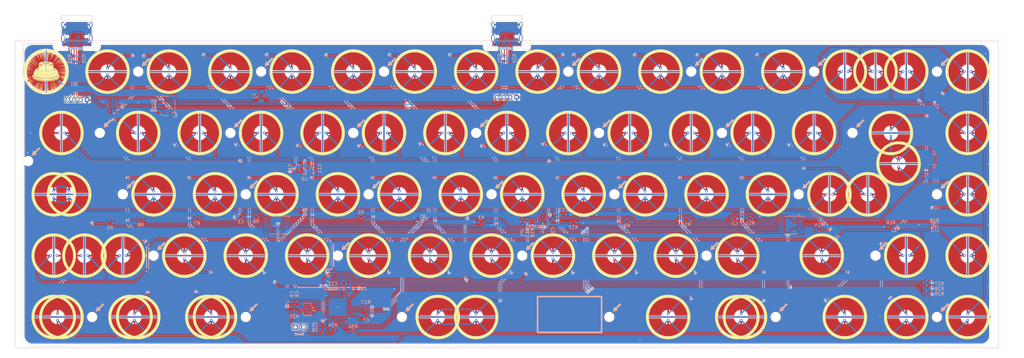
<source format=kicad_pcb>
(kicad_pcb (version 20240108) (generator "pcbnew") (generator_version "8.0")
  (layers (0 "F.Cu" signal) (31 "B.Cu" signal) (34 "B.Paste" user) (35 "F.Paste" user) (36 "B.SilkS" user "B.Silkscreen") (37 "F.SilkS" user "F.Silkscreen") (38 "B.Mask" user) (39 "F.Mask" user) (44 "Edge.Cuts" user))
  (net 0 "")
  (net 1 "GND")
  (net 2 "R1")
  (net 3 "C1")
  (net 4 "C2")
  (net 5 "C3")
  (net 6 "C4")
  (net 7 "C5")
  (net 8 "C6")
  (net 9 "C7")
  (net 10 "C8")
  (net 11 "C9")
  (net 12 "C10")
  (net 13 "C11")
  (net 14 "C12")
  (net 15 "C13")
  (net 16 "C14")
  (net 17 "R2")
  (net 18 "C15")
  (net 19 "R3")
  (net 20 "R4")
  (net 21 "R5")
  (net 24 "APLEX_OUT_PIN_0")
  (net 25 "Net-(JP1-B)")
  (net 26 "ADC")
  (net 27 "APLEX_EN_PIN_0")
  (net 28 "AMUX_SEL_2")
  (net 29 "AMUX_SEL_1")
  (net 30 "AMUX_SEL_0")
  (net 31 "APLEX_EN_PIN_1")
  (net 32 "VDDA")
  (net 33 "+5V")
  (net 34 "VBUS")
  (net 35 "D-")
  (net 36 "D+")
  (net 37 "Net-(J1-CC1)")
  (net 38 "Net-(J1-CC2)")
  (net 39 "BOOT0")
  (net 40 "Net-(J2-CC1)")
  (net 41 "Net-(J2-CC2)")
  (net 42 "BOOT1")
  (net 43 "NRST")
  (net 44 "XTAL2")
  (net 45 "SWDIO")
  (net 46 "SWCLK")
  (net 47 "XTAL1")
  (net 50 "Net-(U1-VCAP1)")
  (net 51 "Net-(U1-PA10)")
  (net 52 "Net-(U1-PA5)")
  (net 53 "Net-(U1-PA7)")
  (net 54 "Net-(U1-PB0)")
  (net 55 "Net-(U1-PB1)")
  (net 71 "Net-(U1-PB7)")
  (footprint "cipulot_parts:ecs_pad_1U_no_ring" (layer "F.Cu") (at 304.8 95.25)
    (property "Reference" "SW63")
    (property "Value" "EC_SW" (hide yes))
  )
  (footprint "cipulot_parts:HOLE_M2" (layer "F.Cu") (at 242.8875 95.25)
    (property "Reference" "H25" (hide yes))
    (property "Value" "MountingHole" (hide yes))
  )
  (footprint "cipulot_parts:ecs_pad_2U_no_ring" (layer "F.Cu") (at 302.41875 66.675 90)
    (property "Reference" "SW32")
    (property "Value" "EC_SW" (hide yes))
  )
  (footprint "cipulot_parts:ecs_pad_1U_no_ring_ 東プレ _十六条旭日旗" (layer "F.Cu") (at 38.1 38.1)
    (property "Reference" "SW1")
    (property "Value" "EC_SW" (hide yes))
  )
  (footprint "cipulot_parts:HOLE_M2" (layer "F.Cu") (at 148.43125 114.3)
    (property "Reference" "H28" (hide yes))
    (property "Value" "MountingHole" (hide yes))
  )
  (footprint "cipulot_parts:ecs_pad_1U_no_ring" (layer "F.Cu") (at 171.45 38.1 -90)
    (property "Reference" "SW8")
    (property "Value" "EC_SW" (hide yes))
  )
  (footprint "cipulot_parts:ecs_pad_2U_no_ring" (layer "F.Cu") (at 292.89375 76.2)
    (property "Reference" "SW47")
    (property "Value" "EC_SW" (hide yes))
  )
  (footprint "cipulot_parts:ecs_pad_1U_no_ring" (layer "F.Cu") (at 109.5375 76.2 -90)
    (property "Reference" "SW37")
    (property "Value" "EC_SW" (hide yes))
  )
  (footprint "cipulot_parts:HOLE_M2" (layer "F.Cu") (at 142.875 38.1)
    (property "Reference" "H3" (hide yes))
    (property "Value" "MountingHole" (hide yes))
  )
  (footprint "cipulot_parts:ecs_pad_1U_no_ring" (layer "F.Cu") (at 228.6 38.1 -90)
    (property "Reference" "SW11")
    (property "Value" "EC_SW" (hide yes))
  )
  (footprint "cipulot_parts:ecs_pad_1U_no_ring" (layer "F.Cu") (at 323.85 95.25 180)
    (property "Reference" "SW64")
    (property "Value" "EC_SW" (hide yes))
  )
  (footprint "cipulot_parts:ecs_pad_1U_no_ring" (layer "F.Cu") (at 323.85 57.15 180)
    (property "Reference" "SW33")
    (property "Value" "EC_SW" (hide yes))
  )
  (footprint "cipulot_parts:ecs_pad_1U_no_ring" (layer "F.Cu") (at 285.75 38.1)
    (property "Reference" "SW14")
    (property "Value" "EC_SW" (hide yes))
  )
  (footprint "cipulot_parts:HOLE_M2" (layer "F.Cu") (at 100.0125 114.3)
    (property "Reference" "H27" (hide yes))
    (property "Value" "MountingHole" (hide yes))
  )
  (footprint "cipulot_parts:ecs_pad_1U_no_ring" (layer "F.Cu") (at 95.25 38.1 -90)
    (property "Reference" "SW4")
    (property "Value" "EC_SW" (hide yes))
  )
  (footprint "cipulot_parts:ecs_pad_1U_no_ring" (layer "F.Cu") (at 261.9375 76.2 -90)
    (property "Reference" "SW45")
    (property "Value" "EC_SW" (hide yes))
  )
  (footprint "cipulot_parts:ecs_pad_1U_no_ring" (layer "F.Cu") (at 85.725 57.15)
    (property "Reference" "SW20")
    (property "Value" "EC_SW" (hide yes))
  )
  (footprint "Connector_PinHeader_2.00mm:PinHeader_1x04_P2.00mm_Vertical" (layer "F.Cu") (at 50.8 46.83125 -90)
    (property "Reference" "J4" (hide yes))
    (property "Value" "Conn_01x04_Socket" (hide yes))
  )
  (footprint "cipulot_parts:ecs_pad_1U_no_ring" (layer "F.Cu") (at 214.3125 95.25 90)
    (property "Reference" "SW59")
    (property "Value" "EC_SW" (hide yes))
  )
  (footprint "cipulot_parts:HOLE_M2" (layer "F.Cu") (at 171.45 57.15)
    (property "Reference" "H11" (hide yes))
    (property "Value" "MountingHole" (hide yes))
  )
  (footprint "cipulot_parts:HOLE_M2" (layer "F.Cu") (at 314.325 114.3)
    (property "Reference" "H31" (hide yes))
    (property "Value" "MountingHole" (hide yes))
  )
  (footprint "cipulot_parts:ecs_pad_1U_no_ring" (layer "F.Cu") (at 138.1125 95.25 90)
    (property "Reference" "SW55")
    (property "Value" "EC_SW" (hide yes))
  )
  (footprint "cipulot_parts:HOLE_M2" (layer "F.Cu") (at 128.5875 95.25)
    (property "Reference" "H23" (hide yes))
    (property "Value" "MountingHole" (hide yes))
  )
  (footprint "cipulot_parts:HOLE_M2" (layer "F.Cu") (at 209.55 57.15)
    (property "Reference" "H12" (hide yes))
    (property "Value" "MountingHole" (hide yes))
  )
  (footprint "cipulot_parts:ecs_pad_1U_no_ring" (layer "F.Cu") (at 233.3625 95.25 90)
    (property "Reference" "SW60")
    (property "Value" "EC_SW" (hide yes))
  )
  (footprint "cipulot_parts:HOLE_M2" (layer "F.Cu") (at 314.325 38.1)
    (property "Reference" "H7" (hide yes))
    (property "Value" "MountingHole" (hide yes))
  )
  (footprint "cipulot_parts:HOLE_M2" (layer "F.Cu") (at 71.4375 95.25)
    (property "Reference" "H22" (hide yes))
    (property "Value" "MountingHole" (hide yes))
  )
  (footprint "cipulot_parts:ecs_pad_1U_no_ring" (layer "F.Cu") (at 190.5 38.1 -90)
    (property "Reference" "SW9")
    (property "Value" "EC_SW" (hide yes))
  )
  (footprint "cipulot_parts:ecs_pad_1U_no_ring" (layer "F.Cu") (at 185.7375 76.2 -90)
    (property "Reference" "SW41")
    (property "Value" "EC_SW" (hide yes))
  )
  (footprint "cipulot_parts:ecs_pad_1U_no_ring" (layer "F.Cu") (at 76.2 38.1 -90)
    (property "Reference" "SW3")
    (property "Value" "EC_SW" (hide yes))
  )
  (footprint "cipulot_parts:ecs_pad_1U_no_ring" (layer "F.Cu") (at 133.35 38.1 -90)
    (property "Reference" "SW6")
    (property "Value" "EC_SW" (hide yes))
  )
  (footprint "cipulot_parts:ecs_pad_1U_no_ring" (layer "F.Cu") (at 66.675 57.15)
    (property "Reference" "SW19")
    (property "Value" "EC_SW" (hide yes))
  )
  (footprint "cipulot_parts:ecs_pad_1U_no_ring" (layer "F.Cu") (at 119.0625 95.25 90)
    (property "Reference" "SW54")
    (property "Value" "EC_SW" (hide yes))
  )
  (footprint "cipulot_parts:ecs_pad_1U_no_ring" (layer "F.Cu") (at 200.025 57.15)
    (property "Reference" "SW26")
    (property "Value" "EC_SW" (hide yes))
  )
  (footprint "cipulot_parts:HOLE_M2" (layer "F.Cu") (at 314.325 76.2)
    (property "Reference" "H21" (hide yes))
    (property "Value" "MountingHole" (hide yes))
  )
  (footprint "cipulot_parts:HOLE_M2" (layer "F.Cu") (at 100.0125 76.2)
    (property "Reference" "H16" (hide yes))
    (property "Value" "MountingHole" (hide yes))
  )
  (footprint "cipulot_parts:HOLE_M2" (layer "F.Cu") (at 66.675 38.1)
    (property "Reference" "H1" (hide yes))
    (property "Value" "MountingHole" (hide yes))
  )
  (footprint "cipulot_parts:ecs_pad_1U_no_ring" (layer "F.Cu") (at 323.85 76.2 180)
    (property "Reference" "SW48")
    (property "Value" "EC_SW" (hide yes))
  )
  (footprint "cipulot_parts:ecs_pad_2U_no_ring" (layer "F.Cu") (at 50.00625 95.25)
    (property "Reference" "SW50")
    (property "Value" "EC_SW" (hide yes))
  )
  (footprint "cipulot_parts:ecs_pad_1U_no_ring" (layer "F.Cu") (at 161.925 57.15)
    (property "Reference" "SW24")
    (property "Value" "EC_SW" (hide yes))
  )
  (footprint "cipulot_parts:HOLE_M2" (layer "F.Cu") (at 32.54375 65.88125)
    (property "Reference" "H32" (hide yes))
    (property "Value" "MountingHole" (hide yes))
  )
  (footprint "cipulot_parts:ecs_pad_1U_no_ring" (layer "F.Cu") (at 61.9125 95.25 180)
    (property "Reference" "SW51")
    (property "Value" "EC_SW" (hide yes))
  )
  (footprint "cipulot_parts:HOLE_M2" (layer "F.Cu") (at 276.225 38.1)
    (property "Reference" "H6" (hide yes))
    (property "Value" "MountingHole" (hide yes))
  )
  (footprint "cipulot_parts:ecs_pad_1U_no_ring" (layer "F.Cu") (at 80.9625 95.25 90)
    (property "Reference" "SW52")
    (property "Value" "EC_SW" (hide yes))
  )
  (footprint "cipulot_parts:ecs_pad_1U_no_ring" (layer "F.Cu") (at 209.55 38.1 -90)
    (property "Reference" "SW10")
    (property "Value" "EC_SW" (hide yes))
  )
  (footprint "cipulot_parts:HOLE_M2" (layer "F.Cu") (at 133.35 57.15)
    (property "Reference" "H10" (hide yes))
    (property "Value" "MountingHole" (hide yes))
  )
  (footprint "cipulot_parts:HOLE_M2" (layer "F.Cu") (at 288.13125 57.15)
    (property "Reference" "H15" (hide yes))
    (property "Value" "MountingHole" (hide yes))
  )
  (footprint "cipulot_parts:HOLE_M2" (layer "F.Cu") (at 176.2125 76.2)
    (property "Reference" "H18" (hide yes))
    (property "Value" "MountingHole" (hide yes))
  )
  (footprint "cipulot_parts:HOLE_M2" (layer "F.Cu") (at 95.25 57.15)
    (property "Reference" "H9" (hide yes))
    (property "Value" "MountingHole" (hide yes))
  )
  (footprint "cipulot_parts:ecs_pad_0.125U_spaced_no_ring" (layer "F.Cu") (at 253.603125 114.3)
    (property "Reference" "SW69" (hide yes))
    (property "Value" "EC_SW" (hide yes))
  )
  (footprint "cipulot_parts:ecs_pad_1U_no_ring" (layer "F.Cu") (at 159.54375 114.3 -90)
    (property "Reference" "SW73")
    (property "Value" "EC_SW" (hide yes))
  )
  (footprint "cipulot_parts:HOLE_M2" (layer "F.Cu") (at 185.7375 95.25)
    (property "Reference" "H24" (hide yes))
    (property "Value" "MountingHole" (hide yes))
  )
  (footprint "cipulot_parts:ecs_pad_1U_no_ring" (layer "F.Cu") (at 42.8625 57.15)
    (property "Reference" "SW18")
    (property "Value" "EC_SW" (hide yes))
  )
  (footprint "cipulot_parts:HOLE_M2" (layer "F.Cu") (at 238.125 38.1)
    (property "Reference" "H5" (hide yes))
    (property "Value" "MountingHole" (hide yes))
  )
  (footprint "cipulot_parts:ecs_pad_1U_no_ring" (layer "F.Cu") (at 176.2125 95.25 90)
    (property "Reference" "SW57")
    (property "Value" "EC_SW" (hide yes))
  )
  (footprint "cipulot_parts:ecs_pad_1U_no_ring" (layer "F.Cu") (at 123.825 57.15)
    (property "Reference" "SW22")
    (property "Value" "EC_SW" (hide yes))
  )
  (footprint "cipulot_parts:HOLE_M2" (layer "F.Cu") (at 264.31875 114.3)
    (property "Reference" "H30" (hide yes))
    (property "Value" "MountingHole" (hide yes))
  )
  (footprint "cipulot_parts:ecs_pad_1U_no_ring" (layer "F.Cu") (at 71.4375 76.2 -90)
    (property "Reference" "SW35")
    (property "Value" "EC_SW" (hide yes))
  )
  (footprint "cipulot_parts:ecs_pad_1U_no_ring" (layer "F.Cu") (at 257.175 57.15)
    (property "Reference" "SW29")
    (property "Value" "EC_SW" (hide yes))
  )
  (footprint "cipulot_parts:ecs_pad_1U_no_ring" (layer "F.Cu") (at 195.2625 95.25 90)
    (property "Reference" "SW58")
    (property "Value" "EC_SW" (hide yes))
  )
  (footprint "cipulot_parts:HOLE_M2" (layer "F.Cu") (at 54.76875 57.15)
    (property "Reference" "H8" (hide yes))
    (property "Value" "MountingHole" (hide yes))
  )
  (footprint "cipulot_parts:ecs_pad_1U_no_ring" (layer "F.Cu") (at 280.9875 76.2 180)
    (property "Reference" "SW46")
    (property "Value" "EC_SW" (hide yes))
  )
  (footprint "cipulot_parts:ecs_pad_1U_no_ring" (layer "F.Cu") (at 100.0125 95.25 90)
    (property "Reference" "SW53")
    (property "Value" "EC_SW" (hide yes))
  )
  (footprint "cipulot_parts:ecs_pad_1U_no_ring" (layer "F.Cu") (at 242.8875 76.2 -90)
    (property "Reference" "SW44")
    (property "Value" "EC_SW" (hide yes))
  )
  (footprint "cipulot_parts:HOLE_M2" (layer "F.Cu") (at 200.025 38.1)
    (property "Reference" "H4" (hide yes))
    (property "Value" "MountingHole" (hide yes))
  )
  (footprint "cipulot_parts:HOLE_M2" (layer "F.Cu") (at 295.275 95.25)
    (property "Reference" "H26" (hide yes))
    (property "Value" "MountingHole" (hide yes))
  )
  (footprint "cipulot_parts:ecs_pad_2U_no_ring" (layer "F.Cu") (at 295.275 38.1 180)
    (property "Reference" "SW15")
    (property "Value" "EC_SW" (hide yes))
  )
  (footprint "cipulot_parts:ecs_pad_1U_no_ring" (layer "F.Cu") (at 128.5875 76.2 -90)
    (property "Reference" "SW38")
    (property "Value" "EC_SW" (hide yes))
  )
  (footprint "cipulot_parts:ecs_pad_1U_no_ring" (layer "F.Cu") (at 157.1625 95.25 90)
    (property "Reference" "SW56")
    (property "Value" "EC_SW" (hide yes))
  )
  (footprint "cipulot_parts:HOLE_M2" (layer "F.Cu") (at 138.1125 76.2)
    (property "Reference" "H17" (hide yes))
    (property "Value" "MountingHole" (hide yes))
  )
  (footprint "cipulot_parts:ecs_pad_1U_no_ring" (layer "F.Cu") (at 152.4 38.1 -90)
    (property "Reference" "SW7")
    (property "Value" "EC_SW" (hide yes))
  )
  (footprint "cipulot_parts:ecs_pad_1U_no_ring" (layer "F.Cu") (at 278.60625 95.25 90)
    (property "Reference" "SW62")
    (property "Value" "EC_SW" (hide yes))
  )
  (footprint "cipulot_parts:ecs_pad_1U_no_ring" (layer "F.Cu") (at 247.65 38.1 -90)
    (property "Reference" "SW12")
    (property "Value" "EC_SW" (hide yes))
  )
  (footprint "cipulot_parts:HOLE_M2" (layer "F.Cu") (at 61.9125 76.2)
    (property "Reference" "H14" (hide yes))
    (property "Value" "MountingHole" (hide yes))
  )
  (footprint "cipulot_parts:ecs_pad_1U_no_ring" (layer "F.Cu") (at 104.775 57.15)
    (property "Reference" "SW21")
    (property "Value" "EC_SW" (hide yes))
  )
  (footprint "cipulot_parts:ecs_pad_1U_no_ring" (layer "F.Cu") (at 276.225 57.15)
    (property "Reference" "SW30")
    (property "Value" "EC_SW" (hide yes))
  )
  (footprint "cipulot_parts:ecs_pad_1U_no_ring" (layer "F.Cu") (at 223.8375 76.2 -90)
    (property "Reference" "SW43")
    (property "Value" "EC_SW" (hide yes))
  )
  (footprint "cipulot_parts:ecs_pad_1U_no_ring" (layer "F.Cu") (at 323.85 38.1 180)
    (property "Reference" "SW17")
    (property "Value" "EC_SW" (hide yes))
  )
  (footprint "cipulot_parts:ecs_pad_0.125U_spaced_no_ring" (layer "F.Cu") (at 65.484375 114.3)
    (property "Reference" "SW66" (hide yes))
    (property "Value" "EC_SW" (hide yes))
  )
  (footprint "cipulot_parts:HOLE_M2" (layer "F.Cu") (at 104.775 38.1)
    (property "Reference" "H2" (hide yes))
    (property "Value" "MountingHole" (hide yes))
  )
  (footprint "cipulot_parts:HOLE_M2" (layer "F.Cu") (at 214.3125 76.2)
    (property "Reference" "H19" (hide yes))
    (property "Value" "MountingHole" (hide yes))
  )
  (footprint "cipulot_parts:ecs_pad_1U_no_ring" (layer "F.Cu") (at 147.6375 76.2 -90)
    (property "Reference" "SW39")
    (property "Value" "EC_SW" (hide yes))
  )
  (footprint "cipulot_parts:HOLE_M2" (layer "F.Cu") (at 52.3875 114.3)
    (property "Reference" "H33" (hide yes))
    (property "Value" "MountingHole" (hide yes))
  )
  (footprint "cipulot_parts:ecs_pad_1U_no_ring" (layer "F.Cu") (at 238.125 57.15)
    (property "Reference" "SW28")
    (property "Value" "EC_SW" (hide yes))
  )
  (footprint "cipulot_parts:ecs_pad_1U_no_ring" (layer "F.Cu") (at 323.85 114.3 -90)
    (property "Reference" "SW72")
    (property "Value" "EC_SW" (hide yes))
  )
  (footprint "cipulot_parts:HOLE_M2" (layer "F.Cu") (at 212.725 114.3)
    (property "Reference" "H29" (hide yes))
    (property "Value" "MountingHole" (hide yes))
  )
  (footprint "cipulot_parts:ecs_pad_1U_no_ring" (layer "F.Cu") (at 180.975 57.15)
    (property "Reference" "SW25")
    (property "Value" "EC_SW" (hide yes))
  )
  (footprint "cipulot_parts:ecs_pad_0.125U_spaced_no_ring" (layer "F.Cu") (at 89.296875 114.3)
    (property "Reference" "SW67" (hide yes))
    (property "Value" "EC_SW" (hide yes))
  )
  (footprint "cipulot_parts:ecs_pad_1U_no_ring" (layer "F.Cu") (at 230.98125 114.3 -90)
    (property "Reference" "SW74")
    (property "Value" "EC_SW" (hide yes))
  )
  (footprint "cipulot_parts:ecs_pad_1U_no_ring" (layer "F.Cu") (at 304.8 38.1)
    (property "Reference" "SW16")
    (property "Value" "EC_SW" (hide yes))
  )
  (footprint "cipulot_parts:ecs_pad_1U_no_ring" (layer "F.Cu") (at 166.6875 76.2 -90)
    (property "Reference" "SW40")
    (property "Value" "EC_SW" (hide yes))
  )
  (footprint "cipulot_parts:ecs_pad_1U_no_ring" (layer "F.Cu") (at 304.8 114.3 -90)
    (property "Reference" "SW71")
    (property "Value" "EC_SW" (hide yes))
  )
  (footprint "cipulot_parts:ecs_pad_0.25U_spaced_no_ring" (layer "F.Cu") (at 45.24375 76.2)
    (property "Reference" "SW34")
    (property "Value" "EC_SW" (hide yes))
  )
  (footprint "cipulot_parts:ecs_pad_1U_no_ring" (layer "F.Cu") (at 114.3 38.1 -90)
    (property "Reference" "SW5")
    (property "Value" "EC_SW" (hide yes))
  )
  (footprint "cipulot_parts:ecs_pad_1U_no_ring" (layer "F.Cu") (at 57.15 38.1 -90)
    (property "Reference" "SW2")
    (property "Value" "EC_SW" (hide yes))
  )
  (footprint "cipulot_parts:ecs_pad_1U_no_ring" (layer "F.Cu") (at 142.875 57.15)
    (property "Reference" "SW23")
    (property "Value" "EC_SW" (hide yes))
  )
  (footprint "cipulot_parts:ecs_pad_1U_no_ring" (layer "F.Cu") (at 300.0375 57.15 -90)
    (property "Reference" "SW31")
    (property "Value" "EC_SW" (hide yes))
  )
  (footprint "cipulot_parts:ecs_pad_1U_no_ring" (layer "F.Cu") (at 171.45 114.3 -90)
    (property "Reference" "SW68")
    (property "Value" "EC_SW" (hide yes))
  )
  (footprint "cipulot_parts:ecs_pad_1U_no_ring" (layer "F.Cu") (at 285.75 114.3 -90)
    (property "Reference" "SW70")
    (property "Value" "EC_SW" (hide yes))
  )
  (footprint "cipulot_parts:ecs_pad_1U_no_ring" (layer "F.Cu") (at 219.075 57.15)
    (property "Reference" "SW27")
    (property "Value" "EC_SW" (hide yes))
  )
  (footprint "cipulot_parts:ecs_pad_1U_no_ring" (layer "F.Cu") (at 266.7 38.1 -90)
    (property "Reference" "SW13")
    (property "Value" "EC_SW" (hide yes))
  )
  (footprint "cipulot_parts:HOLE_M2" (layer "F.Cu") (at 271.4625 76.2)
    (property "Reference" "H20" (hide yes))
    (property "Value" "MountingHole" (hide yes))
  )
  (footprint "cipulot_parts:ecs_pad_1U_no_ring" (layer "F.Cu") (at 40.48125 95.25 180)
    (property "Reference" "SW49")
    (property "Value" "EC_SW" (hide yes))
  )
  (footprint "Connector_PinHeader_2.00mm:PinHeader_1x04_P2.00mm_Vertical" (layer "F.Cu") (at 183.975 46.0375 -90)
    (property "Reference" "J5" (hide yes))
    (property "Value" "Conn_01x04_Socket" (hide yes))
  )
  (footprint "cipulot_parts:ecs_pad_1U_no_ring" (layer "F.Cu") (at 204.7875 76.2 -90)
    (property "Reference" "SW42")
    (property "Value" "EC_SW" (hide yes))
  )
  (footprint "cipulot_parts:ecs_pad_1U_no_ring" (layer "F.Cu") (at 252.4125 95.25 90)
    (property "Reference" "SW61")
    (property "Value" "EC_SW" (hide yes))
  )
  (footprint "cipulot_parts:ecs_pad_1U_no_ring" (layer "F.Cu") (at 90.4875 76.2 -90)
    (property "Reference" "SW36")
    (property "Value" "EC_SW" (hide yes))
  )
  (footprint "cipulot_parts:ecs_pad_0.125U_spaced_no_ring" (layer "F.Cu") (at 41.671875 114.3)
    (property "Reference" "SW65" (hide yes))
    (property "Value" "EC_SW" (hide yes))
  )
  (footprint "cipulot_parts:HOLE_M2" (layer "F.Cu") (at 247.65 57.15)
    (property "Reference" "H13" (hide yes))
    (property "Value" "MountingHole" (hide yes))
  )
  (footprint "Resistor_SMD:R_0603_1608Metric" (layer "B.Cu") (at 277.8125 87.1 180)
    (property "Reference" "R14")
    (property "Value" "100k")
  )
  (footprint "Capacitor_SMD:C_0603_1608Metric" (layer "B.Cu") (at 137.31875 113.9)
    (property "Reference" "C7")
    (property "Value" "100n")
  )
  (footprint "Capacitor_SMD:C_0603_1608Metric" (layer "B.Cu") (at 115.09375 68.2625 -90)
    (property "Reference" "C10")
    (property "Value" "1u")
  )
  (footprint "Resistor_SMD:R_0603_1608Metric" (layer "B.Cu") (at 103.1875 83.2)
    (property "Reference" "R6")
    (property "Value" "100k")
  )
  (footprint "Capacitor_SMD:C_0603_1608Metric" (layer "B.Cu") (at 133.35 105.56875)
    (property "Reference" "C4")
    (property "Value" "100n")
  )
  (footprint "Capacitor_SMD:C_0603_1608Metric" (layer "B.Cu") (at 115.8875 110.33125 90)
    (property "Reference" "C8")
    (property "Value" "100n")
  )
  (footprint "Resistor_SMD:R_0603_1608Metric" (layer "B.Cu") (at 180.18125 34 -90)
    (property "Reference" "R21")
    (property "Value" "5.1k")
  )
  (footprint "Capacitor_SMD:C_0603_1608Metric" (layer "B.Cu") (at 195.2625 84.93125 -90)
    (property "Reference" "C3")
    (property "Value" "100n")
  )
  (footprint "Package_DFN_QFN:QFN-48-1EP_7x7mm_P0.5mm_EP5.6x5.6mm" (layer "B.Cu") (at 128.49375 111.21875)
    (property "Reference" "U1" (hide yes))
    (property "Value" "STM32F401CBUx")
  )
  (footprint "Resistor_SMD:R_0603_1608Metric" (layer "B.Cu") (at 115.09375 112.7125)
    (property "Reference" "R25")
    (property "Value" "10k")
  )
  (footprint "Resistor_SMD:R_0603_1608Metric" (layer "B.Cu") (at 187.325 84.8 90)
    (property "Reference" "R13")
    (property "Value" "100k")
  )
  (footprint "Connector_PinHeader_2.54mm:PinHeader_1x02_P2.54mm_Vertical" (layer "B.Cu") (at 115.40625 117.475 -90)
    (property "Reference" "JP2" (hide yes))
    (property "Value" "Jumper_2_Open")
  )
  (footprint "cipulot_parts:TSSOP16" (layer "B.Cu") (at 109.5375 85.75 -90)
    (property "Reference" "U2")
    (property "Value" "CD74HC4051PWR")
  )
  (footprint "Connector_USB:USB_C_Receptacle_HRO_TYPE-C-31-M-12" (layer "B.Cu") (at 47.625 24.60625)
    (property "Reference" "J1" (hide yes))
    (property "Value" "USB_C_Receptacle_USB2.0")
  )
  (footprint "Package_TO_SOT_SMD:SOT-23" (layer "B.Cu") (at 118.26875 68.2625 -90)
    (property "Reference" "U5")
    (property "Value" "XC6206PxxxMR")
  )
  (footprint "Resistor_SMD:R_0603_1608Metric" (layer "B.Cu") (at 84.93125 83.8)
    (property "Reference" "R7")
    (property "Value" "100k")
  )
  (footprint "Resistor_SMD:R_0603_1608Metric" (layer "B.Cu") (at 313.53125 85.725 180)
    (property "Reference" "R15")
    (property "Value" "100k")
  )
  (footprint "Resistor_SMD:R_0603_1608Metric" (layer "B.Cu") (at 201.6125 85)
    (property "Reference" "R12")
    (property "Value" "100k")
  )
  (footprint "Resistor_SMD:R_0603_1608Metric" (layer "B.Cu") (at 133.35 118.75 180)
    (property "Reference" "R30")
    (property "Value" "100")
  )
  (footprint "Resistor_SMD:R_0603_1608Metric" (layer "B.Cu") (at 256.38125 83.75)
    (property "Reference" "R11")
    (property "Value" "100k")
  )
  (footprint "Resistor_SMD:R_0603_1608Metric" (layer "B.Cu") (at 118.26875 82.55 180)
    (property "Reference" "R4")
    (property "Value" "100k")
  )
  (footprint "cipulot_parts:TSSOP16" (layer "B.Cu") (at 269.08125 85.75 -90)
    (property "Reference" "U3")
    (property "Value" "CD74HC4051PWR")
  )
  (footprint "Resistor_SMD:R_0603_1608Metric" (layer "B.Cu") (at 46.83125 34.13125 -90)
    (property "Reference" "R19")
    (property "Value" "5.1k")
  )
  (footprint "Resistor_SMD:R_0603_1608Metric" (layer "B.Cu") (at 311.075 107.1625 180)
    (property "Reference" "R29")
    (property "Value" "100")
  )
  (footprint "Capacitor_SMD:C_0603_1608Metric" (layer "B.Cu") (at 251.61875 83.75)
    (property "Reference" "C2")
    (property "Value" "100n")
  )
  (footprint "Resistor_SMD:R_0603_1608Metric" (layer "B.Cu") (at 311.075 103.586 180)
    (property "Reference" "R27")
    (property "Value" "100")
  )
  (footprint "Capacitor_SMD:C_0603_1608Metric" (layer "B.Cu") (at 98.425 83.2)
    (property "Reference" "C1")
    (property "Value" "100n")
  )
  (footprint "Capacitor_SMD:C_0603_1608Metric" (layer "B.Cu") (at 121.44375 68.2625 90)
    (property "Reference" "C11")
    (property "Value" "1u")
  )
  (footprint "Resistor_SMD:R_0603_1608Metric" (layer "B.Cu") (at 311.075 105.286 180)
    (property "Reference" "R28")
    (property "Value" "100")
  )
  (footprint "Resistor_SMD:R_0603_1608Metric" (layer "B.Cu") (at 127 118.26875 180)
    (property "Reference" "R24")
    (property "Value" "10k")
  )
  (footprint "Resistor_SMD:R_0603_1608Metric" (layer "B.Cu") (at 135.73125 83.2 180)
    (property "Reference" "R2")
    (property "Value" "100k")
  )
  (footprint "Resistor_SMD:R_0603_1608Metric" (layer "B.Cu") (at 236.5375 84.1375)
    (property "Reference" "R10")
    (property "Value" "100k")
  )
  (footprint "Resistor_SMD:R_0603_1608Metric" (layer "B.Cu") (at 154.8125 84.5 180)
    (property "Reference" "R1")
    (property "Value" "100k")
  )
  (footprint "Capacitor_SMD:C_0603_1608Metric" (layer "B.Cu") (at 198.45625 82.5 180)
    (property "Reference" "C13")
    (property "Value" "22p")
  )
  (footprint "Fuse:Fuse_1206_3216Metric" (layer "B.Cu") (at 104.775 45.75 -90)
    (property "Reference" "F1")
    (property "Value" "500mA")
  )
  (footprint "Package_TO_SOT_SMD:SOT-23-6_Handsoldering" (layer "B.Cu") (at 58.7375 48.75 90)
    (property "Reference" "U6")
    (property "Value" "SRV05-4")
  )
  (footprint "Resistor_SMD:R_0603_1608Metric" (layer "B.Cu") (at 181.76875 34 -90)
    (property "Reference" "R22")
    (property "Value" "5.1k")
  )
  (footprint "Resistor_SMD:R_0603_1608Metric" (layer "B.Cu") (at 173.0375 84.93125 180)
    (property "Reference" "R3")
    (property "Value" "100k")
  )
  (footprint "Package_TO_SOT_SMD:SOT-23-5" (layer "B.Cu") (at 192.0875 84.1375 90)
    (property "Reference" "U4")
    (property "Value" "OPA340NA")
  )
  (footprint "Resistor_SMD:R_0603_1608Metric" (layer "B.Cu") (at 57.94375 85.21875)
    (property "Reference" "R5")
    (property "Value" "100k")
  )
  (footprint "Resistor_SMD:R_0603_1608Metric_Pad0.98x0.95mm_HandSolder" (layer "B.Cu") (at 185.7375 84.8 90)
    (property "Reference" "JP1")
    (property "Value" "Jumper_2_Open")
  )
  (footprint "Resistor_SMD:R_0603_1608Metric" (layer "B.Cu") (at 130.3 105.56875)
    (property "Reference" "R23")
    (property "Value" "10k")
  )
  (footprint "Connector_USB:USB_C_Receptacle_HRO_TYPE-C-31-M-12" (layer "B.Cu") (at 180.975 24.60625)
    (property "Reference" "J2" (hide yes))
    (property "Value" "USB_C_Receptacle_USB2.0")
  )
  (footprint "Resistor_SMD:R_0603_1608Metric" (layer "B.Cu") (at 218.28125 84.6)
    (property "Reference" "R9")
    (property "Value" "100k")
  )
  (footprint "Resistor_SMD:R_0603_1608Metric" (layer "B.Cu") (at 137.31875 111.125 180)
    (property "Reference" "R17")
    (property "Value" "100k")
  )
  (footprint "Resistor_SMD:R_0603_1608Metric" (layer "B.Cu") (at 67.46875 84.3)
    (property "Reference" "R8")
    (property "Value" "100k")
  )
  (footprint "Capacitor_SMD:C_0603_1608Metric" (layer "B.Cu") (at 130.3 103.98125)
    (property "Reference" "C12")
    (property "Value" "4.7u")
  )
  (footprint "Capacitor_SMD:C_0603_1608Metric" (layer "B.Cu") (at 123.825 118.26875)
    (property "Reference" "C6")
    (property "Value" "100n")
  )
  (footprint "Resistor_SMD:R_0603_1608Metric" (layer "B.Cu") (at 188.9125 84.8 90)
    (property "Reference" "R18")
    (property "Value" "1k")
  )
  (footprint "Resistor_SMD:R_0603_1608Metric" (layer "B.Cu") (at 127 100.5 -90)
    (property "Reference" "R26")
    (property "Value" "100")
  )
  (footprint "Capacitor_SMD:C_0603_1608Metric" (layer "B.Cu") (at 123.825 116.68125)
    (property "Reference" "C5")
    (property "Value" "100n")
  )
  (footprint "Resistor_SMD:R_0603_1608Metric" (layer "B.Cu") (at 48.41875 34.13125 90)
    (property "Reference" "R20")
    (property "Value" "5.1k")
  )
  (footprint "cipulot_parts:JST-SR-4" (layer "B.Cu") (at 75.40625 48.75 -90)
    (property "Reference" "J3" (hide yes))
    (property "Value" "JST" (hide yes))
  )
  (footprint "Crystal:Resonator_SMD_Murata_CSTxExxV-3Pin_3.0x1.1mm" (layer "B.Cu") (at 119.0625 111.91875 90)
    (property "Reference" "Y1")
    (property "Value" "8 MHz")
  )
  (footprint "Capacitor_SMD:C_0603_1608Metric" (layer "B.Cu") (at 114.3 110.33125 90)
    (property "Reference" "C9")
    (property "Value" "1u")
  )
  (footprint "Resistor_SMD:R_0603_1608Metric" (layer "B.Cu") (at 300.0375 86.35 180)
    (property "Reference" "R16")
    (property "Value" "100k")
  )
  (gr_line (start 190.5 115.8875) (end 190.5 107.95) (stroke (width 0.5)) (layer "B.SilkS"))
  (gr_line (start 333.375 28.575) (end 333.375 123.825) (stroke (width 0.1)) (layer "B.SilkS"))
  (gr_line (start 30.95625 38.89375) (end 30.95625 29.36875) (stroke (width 0.1)) (layer "B.SilkS"))
  (gr_line (start 28.575 31.75) (end 28.575 28.575) (stroke (width 0.1)) (layer "B.SilkS"))
  (gr_line (start 28.575 28.575) (end 333.375 28.575) (stroke (width 0.1)) (layer "B.SilkS"))
  (gr_line (start 190.5 119.0625) (end 190.5 115.8875) (stroke (width 0.5)) (layer "B.SilkS"))
  (gr_line (start 28.575 123.825) (end 28.575 31.75) (stroke (width 0.1)) (layer "B.SilkS"))
  (gr_line (start 333.375 123.825) (end 34.13125 123.825) (stroke (width 0.1)) (layer "B.SilkS"))
  (gr_line (start 210.34375 119.0625) (end 190.5 119.0625) (stroke (width 0.5)) (layer "B.SilkS"))
  (gr_line (start 210.34375 107.95) (end 210.34375 119.0625) (stroke (width 0.5)) (layer "B.SilkS"))
  (gr_line (start 31.75 123.825) (end 30.1625 123.825) (stroke (width 0.1)) (layer "B.SilkS"))
  (gr_line (start 30.95625 29.36875) (end 40.48125 29.36875) (stroke (width 0.1)) (layer "B.SilkS"))
  (gr_line (start 34.13125 123.825) (end 31.75 123.825) (stroke (width 0.1)) (layer "B.SilkS"))
  (gr_line (start 30.1625 123.825) (end 28.575 123.825) (stroke (width 0.1)) (layer "B.SilkS"))
  (gr_line (start 190.5 107.95) (end 210.34375 107.95) (stroke (width 0.5)) (layer "B.SilkS"))
  (gr_circle (center 43 30.95625) (end 43.3 30.95625) (stroke (width 0.01)) (fill none) (layer "Edge.Cuts"))
  (gr_circle (center 43.75 30.95625) (end 44.05 30.95625) (stroke (width 0.01)) (fill none) (layer "Edge.Cuts"))
  (gr_circle (center 185.5 30.95625) (end 185.8 30.95625) (stroke (width 0.01)) (fill none) (layer "Edge.Cuts"))
  (gr_line (start 188.4811 29.37) (end 327.9881 29.37) (stroke (width 0.09)) (layer "Edge.Cuts"))
  (gr_line (start 175.9811 30.37) (end 175.9811 23.226) (stroke (width 0.09)) (layer "Edge.Cuts"))
  (gr_line (start 176.9811 22.226) (end 184.9811 22.226) (stroke (width 0.09)) (layer "Edge.Cuts"))
  (gr_line (start 330.988 32.37) (end 330.988 120.0321) (stroke (width 0.09)) (layer "Edge.Cuts"))
  (gr_circle (center 50 30.95625) (end 50.3 30.95625) (stroke (width 0.01)) (fill none) (layer "Edge.Cuts"))
  (gr_line (start 54.617 30.37) (end 54.617 29.87) (stroke (width 0.09)) (layer "Edge.Cuts"))
  (gr_circle (center 184 30.95625) (end 184.3 30.95625) (stroke (width 0.01)) (fill none) (layer "Edge.Cuts"))
  (gr_curve (pts (xy 327.9881 29.37) (xy 329.6381 29.37) (xy 330.988 30.7199) (xy 330.988 32.37)) (stroke (width 0.09)) (layer "Edge.Cuts"))
  (gr_curve (pts (xy 187.9811 29.87) (xy 187.9811 29.37) (xy 188.4811 29.37) (xy 188.4811 29.37)) (stroke (width 0.09)) (layer "Edge.Cuts"))
  (gr_line (start 43.617 22.226) (end 51.617 22.226) (stroke (width 0.09)) (layer "Edge.Cuts"))
  (gr_curve (pts (xy 40.117 29.37) (xy 40.617 29.37) (xy 40.617 29.87) (xy 40.617 29.87)) (stroke (width 0.09)) (layer "Edge.Cuts"))
  (gr_curve (pts (xy 175.9811 23.226) (xy 175.9811 22.676) (xy 176.4311 22.226) (xy 176.9811 22.226)) (stroke (width 0.09)) (layer "Edge.Cuts"))
  (gr_circle (center 176.25 30.95625) (end 176.55 30.95625) (stroke (width 0.01)) (fill none) (layer "Edge.Cuts"))
  (gr_curve (pts (xy 186.981 31.37) (xy 187.531 31.37) (xy 187.9811 30.9201) (xy 187.9811 30.37)) (stroke (width 0.09)) (layer "Edge.Cuts"))
  (gr_curve (pts (xy 185.9811 30.37) (xy 185.9811 30.9201) (xy 186.4312 31.37) (xy 186.981 31.37)) (stroke (width 0.09)) (layer "Edge.Cuts"))
  (gr_curve (pts (xy 51.617 22.226) (xy 52.167 22.226) (xy 52.617 22.676) (xy 52.617 23.226)) (stroke (width 0.09)) (layer "Edge.Cuts"))
  (gr_curve (pts (xy 30.95 32.37) (xy 30.95 30.7199) (xy 32.3 29.37) (xy 33.95 29.37)) (stroke (width 0.09)) (layer "Edge.Cuts"))
  (gr_circle (center 51.5 30.95625) (end 51.8 30.95625) (stroke (width 0.01)) (fill none) (layer "Edge.Cuts"))
  (gr_curve (pts (xy 173.9811 30.37) (xy 173.9811 30.9201) (xy 174.4312 31.37) (xy 174.981 31.37)) (stroke (width 0.09)) (layer "Edge.Cuts"))
  (gr_line (start 55.117 29.37) (end 173.4811 29.37) (stroke (width 0.09)) (layer "Edge.Cuts"))
  (gr_circle (center 183.25 30.95625) (end 183.55 30.95625) (stroke (width 0.01)) (fill none) (layer "Edge.Cuts"))
  (gr_line (start 185.9811 23.226) (end 185.9811 30.37) (stroke (width 0.09)) (layer "Edge.Cuts"))
  (gr_curve (pts (xy 41.6169 31.37) (xy 42.1669 31.37) (xy 42.617 30.9201) (xy 42.617 30.37)) (stroke (width 0.09)) (layer "Edge.Cuts"))
  (gr_curve (pts (xy 53.6169 31.37) (xy 54.1669 31.37) (xy 54.617 30.9201) (xy 54.617 30.37)) (stroke (width 0.09)) (layer "Edge.Cuts"))
  (gr_curve (pts (xy 54.617 29.87) (xy 54.617 29.37) (xy 55.117 29.37) (xy 55.117 29.37)) (stroke (width 0.09)) (layer "Edge.Cuts"))
  (gr_circle (center 177 30.95625) (end 177.3 30.95625) (stroke (width 0.01)) (fill none) (layer "Edge.Cuts"))
  (gr_curve (pts (xy 52.617 30.37) (xy 52.617 30.9201) (xy 53.0671 31.37) (xy 53.6169 31.37)) (stroke (width 0.09)) (layer "Edge.Cuts"))
  (gr_line (start 327.9881 123.032) (end 33.95 123.032) (stroke (width 0.09)) (layer "Edge.Cuts"))
  (gr_circle (center 44.5 30.95625) (end 44.8 30.95625) (stroke (width 0.01)) (fill none) (layer "Edge.Cuts"))
  (gr_curve (pts (xy 184.9811 22.226) (xy 185.5311 22.226) (xy 185.9811 22.676) (xy 185.9811 23.226)) (stroke (width 0.09)) (layer "Edge.Cuts"))
  (gr_curve (pts (xy 174.981 31.37) (xy 175.531 31.37) (xy 175.9811 30.9201) (xy 175.9811 30.37)) (stroke (width 0.09)) (layer "Edge.Cuts"))
  (gr_curve (pts (xy 330.988 120.0321) (xy 330.988 121.6822) (xy 329.6381 123.032) (xy 327.9881 123.032)) (stroke (width 0.09)) (layer "Edge.Cuts"))
  (gr_circle (center 50.75 30.95625) (end 51.05 30.95625) (stroke (width 0.01)) (fill none) (layer "Edge.Cuts"))
  (gr_line (start 52.617 23.226) (end 52.617 30.37) (stroke (width 0.09)) (layer "Edge.Cuts"))
  (gr_curve (pts (xy 33.95 123.032) (xy 32.3 123.032) (xy 30.95 121.6822) (xy 30.95 120.0321)) (stroke (width 0.09)) (layer "Edge.Cuts"))
  (gr_circle (center 52.25 30.95625) (end 52.55 30.95625) (stroke (width 0.01)) (fill none) (layer "Edge.Cuts"))
  (gr_circle (center 177.75 30.95625) (end 178.05 30.95625) (stroke (width 0.01)) (fill none) (layer "Edge.Cuts"))
  (gr_curve (pts (xy 40.617 30.37) (xy 40.617 30.9201) (xy 41.0671 31.37) (xy 41.6169 31.37)) (stroke (width 0.09)) (layer "Edge.Cuts"))
  (gr_curve (pts (xy 173.4811 29.37) (xy 173.9811 29.37) (xy 173.9811 29.87) (xy 173.9811 29.87)) (stroke (width 0.09)) (layer "Edge.Cuts"))
  (gr_curve (pts (xy 42.617 23.226) (xy 42.617 22.676) (xy 43.067 22.226) (xy 43.617 22.226)) (stroke (width 0.09)) (layer "Edge.Cuts"))
  (gr_line (start 42.617 30.37) (end 42.617 23.226) (stroke (width 0.09)) (layer "Edge.Cuts"))
  (gr_line (start 30.95 120.0321) (end 30.95 32.37) (stroke (width 0.09)) (layer "Edge.Cuts"))
  (gr_circle (center 184.75 30.95625) (end 185.05 30.95625) (stroke (width 0.01)) (fill none) (layer "Edge.Cuts"))
  (gr_line (start 173.9811 29.87) (end 173.9811 30.37) (stroke (width 0.09)) (layer "Edge.Cuts"))
  (gr_line (start 40.617 29.87) (end 40.617 30.37) (stroke (width 0.09)) (layer "Edge.Cuts"))
  (gr_line (start 187.9811 30.37) (end 187.9811 29.87) (stroke (width 0.09)) (layer "Edge.Cuts"))
  (gr_line (start 33.95 29.37) (end 40.117 29.37) (stroke (width 0.09)) (layer "Edge.Cuts"))
  (gr_text "VCC" (at 71.5 47.18 0) (layer "B.SilkS") (effects (font (size 0.7 0.7) (thickness 0.175) (bold yes)) (justify mirror)))
  (gr_text "GND" (at 71.5 50.18 0) (layer "B.SilkS") (effects (font (size 0.7 0.7) (thickness 0.175) (bold yes)) (justify mirror)))
  (gr_text "Boot0" (at 116.62 119.6 0) (layer "B.SilkS") (effects (font (size 0.7 0.7) (thickness 0.175) (bold yes)) (justify mirror)))
  (gr_text "D+" (at 71.5 49.19 0) (layer "B.SilkS") (effects (font (size 0.7 0.7) (thickness 0.175) (bold yes)) (justify mirror)))
  (gr_text "D-" (at 71.5 48.16 0) (layer "B.SilkS") (effects (font (size 0.7 0.7) (thickness 0.175) (bold yes)) (justify mirror)))
  (segment (start 153.09 84.36) (end 152.22 83.49) (width 0.254) (layer "F.Cu") (net 1))
  (segment (start 181.736795 43.799295) (end 183.975 46.0375) (width 0.254) (layer "F.Cu") (net 1))
  (segment (start 296.67 114.33) (end 296.98 114.33) (width 0.2) (layer "F.Cu") (net 1))
  (segment (start 153.09 84.6) (end 153.09 84.36) (width 0.254) (layer "F.Cu") (net 1))
  (segment (start 192.845 85.275) (end 192.0875 85.275) (width 0.254) (layer "F.Cu") (net 1))
  (segment (start 192.0875 85.275) (end 191.7375 85.625) (width 0.254) (layer "F.Cu") (net 1))
  (segment (start 48.326763 44.358013) (end 50.8 46.83125) (width 0.254) (layer "F.Cu") (net 1))
  (segment (start 191.7375 85.625) (end 188.9125 85.625) (width 0.254) (layer "F.Cu") (net 1))
  (segment (start 181.443902 35.460312) (end 181.443902 43.092188) (width 0.254) (layer "F.Cu") (net 1))
  (segment (start 182.29687 34.19313) (end 181.736795 34.753205) (width 0.254) (layer "F.Cu") (net 1))
  (segment (start 48.886754 32.383246) (end 48.326763 32.943237) (width 0.254) (layer "F.Cu") (net 1))
  (segment (start 196.01 82.11) (end 192.845 85.275) (width 0.254) (layer "F.Cu") (net 1))
  (segment (start 296.98 114.33) (end 297.01 114.3) (width 0.2) (layer "F.Cu") (net 1))
  (segment (start 49.179647 30.95625) (end 49.179647 31.676139) (width 0.254) (layer "F.Cu") (net 1))
  (segment (start 48.03387 33.650344) (end 48.03387 43.650906) (width 0.254) (layer "F.Cu") (net 1))
  (segment (start 297.01 114.3) (end 304.8 114.3) (width 0.2) (layer "F.Cu") (net 1))
  (segment (start 182.589763 30.928334) (end 182.589763 33.486023) (width 0.254) (layer "F.Cu") (net 1))
  (via (at 200.81875 82.55) (size 0.6) (drill 0.3) (layers "F.Cu" "B.Cu") (net 1))
  (via (at 297.98 86.29) (size 0.6) (drill 0.3) (layers "F.Cu" "B.Cu") (net 1))
  (via (at 146.05 105.56875) (size 0.6) (drill 0.3) (layers "F.Cu" "B.Cu") (net 1))
  (via (at 329.40625 32.54375) (size 0.6) (drill 0.3) (layers "F.Cu" "B.Cu") (net 1))
  (via (at 271.4625 82.55) (size 0.6) (drill 0.3) (layers "F.Cu" "B.Cu") (net 1))
  (via (at 188.9125 85.625) (size 0.6) (drill 0.3) (layers "F.Cu" "B.Cu") (net 1))
  (via (at 32.34 63.36) (size 0.6) (drill 0.3) (layers "F.Cu" "B.Cu") (net 1))
  (via (at 330.2 47.625) (size 0.6) (drill 0.3) (layers "F.Cu" "B.Cu") (net 1))
  (via (at 33.3375 57.15) (size 0.6) (drill 0.3) (layers "F.Cu" "B.Cu") (net 1))
  (via (at 176.2125 85.725) (size 0.6) (drill 0.3) (layers "F.Cu" "B.Cu") (net 1))
  (via (at 296.67 114.33) (size 0.6) (drill 0.3) (layers "F.Cu" "B.Cu") (net 1))
  (via (at 182.589763 30.928334) (size 0.6) (drill 0.3) (layers "F.Cu" "B.Cu") (net 1))
  (via (at 192.0875 85.275) (size 0.6) (drill 0.3) (layers "F.Cu" "B.Cu") (net 1))
  (via (at 125.4125 103.1875) (size 0.6) (drill 0.3) (layers "F.Cu" "B.Cu") (net 1))
  (via (at 330.2 85.725) (size 0.6) (drill 0.3) (layers "F.Cu" "B.Cu") (net 1))
  (via (at 222.25 121.44375) (size 0.6) (drill 0.3) (layers "F.Cu" "B.Cu") (net 1))
  (via (at 170.89 84.75) (size 0.6) (drill 0.3) (layers "F.Cu" "B.Cu") (net 1))
  (via (at 153.09 84.6) (size 0.6) (drill 0.3) (layers "F.Cu" "B.Cu") (net 1))
  (via (at 49.179647 30.95625) (size 0.6) (drill 0.3) (layers "F.Cu" "B.Cu") (net 1))
  (via (at 259.46 83.16) (size 0.6) (drill 0.3) (layers "F.Cu" "B.Cu") (net 1))
  (via (at 108.79 86.03) (size 0.6) (drill 0.3) (layers "F.Cu" "B.Cu") (net 1))
  (via (at 196.01 82.11) (size 0.6) (drill 0.3) (layers "F.Cu" "B.Cu") (net 1))
  (via (at 330.2 104.775) (size 0.6) (drill 0.3) (layers "F.Cu" "B.Cu") (net 1))
  (via (at 128.49375 111.21875) (size 0.6) (drill 0.3) (layers "F.Cu" "B.Cu") (net 1))
  (via (at 55.5625 47.625) (size 0.6) (drill 0.3) (layers "F.Cu" "B.Cu") (net 1))
  (via (at 252.39375 83.75) (size 0.6) (drill 0.3) (layers "F.Cu" "B.Cu") (net 1))
  (via (at 66.675 47.625) (size 0.6) (drill 0.3) (layers "F.Cu" "B.Cu") (net 1))
  (via (at 204.67 85.18) (size 0.6) (drill 0.3) (layers "F.Cu" "B.Cu") (net 1))
  (via (at 308.76875 85.725) (size 0.6) (drill 0.3) (layers "F.Cu" "B.Cu") (net 1))
  (via (at 219.827234 84.99158) (size 0.6) (drill 0.3) (layers "F.Cu" "B.Cu") (net 1))
  (via (at 208.75625 82.55) (size 0.6) (drill 0.3) (layers "F.Cu" "B.Cu") (net 1))
  (via (at 152.22 83.49) (size 0.6) (drill 0.3) (layers "F.Cu" "B.Cu") (net 1))
  (via (at 330.2 66.675) (size 0.6) (drill 0.3) (layers "F.Cu" "B.Cu") (net 1))
  (via (at 238.161778 84.53849) (size 0.6) (drill 0.3) (layers "F.Cu" "B.Cu") (net 1))
  (arc (start 181.736795 43.799295) (mid 181.520022 43.474872) (end 181.443902 43.092188) (width 0.254) (layer "F.Cu") (net 1))
  (arc (start 181.736795 34.753205) (mid 181.520022 35.077628) (end 181.443902 35.460312) (width 0.254) (layer "F.Cu") (net 1))
  (arc (start 182.589763 33.486023) (mid 182.513643 33.868706) (end 182.29687 34.19313) (width 0.254) (layer "F.Cu") (net 1))
  (arc (start 48.03387 33.650344) (mid 48.10999 33.267661) (end 48.326763 32.943237) (width 0.254) (layer "F.Cu") (net 1))
  (arc (start 48.03387 43.650906) (mid 48.10999 44.033589) (end 48.326763 44.358013) (width 0.254) (layer "F.Cu") (net 1))
  (arc (start 49.179647 31.676139) (mid 49.103527 32.058822) (end 48.886754 32.383246) (width 0.254) (layer "F.Cu") (net 1))
  (segment (start 126.24375 113.46875) (end 128.49375 111.21875) (width 0.254) (layer "B.Cu") (net 1))
  (segment (start 193.253736 84.15) (end 192.550001 84.15) (width 0.254) (layer "B.Cu") (net 1))
  (segment (start 85.56 83.09) (end 85.75625 83.28625) (width 0.254) (layer "B.Cu") (net 1))
  (segment (start 132.66 83.2) (end 134.90625 83.2) (width 0.254) (layer "B.Cu") (net 1))
  (segment (start 130.74375 113.46875) (end 128.49375 111.21875) (width 0.254) (layer "B.Cu") (net 1))
  (segment (start 151.56 84.15) (end 152.22 83.49) (width 0.254) (layer "B.Cu") (net 1))
  (segment (start 273.51 87.67) (end 274.08 87.1) (width 0.254) (layer "B.Cu") (net 1))
  (segment (start 49.179647 32.019647) (end 49.65 32.49) (width 0.254) (layer "B.Cu") (net 1))
  (segment (start 273.51 87.67) (end 273.1567 88.0233) (width 0.254) (layer "B.Cu") (net 1))
  (segment (start 176.655 23.55625) (end 185.295 23.55625) (width 0.3) (layer "B.Cu") (net 1))
  (segment (start 172.2125 84.93125) (end 171.07125 84.93125) (width 0.254) (layer "B.Cu") (net 1))
  (segment (start 183.932107 29.823143) (end 183.796598 29.958652) (width 0.254) (layer "B.Cu") (net 1))
  (segment (start 75.65 84.3) (end 77.6 82.35) (width 0.254) (layer "B.Cu") (net 1))
  (segment (start 184.225 28.65125) (end 184.225 29.116036) (width 0.254) (layer "B.Cu") (net 1))
  (segment (start 130.74375 107.05) (end 130.74375 105.95) (width 0.254) (layer "B.Cu") (net 1))
  (segment (start 121.12989 109.66) (end 118.074214 109.66) (width 0.254) (layer "B.Cu") (net 1))
  (segment (start 116.926 110.808214) (end 116.926 110.921786) (width 0.254) (layer "B.Cu") (net 1))
  (segment (start 273.1567 88.0233) (end 272.05559 88.0233) (width 0.254) (layer "B.Cu") (net 1))
  (segment (start 183.796598 29.958652) (end 183.088651 29.958652) (width 0.254) (layer "B.Cu") (net 1))
  (segment (start 49.179647 30.95625) (end 49.179647 32.019647) (width 0.254) (layer "B.Cu") (net 1))
  (segment (start 117.15625 67.4875) (end 117.31875 67.325) (width 0.2) (layer "B.Cu") (net 1))
  (segment (start 136.1125 113.46875) (end 136.54375 113.9) (width 0.254) (layer "B.Cu") (net 1))
  (segment (start 112.51184 88.0233) (end 110.815352 88.0233) (width 0.254) (layer "B.Cu") (net 1))
  (segment (start 298.04 86.35) (end 297.98 86.29) (width 0.254) (layer "B.Cu") (net 1))
  (segment (start 136.01625 82.09) (end 141.16 82.09) (width 0.254) (layer "B.Cu") (net 1))
  (segment (start 296.7 114.3) (end 296.67 114.33) (width 0.2) (layer "B.Cu") (net 1))
  (segment (start 272.05559 87.37306) (end 273.49306 87.37306) (width 0.254) (layer "B.Cu") (net 1))
  (segment (start 304.8 114.3) (end 296.7 114.3) (width 0.2) (layer "B.Cu") (net 1))
  (segment (start 184.38 28.65125) (end 185.295 27.73625) (width 0.254) (layer "B.Cu") (net 1))
  (segment (start 43.305 23.55625) (end 51.945 23.55625) (width 0.3) (layer "B.Cu") (net 1))
  (segment (start 219.435654 84.6) (end 219.827234 84.99158) (width 0.254) (layer "B.Cu") (net 1))
  (segment (start 177.725 28.65125) (end 177.57 28.65125) (width 0.3) (layer "B.Cu") (net 1))
  (segment (start 141.16 82.09) (end 143.22 84.15) (width 0.254) (layer "B.Cu") (net 1))
  (segment (start 130.74375 107.78125) (end 130.74375 107.05) (width 0.254) (layer "B.Cu") (net 1))
  (segment (start 50.875 28.65125) (end 51.03 28.65125) (width 0.254) (layer "B.Cu") (net 1))
  (segment (start 49.30916 30.222892) (end 49.179647 30.352405) (width 0.254) (layer "B.Cu") (net 1))
  (segment (start 131.93125 113.46875) (end 136.1125 113.46875) (width 0.254) (layer "B.Cu") (net 1))
  (segment (start 197.68125 82.5) (end 196.4 82.5) (width 0.254) (layer "B.Cu") (net 1))
  (segment (start 49.179647 30.352405) (end 49.179647 30.95625) (width 0.254) (layer "B.Cu") (net 1))
  (segment (start 68.29375 84.3) (end 75.65 84.3) (width 0.254) (layer "B.Cu") (net 1))
  (segment (start 119.0625 111.91875) (end 117.114214 111.91875) (width 0.254) (layer "B.Cu") (net 1))
  (segment (start 98.398 84.002) (end 99.2 83.2) (width 0.254) (layer "B.Cu") (net 1))
  (segment (start 182.589763 30.871754) (end 182.589763 30.928334) (width 0.254) (layer "B.Cu") (net 1))
  (segment (start 99.2 83.2) (end 100.02 83.2) (width 0.2) (layer "B.Cu") (net 1))
  (segment (start 125.05625 110.46875) (end 127.74375 110.46875) (width 0.254) (layer "B.Cu") (net 1))
  (segment (start 204.49 85) (end 204.67 85.18) (width 0.254) (layer "B.Cu") (net 1))
  (segment (start 299.2125 86.35) (end 298.04 86.35) (width 0.254) (layer "B.Cu") (net 1))
  (segment (start 85.56 82.74) (end 85.56 83.09) (width 0.254) (layer "B.Cu") (net 1))
  (segment (start 121.537 81.637) (end 123.57294 83.67294) (width 0.254) (layer "B.Cu") (net 1))
  (segment (start 183.16 34.04) (end 182.375 34.825) (width 0.254) (layer "B.Cu") (net 1))
  (segment (start 192.550001 84.15) (end 192.0875 84.612501) (width 0.254) (layer "B.Cu") (net 1))
  (segment (start 153.9875 84.5) (end 153.19 84.5) (width 0.254) (layer "B.Cu") (net 1))
  (segment (start 127.74375 110.46875) (end 128.49375 111.21875) (width 0.254) (layer "B.Cu") (net 1))
  (segment (start 182.375 34.825) (end 181.76875 34.825) (width 0.254) (layer "B.Cu") (net 1))
  (segment (start 182.589763 31.839763) (end 183.16 32.41) (width 0.254) (layer "B.Cu") (net 1))
  (segment (start 85.75625 83.28625) (end 85.75625 83.8) (width 0.254) (layer "B.Cu") (net 1))
  (segment (start 108.822052 86.03) (end 108.79 86.03) (width 0.254) (layer "B.Cu") (net 1))
  (segment (start 185.295 23.55625) (end 185.295 27.73625) (width 0.3) (layer "B.Cu") (net 1))
  (segment (start 110.815352 88.0233) (end 110.501026 87.708974) (width 0.254) (layer "B.Cu") (net 1))
  (segment (start 85.75625 83.8) (end 85.95825 84.002) (width 0.254) (layer "B.Cu") (net 1))
  (segment (start 85.17 82.35) (end 85.56 82.74) (width 0.254) (layer "B.Cu") (net 1))
  (segment (start 131 104.03125) (end 130.95 103.98125) (width 0.254) (layer "B.Cu") (net 1))
  (segment (start 46.83125 34.95625) (end 48.41875 34.95625) (width 0.3) (layer "B.Cu") (net 1))
  (segment (start 273.49306 87.37306) (end 273.65 87.53) (width 0.254) (layer "B.Cu") (net 1))
  (segment (start 182.589763 30.928334) (end 182.589763 31.839763) (width 0.254) (layer "B.Cu") (net 1))
  (segment (start 117.44375 82.55) (end 118.35675 81.637) (width 0.254) (layer "B.Cu") (net 1))
  (segment (start 44.375 28.65125) (end 44.22 28.65125) (width 0.3) (layer "B.Cu") (net 1))
  (segment (start 125.05625 110.46875) (end 124.58 110.46875) (width 0.254) (layer "B.Cu") (net 1))
  (segment (start 253.16875 82.975) (end 252.39375 83.75) (width 0.2) (layer "B.Cu") (net 1))
  (segment (start 132.18706 83.67294) (end 132.66 83.2) (width 0.254) (layer "B.Cu") (net 1))
  (segment (start 130.74375 105.825) (end 131 105.56875) (width 0.254) (layer "B.Cu") (net 1))
  (segment (start 50.582107 29.747893) (end 50.4 29.93) (width 0.254) (layer "B.Cu") (net 1))
  (segment (start 183.16 32.41) (end 183.16 34.04) (width 0.254) (layer "B.Cu") (net 1))
  (segment (start 114.3 111.10625) (end 115.8875 111.10625) (width 0.254) (layer "B.Cu") (net 1))
  (segment (start 110.165112 87.37306) (end 112.51184 87.37306) (width 0.254) (layer "B.Cu") (net 1))
  (segment (start 134.90625 83.2) (end 136.01625 82.09) (width 0.254) (layer "B.Cu") (net 1))
  (segment (start 43.305 27.73625) (end 43.305 23.55625) (width 0.3) (layer "B.Cu") (net 1))
  (segment (start 51.945 27.73625) (end 51.945 23.55625) (width 0.254) (layer "B.Cu") (net 1))
  (segment (start 256.43125 82.975) (end 253.16875 82.975) (width 0.2) (layer "B.Cu") (net 1))
  (segment (start 177.57 28.65125) (end 176.655 27.73625) (width 0.3) (layer "B.Cu") (net 1))
  (segment (start 219.10625 84.6) (end 219.435654 84.6) (width 0.254) (layer "B.Cu") (net 1))
  (segment (start 153.19 84.5) (end 153.09 84.6) (width 0.254) (layer "B.Cu") (net 1))
  (segment (start 181.76875 34.825) (end 180.18125 34.825) (width 0.254) (layer "B.Cu") (net 1))
  (segment (start 131 105.56875) (end 132.575 105.56875) (width 0.254) (layer "B.Cu") (net 1))
  (segment (start 44.22 28.65125) (end 43.305 27.73625) (width 0.3) (layer "B.Cu") (net 1))
  (segment (start 124.58 110.46875) (end 127.74375 110.46875) (width 0.254) (layer "B.Cu") (net 1))
  (segment (start 85.95825 84.002) (end 98.398 84.002) (width 0.254) (layer "B.Cu") (net 1))
  (segment (start 257.20625 83.75) (end 256.43125 82.975) (width 0.2) (layer "B.Cu") (net 1))
  (segment (start 192.0875 84.612501) (end 192.0875 85.275) (width 0.254) (layer "B.Cu") (net 1))
  (segment (start 50.875 28.65125) (end 50.875 29.040786) (width 0.254) (layer "B.Cu") (net 1))
  (segment (start 126.24375 114.65625) (end 126.24375 118.10625) (width 0.254) (layer "B.Cu") (net 1))
  (segment (start 119.484302 69.0375) (end 117.771802 67.325) (width 0.2) (layer "B.Cu") (net 1))
  (segment (start 123.57294 83.67294) (end 132.18706 83.67294) (width 0.254) (layer "B.Cu") (net 1))
  (segment (start 124.58 110.46875) (end 122.767068 110.46875) (width 0.254) (layer "B.Cu") (net 1))
  (segment (start 126.24375 118.10625) (end 125.21 119.14) (width 0.254) (layer "B.Cu") (net 1))
  (segment (start 126.24375 114.65625) (end 126.24375 113.46875) (width 0.254) (layer "B.Cu") (net 1))
  (segment (start 123.92125 119.14) (end 123.05 118.26875) (width 0.254) (layer "B.Cu") (net 1))
  (segment (start 49.65 32.49) (end 49.65 34.57) (width 0.254) (layer "B.Cu") (net 1))
  (segment (start 130.74375 105.95) (end 131.125 105.56875) (width 0.254) (layer "B.Cu") (net 1))
  (segment (start 237.3625 84.1375) (end 237.760788 84.1375) (width 0.254) (layer "B.Cu") (net 1))
  (segment (start 100.02 83.2) (end 100.795 82.425) (width 0.2) (layer "B.Cu") (net 1))
  (segment (start 176.655 27.73625) (end 176.655 23.55625) (width 0.3) (layer "B.Cu") (net 1))
  (segment (start 130.74375 107.78125) (end 130.74375 105.825) (width 0.254) (layer "B.Cu") (net 1))
  (segment (start 237.760788 84.1375) (end 238.161778 84.53849) (width 0.254) (layer "B.Cu") (net 1))
  (segment (start 77.6 82.35) (end 85.17 82.35) (width 0.254) (layer "B.Cu") (net 1))
  (segment (start 117.715857 111.91875) (end 119.0625 111.91875) (width 0.254) (layer "B.Cu") (net 1))
  (segment (start 51.03 28.65125) (end 51.945 27.73625) (width 0.254) (layer "B.Cu") (net 1))
  (segment (start 123.05 118.26875) (end 123.05 116.68125) (width 0.254) (layer "B.Cu") (net 1))
  (segment (start 196.4 82.5) (end 196.01 82.11) (width 0.254) (layer "B.Cu") (net 1))
  (segment (start 183.088651 29.958652) (end 182.913053 30.13425) (width 0.254) (layer "B.Cu") (net 1))
  (segment (start 122.059961 110.175857) (end 121.836997 109.952893) (width 0.254) (layer "B.Cu") (net 1))
  (segment (start 49.65 34.57) (end 49.26375 34.95625) (width 0.254) (layer "B.Cu") (net 1))
  (segment (start 143.22 84.15) (end 151.56 84.15) (width 0.254) (layer "B.Cu") (net 1))
  (segment (start 195.2625 85.70625) (end 194.809986 85.70625) (width 0.254) (layer "B.Cu") (net 1))
  (segment (start 116.407107 111.625857) (end 115.8875 111.10625) (width 0.254) (layer "B.Cu") (net 1))
  (segment (start 131.93125 113.46875) (end 130.74375 113.46875) (width 0.254) (layer "B.Cu") (net 1))
  (segment (start 130.74375 107.05) (end 130.74375 108.96875) (width 0.254) (layer "B.Cu") (net 1))
  (segment (start 130.74375 108.96875) (end 128.49375 111.21875) (width 0.254) (layer "B.Cu") (net 1))
  (segment (start 138.1125 95.25) (end 157.1625 95.25) (width 0.4) (layer "B.Cu") (net 1))
  (segment (start 110.501026 87.708974) (end 108.822052 86.03) (width 0.254) (layer "B.Cu") (net 1))
  (segment (start 182.913053 30.13425) (end 182.882656 30.164647) (width 0.254) (layer "B.Cu") (net 1))
  (segment (start 273.65 87.53) (end 273.51 87.67) (width 0.254) (layer "B.Cu") (net 1))
  (segment (start 110.501026 87.708974) (end 110.165112 87.37306) (width 0.254) (layer "B.Cu") (net 1))
  (segment (start 115.09375 67.4875) (end 117.15625 67.4875) (width 0.2) (layer "B.Cu") (net 1))
  (segment (start 131 105.56875) (end 131 104.03125) (width 0.254) (layer "B.Cu") (net 1))
  (segment (start 117.771802 67.325) (end 117.31875 67.325) (width 0.2) (layer "B.Cu") (net 1))
  (segment (start 117.218893 111.628893) (end 117.362304 111.772304) (width 0.254) (layer "B.Cu") (net 1))
  (segment (start 125.21 119.14) (end 123.92125 119.14) (width 0.254) (layer "B.Cu") (net 1))
  (segment (start 184.225 28.65125) (end 184.38 28.65125) (width 0.254) (layer "B.Cu") (net 1))
  (segment (start 274.08 87.1) (end 276.9875 87.1) (width 0.254) (layer "B.Cu") (net 1))
  (segment (start 118.35675 81.637) (end 121.537 81.637) (width 0.254) (layer "B.Cu") (net 1))
  (segment (start 117.367107 109.952893) (end 117.218893 110.101107) (width 0.254) (layer "B.Cu") (net 1))
  (segment (start 49.26375 34.95625) (end 48.41875 34.95625) (width 0.254) (layer "B.Cu") (net 1))
  (segment (start 50.4 29.93) (end 50.016266 29.93) (width 0.254) (layer "B.Cu") (net 1))
  (segment (start 100.795 82.425) (end 103.2375 82.425) (width 0.2) (layer "B.Cu") (net 1))
  (segment (start 202.4375 85) (end 204.49 85) (width 0.254) (layer "B.Cu") (net 1))
  (segment (start 103.2375 82.425) (end 104.0125 83.2) (width 0.2) (layer "B.Cu") (net 1))
  (segment (start 171.07125 84.93125) (end 170.89 84.75) (width 0.254) (layer "B.Cu") (net 1))
  (segment (start 194.809986 85.70625) (end 193.253736 84.15) (width 0.254) (layer "B.Cu") (net 1))
  (segment (start 121.44375 69.0375) (end 119.484302 69.0375) (width 0.2) (layer "B.Cu") (net 1))
  (arc (start 122.059961 110.175857) (mid 122.384384 110.39263) (end 122.767068 110.46875) (width 0.254) (layer "B.Cu") (net 1))
  (arc (start 184.225 29.116036) (mid 184.14888 29.498719) (end 183.932107 29.823143) (width 0.254) (layer "B.Cu") (net 1))
  (arc (start 118.074214 109.66) (mid 117.691531 109.73612) (end 117.367107 109.952893) (width 0.254) (layer "B.Cu") (net 1))
  (arc (start 117.362304 111.772304) (mid 117.524516 111.88069) (end 117.715857 111.91875) (width 0.254) (layer "B.Cu") (net 1))
  (arc (start 116.926 110.921786) (mid 117.00212 111.304469) (end 117.218893 111.628893) (width 0.254) (layer "B.Cu") (net 1))
  (arc (start 116.407107 111.625857) (mid 116.73153 111.84263) (end 117.114214 111.91875) (width 0.254) (layer "B.Cu") (net 1))
  (arc (start 121.836997 109.952893) (mid 121.512574 109.73612) (end 121.12989 109.66) (width 0.254) (layer "B.Cu") (net 1))
  (arc (start 182.589763 30.871754) (mid 182.665883 30.489071) (end 182.882656 30.164647) (width 0.254) (layer "B.Cu") (net 1))
  (arc (start 116.926 110.808214) (mid 117.00212 110.425531) (end 117.218893 110.101107) (width 0.254) (layer "B.Cu") (net 1))
  (arc (start 50.875 29.040786) (mid 50.79888 29.423469) (end 50.582107 29.747893) (width 0.254) (layer "B.Cu") (net 1))
  (arc (start 49.30916 30.222892) (mid 49.633583 30.00612) (end 50.016266 29.93) (width 0.254) (layer "B.Cu") (net 1))
  (segment (start 312.525 76.53137) (end 312.525 75.86863) (width 0.4) (layer "F.Cu") (net 2))
  (segment (start 312.83 107.16) (end 313.967107 106.022893) (width 0.4) (layer "F.Cu") (net 2))
  (segment (start 314.26 47.89) (end 314.26 47.114214) (width 0.4) (layer "F.Cu") (net 2))
  (segment (start 314.26 105.315786) (end 314.26 79.094798) (width 0.4) (layer "F.Cu") (net 2))
  (segment (start 313.967107 78.387691) (end 312.817893 77.238477) (width 0.4) (layer "F.Cu") (net 2))
  (segment (start 312.817893 75.161523) (end 313.967107 74.012309) (width 0.4) (layer "F.Cu") (net 2))
  (segment (start 314.26 73.305202) (end 314.26 47.89) (width 0.4) (layer "F.Cu") (net 2))
  (segment (start 314.552893 46.407107) (end 316.1 44.86) (width 0.4) (layer "F.Cu") (net 2))
  (via (at 312.83 107.16) (size 0.6) (drill 0.3) (layers "F.Cu" "B.Cu") (net 2))
  (via (at 316.1 44.86) (size 0.6) (drill 0.3) (layers "F.Cu" "B.Cu") (net 2))
  (arc (start 312.525 75.86863) (mid 312.60112 75.485947) (end 312.817893 75.161523) (width 0.4) (layer "F.Cu") (net 2))
  (arc (start 313.967107 74.012309) (mid 314.18388 73.687885) (end 314.26 73.305202) (width 0.4) (layer "F.Cu") (net 2))
  (arc (start 314.26 79.094798) (mid 314.18388 78.712114) (end 313.967107 78.387691) (width 0.4) (layer "F.Cu") (net 2))
  (arc (start 313.967107 106.022893) (mid 314.18388 105.698469) (end 314.26 105.315786) (width 0.4) (layer "F.Cu") (net 2))
  (arc (start 314.552893 46.407107) (mid 314.33612 46.73153) (end 314.26 47.114214) (width 0.4) (layer "F.Cu") (net 2))
  (arc (start 312.817893 77.238477) (mid 312.60112 76.914054) (end 312.525 76.53137) (width 0.4) (layer "F.Cu") (net 2))
  (segment (start 110.702893 42.697107) (end 114.3 39.1) (width 0.4) (layer "B.Cu") (net 2))
  (segment (start 228.6 39.1) (end 232.267107 42.767107) (width 0.4) (layer "B.Cu") (net 2))
  (segment (start 80.504214 42.99) (end 90.945786 42.99) (width 0.4) (layer "B.Cu") (net 2))
  (segment (start 243.982893 42.767107) (end 247.65 39.1) (width 0.4) (layer "B.Cu") (net 2))
  (segment (start 281.524214 30.28) (end 287.6 30.28) (width 0.4) (layer "B.Cu") (net 2))
  (segment (start 57.15 39.1) (end 60.767107 42.717107) (width 0.4) (layer "B.Cu") (net 2))
  (segment (start 274.662893 42.757107) (end 275.705 41.715) (width 0.4) (layer "B.Cu") (net 2))
  (segment (start 43.404214 41.99) (end 53.845786 41.99) (width 0.4) (layer "B.Cu") (net 2))
  (segment (start 322.85 38.1) (end 316.1 44.85) (width 0.4) (layer "B.Cu") (net 2))
  (segment (start 118.684214 43.07) (end 128.965786 43.07) (width 0.4) (layer "B.Cu") (net 2))
  (segment (start 311.9025 107.16) (end 311.9 107.1625) (width 0.4) (layer "B.Cu") (net 2))
  (segment (start 148.782893 42.717107) (end 152.4 39.1) (width 0.4) (layer "B.Cu") (net 2))
  (segment (start 279.42 31.97) (end 280.817107 30.572893) (width 0.4) (layer "B.Cu") (net 2))
  (segment (start 171.45 39.1) (end 175.117107 42.767107) (width 0.4) (layer "B.Cu") (net 2))
  (segment (start 278.025 38.980786) (end 278.025 33.779214) (width 0.4) (layer "B.Cu") (net 2))
  (segment (start 266.7 39.1) (end 270.357107 42.757107) (width 0.4) (layer "B.Cu") (net 2))
  (segment (start 114.3 39.1) (end 117.977107 42.777107) (width 0.4) (layer "B.Cu") (net 2))
  (segment (start 298.73 30.28) (end 300.16 30.28) (width 0.4) (layer "B.Cu") (net 2))
  (segment (start 152.4 39.1) (end 156.017107 42.717107) (width 0.4) (layer "B.Cu") (net 2))
  (segment (start 95.25 39.1) (end 98.847107 42.697107) (width 0.4) (layer "B.Cu") (net 2))
  (segment (start 271.064214 43.05) (end 273.955786 43.05) (width 0.4) (layer "B.Cu") (net 2))
  (segment (start 133.35 39.1) (end 136.967107 42.717107) (width 0.4) (layer "B.Cu") (net 2))
  (segment (start 316.1 44.85) (end 316.1 44.86) (width 0.4) (layer "B.Cu") (net 2))
  (segment (start 39.1 38.1) (end 42.697107 41.697107) (width 0.4) (layer "B.Cu") (net 2))
  (segment (start 312.83 107.16) (end 311.9025 107.16) (width 0.4) (layer "B.Cu") (net 2))
  (segment (start 290.64 30.31) (end 290.67 30.28) (width 0.4) (layer "B.Cu") (net 2))
  (segment (start 129.672893 42.777107) (end 133.35 39.1) (width 0.4) (layer "B.Cu") (net 2))
  (segment (start 72.582893 42.717107) (end 76.2 39.1) (width 0.4) (layer "B.Cu") (net 2))
  (segment (start 209.55 39.1) (end 213.167107 42.717107) (width 0.4) (layer "B.Cu") (net 2))
  (segment (start 99.554214 42.99) (end 109.995786 42.99) (width 0.4) (layer "B.Cu") (net 2))
  (segment (start 213.874214 43.01) (end 224.275786 43.01) (width 0.4) (layer "B.Cu") (net 2))
  (segment (start 175.824214 43.06) (end 186.125786 43.06) (width 0.4) (layer "B.Cu") (net 2))
  (segment (start 322.85 38.1) (end 315.322893 30.572893) (width 0.4) (layer "B.Cu") (net 2))
  (segment (start 232.974214 43.06) (end 243.275786 43.06) (width 0.4) (layer "B.Cu") (net 2))
  (segment (start 224.982893 42.717107) (end 228.6 39.1) (width 0.4) (layer "B.Cu") (net 2))
  (segment (start 190.5 39.1) (end 194.097107 42.697107) (width 0.4) (layer "B.Cu") (net 2))
  (segment (start 290.64 33.25) (end 290.64 31.94) (width 0.4) (layer "B.Cu") (net 2))
  (segment (start 76.2 39.1) (end 79.797107 42.697107) (width 0.4) (layer "B.Cu") (net 2))
  (segment (start 290.64 34.050786) (end 290.64 31.94) (width 0.4) (layer "B.Cu") (net 2))
  (segment (start 314.615786 30.28) (end 313.46 30.28) (width 0.4) (layer "B.Cu") (net 2))
  (segment (start 294.275 38.1) (end 290.932893 34.757893) (width 0.4) (layer "B.Cu") (net 2))
  (segment (start 290.64 31.94) (end 290.64 30.31) (width 0.4) (layer "B.Cu") (net 2))
  (segment (start 290.64 33.795786) (end 290.64 33.25) (width 0.4) (layer "B.Cu") (net 2))
  (segment (start 91.652893 42.697107) (end 95.25 39.1) (width 0.4) (layer "B.Cu") (net 2))
  (segment (start 205.952893 42.697107) (end 209.55 39.1) (width 0.4) (layer "B.Cu") (net 2))
  (segment (start 278.317893 33.072107) (end 279.42 31.97) (width 0.4) (layer "B.Cu") (net 2))
  (segment (start 156.724214 43.01) (end 167.125786 43.01) (width 0.4) (layer "B.Cu") (net 2))
  (segment (start 275.705 41.715) (end 277.732107 39.687893) (width 0.4) (layer "B.Cu") (net 2))
  (segment (start 54.552893 41.697107) (end 57.15 39.1) (width 0.4) (layer "B.Cu") (net 2))
  (segment (start 286.75 38.1) (end 290.347107 34.502893) (width 0.4) (layer "B.Cu") (net 2))
  (segment (start 247.65 39.1) (end 251.267107 42.717107) (width 0.4) (layer "B.Cu") (net 2))
  (segment (start 251.974214 43.01) (end 262.375786 43.01) (width 0.4) (layer "B.Cu") (net 2))
  (segment (start 290.67 30.28) (end 298.73 30.28) (width 0.4) (layer "B.Cu") (net 2))
  (segment (start 300.16 30.28) (end 313.46 30.28) (width 0.4) (layer "B.Cu") (net 2))
  (segment (start 263.082893 42.717107) (end 266.7 39.1) (width 0.4) (layer "B.Cu") (net 2))
  (segment (start 61.474214 43.01) (end 71.875786 43.01) (width 0.4) (layer "B.Cu") (net 2))
  (segment (start 287.6 30.28) (end 290.67 30.28) (width 0.4) (layer "B.Cu") (net 2))
  (segment (start 167.832893 42.717107) (end 171.45 39.1) (width 0.4) (layer "B.Cu") (net 2))
  (segment (start 186.832893 42.767107) (end 190.5 39.1) (width 0.4) (layer "B.Cu") (net 2))
  (segment (start 194.804214 42.99) (end 205.245786 42.99) (width 0.4) (layer "B.Cu") (net 2))
  (segment (start 137.674214 43.01) (end 148.075786 43.01) (width 0.4) (layer "B.Cu") (net 2))
  (arc (start 281.524214 30.28) (mid 281.141531 30.35612) (end 280.817107 30.572893) (width 0.4) (layer "B.Cu") (net 2))
  (arc (start 290.347107 34.502893) (mid 290.56388 34.17847) (end 290.64 33.795786) (width 0.4) (layer "B.Cu") (net 2))
  (arc (start 99.554214 42.99) (mid 99.171531 42.91388) (end 98.847107 42.697107) (width 0.4) (layer "B.Cu") (net 2))
  (arc (start 278.025 38.980786) (mid 277.94888 39.363469) (end 277.732107 39.687893) (width 0.4) (layer "B.Cu") (net 2))
  (arc (start 156.724214 43.01) (mid 156.341531 42.93388) (end 156.017107 42.717107) (width 0.4) (layer "B.Cu") (net 2))
  (arc (start 43.404214 41.99) (mid 43.021531 41.91388) (end 42.697107 41.697107) (width 0.4) (layer "B.Cu") (net 2))
  (arc (start 315.322893 30.572893) (mid 314.99847 30.35612) (end 314.615786 30.28) (width 0.4) (layer "B.Cu") (net 2))
  (arc (start 213.874214 43.01) (mid 213.491531 42.93388) (end 213.167107 42.717107) (width 0.4) (layer "B.Cu") (net 2))
  (arc (start 167.125786 43.01) (mid 167.508469 42.93388) (end 167.832893 42.717107) (width 0.4) (layer "B.Cu") (net 2))
  (arc (start 224.275786 43.01) (mid 224.658469 42.93388) (end 224.982893 42.717107) (width 0.4) (layer "B.Cu") (net 2))
  (arc (start 129.672893 42.777107) (mid 129.34847 42.99388) (end 128.965786 43.07) (width 0.4) (layer "B.Cu") (net 2))
  (arc (start 274.662893 42.757107) (mid 274.33847 42.97388) (end 273.955786 43.05) (width 0.4) (layer "B.Cu") (net 2))
  (arc (start 72.582893 42.717107) (mid 72.25847 42.93388) (end 71.875786 43.01) (width 0.4) (layer "B.Cu") (net 2))
  (arc (start 109.995786 42.99) (mid 110.378469 42.91388) (end 110.702893 42.697107) (width 0.4) (layer "B.Cu") (net 2))
  (arc (start 243.982893 42.767107) (mid 243.65847 42.98388) (end 243.275786 43.06) (width 0.4) (layer "B.Cu") (net 2))
  (arc (start 53.845786 41.99) (mid 54.228469 41.91388) (end 54.552893 41.697107) (width 0.4) (layer "B.Cu") (net 2))
  (arc (start 175.824214 43.06) (mid 175.441531 42.98388) (end 175.117107 42.767107) (width 0.4) (layer "B.Cu") (net 2))
  (arc (start 205.245786 42.99) (mid 205.628469 42.91388) (end 205.952893 42.697107) (width 0.4) (layer "B.Cu") (net 2))
  (arc (start 136.967107 42.717107) (mid 137.29153 42.93388) (end 137.674214 43.01) (width 0.4) (layer "B.Cu") (net 2))
  (arc (start 60.767107 42.717107) (mid 61.09153 42.93388) (end 61.474214 43.01) (width 0.4) (layer "B.Cu") (net 2))
  (arc (start 290.64 34.050786) (mid 290.71612 34.433469) (end 290.932893 34.757893) (width 0.4) (layer "B.Cu") (net 2))
  (arc (start 263.082893 42.717107) (mid 262.75847 42.93388) (end 262.375786 43.01) (width 0.4) (layer "B.Cu") (net 2))
  (arc (start 278.025 33.779214) (mid 278.10112 33.396531) (end 278.317893 33.072107) (width 0.4) (layer "B.Cu") (net 2))
  (arc (start 80.504214 42.99) (mid 80.121531 42.91388) (end 79.797107 42.697107) (width 0.4) (layer "B.Cu") (net 2))
  (arc (start 194.097107 42.697107) (mid 194.42153 42.91388) (end 194.804214 42.99) (width 0.4) (layer "B.Cu") (net 2))
  (arc (start 186.832893 42.767107) (mid 186.50847 42.98388) (end 186.125786 43.06) (width 0.4) (layer "B.Cu") (net 2))
  (arc (start 148.782893 42.717107) (mid 148.45847 42.93388) (end 148.075786 43.01) (width 0.4) (layer "B.Cu") (net 2))
  (arc (start 251.267107 42.717107) (mid 251.59153 42.93388) (end 251.974214 43.01) (width 0.4) (layer "B.Cu") (net 2))
  (arc (start 90.945786 42.99) (mid 91.328469 42.91388) (end 91.652893 42.697107) (width 0.4) (layer "B.Cu") (net 2))
  (arc (start 271.064214 43.05) (mid 270.681531 42.97388) (end 270.357107 42.757107) (width 0.4) (layer "B.Cu") (net 2))
  (arc (start 232.267107 42.767107) (mid 232.59153 42.98388) (end 232.974214 43.06) (width 0.4) (layer "B.Cu") (net 2))
  (arc (start 117.977107 42.777107) (mid 118.30153 42.99388) (end 118.684214 43.07) (width 0.4) (layer "B.Cu") (net 2))
  (segment (start 44.967107 101.512893) (end 41.963518 104.516482) (width 0.4) (layer "F.Cu") (net 3))
  (segment (start 45.26 88.434214) (end 45.26 100.805786) (width 0.4) (layer "F.Cu") (net 3))
  (segment (start 32.5 41.07) (end 32.47 41.07) (width 0.4) (layer "F.Cu") (net 3))
  (segment (start 35.177107 38.392893) (end 32.5 41.07) (width 0.4) (layer "F.Cu") (net 3))
  (segment (start 31.942893 49.642893) (end 39.157107 56.857107) (width 0.4) (layer "F.Cu") (net 3))
  (segment (start 32.63 61.8) (end 35.047107 64.217107) (width 0.4) (layer "F.Cu") (net 3))
  (segment (start 39.864214 57.15) (end 41.8625 57.15) (width 0.4) (layer "F.Cu") (net 3))
  (segment (start 35.34 64.924214) (end 35.34 67.015786) (width 0.4) (layer "F.Cu") (net 3))
  (segment (start 37.1 38.1) (end 35.884214 38.1) (width 0.4) (layer "F.Cu") (net 3))
  (segment (start 49.00625 95.25) (end 41.48125 95.25) (width 0.4) (layer "F.Cu") (net 3))
  (segment (start 43.162893 85.922893) (end 44.967107 87.727107) (width 0.4) (layer "F.Cu") (net 3))
  (segment (start 31.65 47.14) (end 31.65 48.935786) (width 0.4) (layer "F.Cu") (net 3))
  (segment (start 31.942893 61.112893) (end 32.63 61.8) (width 0.4) (layer "F.Cu") (net 3))
  (segment (start 31.65 42.304214) (end 31.65 47.14) (width 0.4) (layer "F.Cu") (net 3))
  (segment (start 35.047107 67.722893) (end 31.942893 70.827107) (width 0.4) (layer "F.Cu") (net 3))
  (segment (start 40.38 85.63) (end 51.97625 85.63) (width 0.4) (layer "F.Cu") (net 3))
  (segment (start 40.48125 70.065464) (end 40.48125 75.198) (width 0.4) (layer "F.Cu") (net 3))
  (segment (start 32.63 61.8) (end 40.188357 69.358357) (width 0.4) (layer "F.Cu") (net 3))
  (segment (start 51.97625 85.63) (end 52.3875 85.21875) (width 0.4) (layer "F.Cu") (net 3))
  (segment (start 31.942893 83.492893) (end 33.787107 85.337107) (width 0.4) (layer "F.Cu") (net 3))
  (segment (start 32.47 41.07) (end 31.942893 41.597107) (width 0.4) (layer "F.Cu") (net 3))
  (segment (start 31.65 71.534214) (end 31.65 82.785786) (width 0.4) (layer "F.Cu") (net 3))
  (segment (start 40.38 85.63) (end 42.455786 85.63) (width 0.4) (layer "F.Cu") (net 3))
  (segment (start 41.670625 105.223589) (end 41.670625 113.298) (width 0.4) (layer "F.Cu") (net 3))
  (segment (start 34.494214 85.63) (end 40.38 85.63) (width 0.4) (layer "F.Cu") (net 3))
  (segment (start 31.65 47.14) (end 31.65 60.405786) (width 0.4) (layer "F.Cu") (net 3))
  (via (at 52.3875 85.21875) (size 0.6) (drill 0.3) (layers "F.Cu" "B.Cu") (net 3))
  (arc (start 42.455786 85.63) (mid 42.838469 85.70612) (end 43.162893 85.922893) (width 0.4) (layer "F.Cu") (net 3))
  (arc (start 39.864214 57.15) (mid 39.481531 57.07388) (end 39.157107 56.857107) (width 0.4) (layer "F.Cu") (net 3))
  (arc (start 45.26 100.805786) (mid 45.18388 101.188469) (end 44.967107 101.512893) (width 0.4) (layer "F.Cu") (net 3))
  (arc (start 40.188357 69.358357) (mid 40.40513 69.68278) (end 40.48125 70.065464) (width 0.4) (layer "F.Cu") (net 3))
  (arc (start 31.942893 83.492893) (mid 31.72612 83.16847) (end 31.65 82.785786) (width 0.4) (layer "F.Cu") (net 3))
  (arc (start 31.942893 49.642893) (mid 31.72612 49.31847) (end 31.65 48.935786) (width 0.4) (layer "F.Cu") (net 3))
  (arc (start 31.942893 41.597107) (mid 31.72612 41.92153) (end 31.65 42.304214) (width 0.4) (layer "F.Cu") (net 3))
  (arc (start 45.26 88.434214) (mid 45.18388 88.051531) (end 44.967107 87.727107) (width 0.4) (layer "F.Cu") (net 3))
  (arc (start 31.942893 61.112893) (mid 31.72612 60.78847) (end 31.65 60.405786) (width 0.4) (layer "F.Cu") (net 3))
  (arc (start 35.047107 67.722893) (mid 35.26388 67.39847) (end 35.34 67.015786) (width 0.4) (layer "F.Cu") (net 3))
  (arc (start 31.65 71.534214) (mid 31.72612 71.151531) (end 31.942893 70.827107) (width 0.4) (layer "F.Cu") (net 3))
  (arc (start 33.787107 85.337107) (mid 34.11153 85.55388) (end 34.494214 85.63) (width 0.4) (layer "F.Cu") (net 3))
  (arc (start 41.963518 104.516482) (mid 41.746745 104.840905) (end 41.670625 105.223589) (width 0.4) (layer "F.Cu") (net 3))
  (arc (start 35.884214 38.1) (mid 35.501531 38.17612) (end 35.177107 38.392893) (width 0.4) (layer "F.Cu") (net 3))
  (arc (start 35.047107 64.217107) (mid 35.26388 64.54153) (end 35.34 64.924214) (width 0.4) (layer "F.Cu") (net 3))
  (segment (start 44.158643 74.112893) (end 45.24375 75.198) (width 0.4) (layer "B.Cu") (net 3))
  (segment (start 52.3875 85.21875) (end 57.11875 85.21875) (width 0.4) (layer "B.Cu") (net 3))
  (segment (start 42.273464 73.82) (end 43.451536 73.82) (width 0.4) (layer "B.Cu") (net 3))
  (segment (start 61.09 86.07258) (end 58.386794 86.07258) (width 0.254) (layer "B.Cu") (net 3))
  (segment (start 57.679687 85.779687) (end 57.11875 85.21875) (width 0.254) (layer "B.Cu") (net 3))
  (segment (start 40.48125 75.198) (end 41.566357 74.112893) (width 0.4) (layer "B.Cu") (net 3))
  (segment (start 106.56316 86.07258) (end 61.09 86.07258) (width 0.254) (layer "B.Cu") (net 3))
  (arc (start 41.566357 74.112893) (mid 41.89078 73.89612) (end 42.273464 73.82) (width 0.4) (layer "B.Cu") (net 3))
  (arc (start 43.451536 73.82) (mid 43.834219 73.89612) (end 44.158643 74.112893) (width 0.4) (layer "B.Cu") (net 3))
  (arc (start 58.386794 86.07258) (mid 58.004111 85.99646) (end 57.679687 85.779687) (width 0.254) (layer "B.Cu") (net 3))
  (segment (start 64.875 33.205) (end 64.88 33.2) (width 0.4) (layer "F.Cu") (net 4))
  (segment (start 63.147107 71.932893) (end 60.405393 74.674607) (width 0.4) (layer "F.Cu") (net 4))
  (segment (start 59.09 52.074214) (end 59.09 52.97) (width 0.4) (layer "F.Cu") (net 4))
  (segment (start 59.09 57.69) (end 59.09 60.725786) (width 0.4) (layer "F.Cu") (net 4))
  (segment (start 59.382893 61.432893) (end 61.43 63.48) (width 0.4) (layer "F.Cu") (net 4))
  (segment (start 63.44 69.6) (end 63.44 71.225786) (width 0.4) (layer "F.Cu") (net 4))
  (segment (start 68.875 90.845) (end 69.307107 91.277107) (width 0.4) (layer "F.Cu") (net 4))
  (segment (start 64.875 45.460786) (end 64.875 33.205) (width 0.4) (layer "F.Cu") (net 4))
  (segment (start 62.305 48.445) (end 59.382893 51.367107) (width 0.4) (layer "F.Cu") (net 4))
  (segment (start 69.6 106.590786) (end 69.6 104.49) (width 0.4) (layer "F.Cu") (net 4))
  (segment (start 63.44 83.84) (end 63.44 84.27) (width 0.4) (layer "F.Cu") (net 4))
  (segment (start 67.34 89.31) (end 68.875 90.845) (width 0.4) (layer "F.Cu") (net 4))
  (segment (start 59.09 52.97) (end 59.09 57.69) (width 0.4) (layer "F.Cu") (net 4))
  (segment (start 69.6 96.49) (end 69.6 104.49) (width 0.4) (layer "F.Cu") (net 4))
  (segment (start 63.44 69.6) (end 63.44 70.99) (width 0.4) (layer "F.Cu") (net 4))
  (segment (start 62.305 48.445) (end 64.582107 46.167893) (width 0.4) (layer "F.Cu") (net 4))
  (segment (start 63.44 82.32) (end 63.44 83.84) (width 0.4) (layer "F.Cu") (net 4))
  (segment (start 60.1125 75.381714) (end 60.1125 77.128286) (width 0.4) (layer "F.Cu") (net 4))
  (segment (start 69.6 91.984214) (end 69.6 96.49) (width 0.4) (layer "F.Cu") (net 4))
  (segment (start 63.44 65.904214) (end 63.44 69.6) (width 0.4) (layer "F.Cu") (net 4))
  (segment (start 63.732893 85.702893) (end 67.34 89.31) (width 0.4) (layer "F.Cu") (net 4))
  (segment (start 60.405393 77.835393) (end 63.147107 80.577107) (width 0.4) (layer "F.Cu") (net 4))
  (segment (start 61.43 63.48) (end 63.147107 65.197107) (width 0.4) (layer "F.Cu") (net 4))
  (segment (start 63.31 47.44) (end 62.305 48.445) (width 0.4) (layer "F.Cu") (net 4))
  (segment (start 63.44 84.27) (end 63.44 84.995786) (width 0.4) (layer "F.Cu") (net 4))
  (segment (start 63.44 81.284214) (end 63.44 82.32) (width 0.4) (layer "F.Cu") (net 4))
  (via (at 63.44 84.27) (size 0.6) (drill 0.3) (layers "F.Cu" "B.Cu") (net 4))
  (via (at 69.6 106.590786) (size 0.6) (drill 0.3) (layers "F.Cu" "B.Cu") (net 4))
  (via (at 64.88 33.2) (size 0.6) (drill 0.3) (layers "F.Cu" "B.Cu") (net 4))
  (via (at 68.875 90.845) (size 0.6) (drill 0.3) (layers "F.Cu" "B.Cu") (net 4))
  (via (at 63.44 70.99) (size 0.6) (drill 0.3) (layers "F.Cu" "B.Cu") (net 4))
  (via (at 59.09 52.97) (size 0.6) (drill 0.3) (layers "F.Cu" "B.Cu") (net 4))
  (arc (start 60.1125 75.381714) (mid 60.18862 74.999031) (end 60.405393 74.674607) (width 0.4) (layer "F.Cu") (net 4))
  (arc (start 59.382893 61.432893) (mid 59.16612 61.10847) (end 59.09 60.725786) (width 0.4) (layer "F.Cu") (net 4))
  (arc (start 64.582107 46.167893) (mid 64.79888 45.84347) (end 64.875 45.460786) (width 0.4) (layer "F.Cu") (net 4))
  (arc (start 60.1125 77.128286) (mid 60.18862 77.510969) (end 60.405393 77.835393) (width 0.4) (layer "F.Cu") (net 4))
  (arc (start 59.09 52.074214) (mid 59.16612 51.691531) (end 59.382893 51.367107) (width 0.4) (layer "F.Cu") (net 4))
  (arc (start 63.44 81.284214) (mid 63.36388 80.901531) (end 63.147107 80.577107) (width 0.4) (layer "F.Cu") (net 4))
  (arc (start 63.732893 85.702893) (mid 63.51612 85.37847) (end 63.44 84.995786) (width 0.4) (layer "F.Cu") (net 4))
  (arc (start 69.6 91.984214) (mid 69.52388 91.601531) (end 69.307107 91.277107) (width 0.4) (layer "F.Cu") (net 4))
  (arc (start 63.147107 71.932893) (mid 63.36388 71.60847) (end 63.44 71.225786) (width 0.4) (layer "F.Cu") (net 4))
  (arc (start 63.147107 65.197107) (mid 63.36388 65.52153) (end 63.44 65.904214) (width 0.4) (layer "F.Cu") (net 4))
  (segment (start 66.813286 70.99) (end 63.44 70.99) (width 0.4) (layer "B.Cu") (net 4))
  (segment (start 63.47 84.3) (end 63.44 84.27) (width 0.254) (layer "B.Cu") (net 4))
  (segment (start 66.64375 84.3) (end 63.47 84.3) (width 0.254) (layer "B.Cu") (net 4))
  (segment (start 61.080786 52.97) (end 59.09 52.97) (width 0.4) (layer "B.Cu") (net 4))
  (segment (start 65.483125 113.298) (end 69.307107 109.474018) (width 0.4) (layer "B.Cu") (net 4))
  (segment (start 66.64375 84.3) (end 67.478277 85.134527) (width 0.254) (layer "B.Cu") (net 4))
  (segment (start 61.464214 33.2) (end 64.88 33.2) (width 0.4) (layer "B.Cu") (net 4))
  (segment (start 68.185384 85.42742) (end 69.05625 85.42742) (width 0.254) (layer "B.Cu") (net 4))
  (segment (start 62.9125 95.25) (end 67.024607 91.137893) (width 0.4) (layer "B.Cu") (net 4))
  (segment (start 106.56316 85.42742) (end 69.05625 85.42742) (width 0.254) (layer "B.Cu") (net 4))
  (segment (start 69.6 108.766911) (end 69.6 106.590786) (width 0.4) (layer "B.Cu") (net 4))
  (segment (start 57.15 37.1) (end 60.757107 33.492893) (width 0.4) (layer "B.Cu") (net 4))
  (segment (start 65.675 57.15) (end 61.787893 53.262893) (width 0.4) (layer "B.Cu") (net 4))
  (segment (start 71.4375 75.2) (end 67.520393 71.282893) (width 0.4) (layer "B.Cu") (net 4))
  (segment (start 67.731714 90.845) (end 68.875 90.845) (width 0.4) (layer "B.Cu") (net 4))
  (arc (start 67.478277 85.134527) (mid 67.8027 85.3513) (end 68.185384 85.42742) (width 0.254) (layer "B.Cu") (net 4))
  (arc (start 66.813286 70.99) (mid 67.195969 71.06612) (end 67.520393 71.282893) (width 0.4) (layer "B.Cu") (net 4))
  (arc (start 69.6 108.766911) (mid 69.52388 109.149594) (end 69.307107 109.474018) (width 0.4) (layer "B.Cu") (net 4))
  (arc (start 61.787893 53.262893) (mid 61.46347 53.04612) (end 61.080786 52.97) (width 0.4) (layer "B.Cu") (net 4))
  (arc (start 67.024607 91.137893) (mid 67.34903 90.92112) (end 67.731714 90.845) (width 0.4) (layer "B.Cu") (net 4))
  (arc (start 61.464214 33.2) (mid 61.081531 33.27612) (end 60.757107 33.492893) (width 0.4) (layer "B.Cu") (net 4))
  (segment (start 68.475 33.265) (end 68.475 40.950786) (width 0.4) (layer "F.Cu") (net 5))
  (segment (start 82.58 78.64) (end 82.58 83.63) (width 0.4) (layer "F.Cu") (net 5))
  (segment (start 89.06 100.4) (end 89.06 101.01) (width 0.4) (layer "F.Cu") (net 5))
  (segment (start 85.79 88.91) (end 88.767107 91.887107) (width 0.4) (layer "F.Cu") (net 5))
  (segment (start 82.58 71.03) (end 82.58 76.73) (width 0.4) (layer "F.Cu") (net 5))
  (segment (start 78.11 60.77) (end 80.47 63.13) (width 0.4) (layer "F.Cu") (net 5))
  (segment (start 82.58 76.73) (end 82.58 78.64) (width 0.4) (layer "F.Cu") (net 5))
  (segment (start 89.06 101.705786) (end 89.06 101.01) (width 0.4) (layer "F.Cu") (net 5))
  (segment (start 82.58 83.63) (end 82.58 84.55) (width 0.4) (layer "F.Cu") (net 5))
  (segment (start 89.06 92.594214) (end 89.06 95.95) (width 0.4) (layer "F.Cu") (net 5))
  (segment (start 68.48 33.26) (end 68.475 33.265) (width 0.4) (layer "F.Cu") (net 5))
  (segment (start 82.58 65.654214) (end 82.58 71.03) (width 0.4) (layer "F.Cu") (net 5))
  (segment (start 82.58 84.55) (end 82.58 85.285786) (width 0.4) (layer "F.Cu") (net 5))
  (segment (start 89.06 95.95) (end 89.06 100.4) (width 0.4) (layer "F.Cu") (net 5))
  (segment (start 84.71 106.47) (end 88.767107 102.412893) (width 0.4) (layer "F.Cu") (net 5))
  (segment (start 78.11 51.414214) (end 78.11 60.77) (width 0.4) (layer "F.Cu") (net 5))
  (segment (start 82.872893 85.992893) (end 85.79 88.91) (width 0.4) (layer "F.Cu") (net 5))
  (segment (start 80.47 63.13) (end 82.287107 64.947107) (width 0.4) (layer "F.Cu") (net 5))
  (segment (start 68.767893 41.657893) (end 77.817107 50.707107) (width 0.4) (layer "F.Cu") (net 5))
  (via (at 82.58 83.63) (size 0.6) (drill 0.3) (layers "F.Cu" "B.Cu") (net 5))
  (via (at 68.48 33.26) (size 0.6) (drill 0.3) (layers "F.Cu" "B.Cu") (net 5))
  (via (at 89.06 100.4) (size 0.6) (drill 0.3) (layers "F.Cu" "B.Cu") (net 5))
  (via (at 78.11 60.77) (size 0.6) (drill 0.3) (layers "F.Cu" "B.Cu") (net 5))
  (via (at 84.71 106.47) (size 0.6) (drill 0.3) (layers "F.Cu" "B.Cu") (net 5))
  (via (at 82.58 71.03) (size 0.6) (drill 0.3) (layers "F.Cu" "B.Cu") (net 5))
  (arc (start 68.475 40.950786) (mid 68.55112 41.333469) (end 68.767893 41.657893) (width 0.4) (layer "F.Cu") (net 5))
  (arc (start 88.767107 91.887107) (mid 88.98388 92.21153) (end 89.06 92.594214) (width 0.4) (layer "F.Cu") (net 5))
  (arc (start 77.817107 50.707107) (mid 78.03388 51.031531) (end 78.11 51.414214) (width 0.4) (layer "F.Cu") (net 5))
  (arc (start 82.58 65.654214) (mid 82.50388 65.271531) (end 82.287107 64.947107) (width 0.4) (layer "F.Cu") (net 5))
  (arc (start 88.767107 102.412893) (mid 88.98388 102.08847) (end 89.06 101.705786) (width 0.4) (layer "F.Cu") (net 5))
  (arc (start 82.872893 85.992893) (mid 82.65612 85.66847) (end 82.58 85.285786) (width 0.4) (layer "F.Cu") (net 5))
  (segment (start 85.526714 100.4) (end 89.06 100.4) (width 0.4) (layer "B.Cu") (net 5))
  (segment (start 85.903286 71.03) (end 82.58 71.03) (width 0.4) (layer "B.Cu") (net 5))
  (segment (start 80.9625 96.25) (end 84.819607 100.107107) (width 0.4) (layer "B.Cu") (net 5))
  (segment (start 90.4875 75.2) (end 86.610393 71.322893) (width 0.4) (layer "B.Cu") (net 5))
  (segment (start 85.497644 84.77718) (end 86.51875 84.77718) (width 0.254) (layer "B.Cu") (net 5))
  (segment (start 84.725 57.15) (end 81.397893 60.477107) (width 0.4) (layer "B.Cu") (net 5))
  (segment (start 89.295625 113.298) (end 85.002893 109.005268) (width 0.4) (layer "B.Cu") (net 5))
  (segment (start 71.905786 33.22) (end 68.52 33.22) (width 0.4) (layer "B.Cu") (net 5))
  (segment (start 106.56316 84.77718) (end 86.51875 84.77718) (width 0.254) (layer "B.Cu") (net 5))
  (segment (start 76.2 37.1) (end 72.612893 33.512893) (width 0.4) (layer "B.Cu") (net 5))
  (segment (start 82.75 83.8) (end 82.58 83.63) (width 0.254) (layer "B.Cu") (net 5))
  (segment (start 68.52 33.22) (end 68.48 33.26) (width 0.4) (layer "B.Cu") (net 5))
  (segment (start 84.10625 83.8) (end 84.790537 84.484287) (width 0.254) (layer "B.Cu") (net 5))
  (segment (start 80.690786 60.77) (end 78.11 60.77) (width 0.4) (layer "B.Cu") (net 5))
  (segment (start 84.71 108.298161) (end 84.71 106.47) (width 0.4) (layer "B.Cu") (net 5))
  (segment (start 84.10625 83.8) (end 82.75 83.8) (width 0.254) (layer "B.Cu") (net 5))
  (arc (start 71.905786 33.22) (mid 72.288469 33.29612) (end 72.612893 33.512893) (width 0.4) (layer "B.Cu") (net 5))
  (arc (start 85.526714 100.4) (mid 85.144031 100.32388) (end 84.819607 100.107107) (width 0.4) (layer "B.Cu") (net 5))
  (arc (start 84.71 108.298161) (mid 84.78612 108.680844) (end 85.002893 109.005268) (width 0.4) (layer "B.Cu") (net 5))
  (arc (start 81.397893 60.477107) (mid 81.07347 60.69388) (end 80.690786 60.77) (width 0.4) (layer "B.Cu") (net 5))
  (arc (start 84.790537 84.484287) (mid 85.11496 84.70106) (end 85.497644 84.77718) (width 0.254) (layer "B.Cu") (net 5))
  (arc (start 85.903286 71.03) (mid 86.285969 71.10612) (end 86.610393 71.322893) (width 0.4) (layer "B.Cu") (net 5))
  (segment (start 97.07 51.314214) (end 97.07 57.6) (width 0.4) (layer "F.Cu") (net 6))
  (segment (start 108.09 97.525786) (end 108.09 96.32) (width 0.4) (layer "F.Cu") (net 6))
  (segment (start 104.73 88.97) (end 107.797107 92.037107) (width 0.4) (layer "F.Cu") (net 6))
  (segment (start 101.12 71.02) (end 101.12 74.347702) (width 0.4) (layer "F.Cu") (net 6))
  (segment (start 101.412893 75.054809) (end 101.519607 75.161523) (width 0.4) (layer "F.Cu") (net 6))
  (segment (start 101.12 78.052298) (end 101.12 83.17) (width 0.4) (layer "F.Cu") (net 6))
  (segment (start 87 32.91) (end 87 40.415786) (width 0.4) (layer "F.Cu") (net 6))
  (segment (start 87.292893 41.122893) (end 90.53 44.36) (width 0.4) (layer "F.Cu") (net 6))
  (segment (start 99.3 62.95) (end 100.827107 64.477107) (width 0.4) (layer "F.Cu") (net 6))
  (segment (start 108.09 92.744214) (end 108.09 96.32) (width 0.4) (layer "F.Cu") (net 6))
  (segment (start 97.07 57.6) (end 97.07 60.72) (width 0.4) (layer "F.Cu") (net 6))
  (segment (start 101.412893 85.652893) (end 104.73 88.97) (width 0.4) (layer "F.Cu") (net 6))
  (segment (start 101.8125 75.86863) (end 101.8125 76.53137) (width 0.4) (layer "F.Cu") (net 6))
  (segment (start 101.12 65.184214) (end 101.12 71.02) (width 0.4) (layer "F.Cu") (net 6))
  (segment (start 101.519607 77.238477) (end 101.412893 77.345191) (width 0.4) (layer "F.Cu") (net 6))
  (segment (start 101.12 83.17) (end 101.12 83.93) (width 0.4) (layer "F.Cu") (net 6))
  (segment (start 90.53 44.36) (end 96.777107 50.607107) (width 0.4) (layer "F.Cu") (net 6))
  (segment (start 105.63 100.4) (end 107.797107 98.232893) (width 0.4) (layer "F.Cu") (net 6))
  (segment (start 97.07 60.72) (end 99.3 62.95) (width 0.4) (layer "F.Cu") (net 6))
  (segment (start 101.12 83.93) (end 101.12 84.945786) (width 0.4) (layer "F.Cu") (net 6))
  (via (at 101.12 71.02) (size 0.6) (drill 0.3) (layers "F.Cu" "B.Cu") (net 6))
  (via (at 87 32.91) (size 0.6) (drill 0.3) (layers "F.Cu" "B.Cu") (net 6))
  (via (at 101.12 83.17) (size 0.6) (drill 0.3) (layers "F.Cu" "B.Cu") (net 6))
  (via (at 97.07 60.72) (size 0.6) (drill 0.3) (layers "F.Cu" "B.Cu") (net 6))
  (via (at 105.63 100.4) (size 0.6) (drill 0.3) (layers "F.Cu" "B.Cu") (net 6))
  (arc (start 101.412893 85.652893) (mid 101.19612 85.32847) (end 101.12 84.945786) (width 0.4) (layer "F.Cu") (net 6))
  (arc (start 108.09 92.744214) (mid 108.01388 92.361531) (end 107.797107 92.037107) (width 0.4) (layer "F.Cu") (net 6))
  (arc (start 107.797107 98.232893) (mid 108.01388 97.90847) (end 108.09 97.525786) (width 0.4) (layer "F.Cu") (net 6))
  (arc (start 97.07 51.314214) (mid 96.99388 50.931531) (end 96.777107 50.607107) (width 0.4) (layer "F.Cu") (net 6))
  (arc (start 87 40.415786) (mid 87.07612 40.798469) (end 87.292893 41.122893) (width 0.4) (layer "F.Cu") (net 6))
  (arc (start 101.8125 75.86863) (mid 101.73638 75.485947) (end 101.519607 75.161523) (width 0.4) (layer "F.Cu") (net 6))
  (arc (start 101.412893 77.345191) (mid 101.19612 77.669614) (end 101.12 78.052298) (width 0.4) (layer "F.Cu") (net 6))
  (arc (start 100.827107 64.477107) (mid 101.04388 64.80153) (end 101.12 65.184214) (width 0.4) (layer "F.Cu") (net 6))
  (arc (start 101.8125 76.53137) (mid 101.73638 76.914053) (end 101.519607 77.238477) (width 0.4) (layer "F.Cu") (net 6))
  (arc (start 101.412893 75.054809) (mid 101.19612 74.730386) (end 101.12 74.347702) (width 0.4) (layer "F.Cu") (net 6))
  (segment (start 102.3625 83.2) (end 102.996547 83.834047) (width 0.254) (layer "B.Cu") (net 6))
  (segment (start 99.790786 60.72) (end 97.07 60.72) (width 0.4) (layer "B.Cu") (net 6))
  (segment (start 103.775 57.15) (end 100.497893 60.427107) (width 0.4) (layer "B.Cu") (net 6))
  (segment (start 106.56316 84.12694) (end 103.98125 84.12694) (width 0.254) (layer "B.Cu") (net 6))
  (segment (start 104.943286 71.02) (end 101.12 71.02) (width 0.4) (layer "B.Cu") (net 6))
  (segment (start 101.15 83.2) (end 101.12 83.17) (width 0.254) (layer "B.Cu") (net 6))
  (segment (start 95.25 37.1) (end 91.352893 33.202893) (width 0.4) (layer "B.Cu") (net 6))
  (segment (start 102.3625 83.2) (end 101.15 83.2) (width 0.254) (layer "B.Cu") (net 6))
  (segment (start 100.0125 96.25) (end 103.869607 100.107107) (width 0.4) (layer "B.Cu") (net 6))
  (segment (start 90.645786 32.91) (end 87 32.91) (width 0.4) (layer "B.Cu") (net 6))
  (segment (start 104.576714 100.4) (end 105.63 100.4) (width 0.4) (layer "B.Cu") (net 6))
  (segment (start 103.703654 84.12694) (end 103.98125 84.12694) (width 0.254) (layer "B.Cu") (net 6))
  (segment (start 109.5375 75.2) (end 105.650393 71.312893) (width 0.4) (layer "B.Cu") (net 6))
  (arc (start 91.352893 33.202893) (mid 91.02847 32.98612) (end 90.645786 32.91) (width 0.4) (layer "B.Cu") (net 6))
  (arc (start 103.703654 84.12694) (mid 103.320971 84.05082) (end 102.996547 83.834047) (width 0.254) (layer "B.Cu") (net 6))
  (arc (start 104.576714 100.4) (mid 104.194031 100.32388) (end 103.869607 100.107107) (width 0.4) (layer "B.Cu") (net 6))
  (arc (start 105.650393 71.312893) (mid 105.32597 71.09612) (end 104.943286 71.02) (width 0.4) (layer "B.Cu") (net 6))
  (arc (start 100.497893 60.427107) (mid 100.17347 60.64388) (end 99.790786 60.72) (width 0.4) (layer "B.Cu") (net 6))
  (segment (start 126.7875 98.218286) (end 126.7875 92.201714) (width 0.4) (layer "F.Cu") (net 7))
  (segment (start 118 62.79) (end 120.307107 65.097107) (width 0.4) (layer "F.Cu") (net 7))
  (segment (start 106.575 38.06) (end 106.575 32.9) (width 0.4) (layer "F.Cu") (net 7))
  (segment (start 107.25 42.62) (end 109.04 44.41) (width 0.4) (layer "F.Cu") (net 7))
  (segment (start 120.6 85.185786) (end 120.6 83.18) (width 0.4) (layer "F.Cu") (net 7))
  (segment (start 106.575 41.530786) (end 106.575 38.06) (width 0.4) (layer "F.Cu") (net 7))
  (segment (start 116.18 60.97) (end 118 62.79) (width 0.4) (layer "F.Cu") (net 7))
  (segment (start 120.6 71.01) (end 120.6 76.99) (width 0.4) (layer "F.Cu") (net 7))
  (segment (start 120.6 76.99) (end 120.6 82.55) (width 0.4) (layer "F.Cu") (net 7))
  (segment (start 116.18 51.964214) (end 116.18 57.71) (width 0.4) (layer "F.Cu") (net 7))
  (segment (start 126.494607 91.494607) (end 120.892893 85.892893) (width 0.4) (layer "F.Cu") (net 7))
  (segment (start 107.25 42.62) (end 106.867893 42.237893) (width 0.4) (layer "F.Cu") (net 7))
  (segment (start 120.6 82.55) (end 120.6 83.18) (width 0.4) (layer "F.Cu") (net 7))
  (segment (start 116.18 57.71) (end 116.18 60.97) (width 0.4) (layer "F.Cu") (net 7))
  (segment (start 109.04 44.41) (end 115.887107 51.257107) (width 0.4) (layer "F.Cu") (net 7))
  (segment (start 125.02 100.4) (end 126.494607 98.925393) (width 0.4) (layer "F.Cu") (net 7))
  (segment (start 120.6 65.804214) (end 120.6 71.01) (width 0.4) (layer "F.Cu") (net 7))
  (via (at 120.6 71.01) (size 0.6) (drill 0.3) (layers "F.Cu" "B.Cu") (net 7))
  (via (at 120.6 82.55) (size 0.6) (drill 0.3) (layers "F.Cu" "B.Cu") (net 7))
  (via (at 125.02 100.4) (size 0.6) (drill 0.3) (layers "F.Cu" "B.Cu") (net 7))
  (via (at 106.575 32.9) (size 0.6) (drill 0.3) (layers "F.Cu" "B.Cu") (net 7))
  (via (at 116.18 60.97) (size 0.6) (drill 0.3) (layers "F.Cu" "B.Cu") (net 7))
  (arc (start 106.867893 42.237893) (mid 106.65112 41.91347) (end 106.575 41.530786) (width 0.4) (layer "F.Cu") (net 7))
  (arc (start 120.892893 85.892893) (mid 120.67612 85.56847) (end 120.6 85.185786) (width 0.4) (layer "F.Cu") (net 7))
  (arc (start 126.494607 98.925393) (mid 126.71138 98.60097) (end 126.7875 98.218286) (width 0.4) (layer "F.Cu") (net 7))
  (arc (start 120.307107 65.097107) (mid 120.52388 65.42153) (end 120.6 65.804214) (width 0.4) (layer "F.Cu") (net 7))
  (arc (start 126.494607 91.494607) (mid 126.71138 91.81903) (end 126.7875 92.201714) (width 0.4) (layer "F.Cu") (net 7))
  (arc (start 116.18 51.964214) (mid 116.10388 51.581531) (end 115.887107 51.257107) (width 0.4) (layer "F.Cu") (net 7))
  (segment (start 128.5875 75.2) (end 124.690393 71.302893) (width 0.4) (layer "B.Cu") (net 7))
  (segment (start 122.825 57.15) (end 119.297893 60.677107) (width 0.4) (layer "B.Cu") (net 7))
  (segment (start 119.09375 82.55) (end 118.459943 83.183807) (width 0.254) (layer "B.Cu") (net 7))
  (segment (start 123.626714 100.4) (end 125.02 100.4) (width 0.4) (layer "B.Cu") (net 7))
  (segment (start 109.705786 32.92) (end 106.595 32.92) (width 0.4) (layer "B.Cu") (net 7))
  (segment (start 118.590786 60.97) (end 116.18 60.97) (width 0.4) (layer "B.Cu") (net 7))
  (segment (start 123.983286 71.01) (end 120.6 71.01) (width 0.4) (layer "B.Cu") (net 7))
  (segment (start 119.09375 82.55) (end 120.6 82.55) (width 0.254) (layer "B.Cu") (net 7))
  (segment (start 106.595 32.92) (end 106.575 32.9) (width 0.4) (layer "B.Cu") (net 7))
  (segment (start 117.752836 83.4767) (end 117.475 83.4767) (width 0.254) (layer "B.Cu") (net 7))
  (segment (start 112.51184 83.4767) (end 117.475 83.4767) (width 0.254) (layer "B.Cu") (net 7))
  (segment (start 114.3 37.1) (end 110.412893 33.212893) (width 0.4) (layer "B.Cu") (net 7))
  (segment (start 119.0625 96.25) (end 122.919607 100.107107) (width 0.4) (layer "B.Cu") (net 7))
  (arc (start 124.690393 71.302893) (mid 124.36597 71.08612) (end 123.983286 71.01) (width 0.4) (layer "B.Cu") (net 7))
  (arc (start 123.626714 100.4) (mid 123.244031 100.32388) (end 122.919607 100.107107) (width 0.4) (layer "B.Cu") (net 7))
  (arc (start 119.297893 60.677107) (mid 118.97347 60.89388) (end 118.590786 60.97) (width 0.4) (layer "B.Cu") (net 7))
  (arc (start 117.752836 83.4767) (mid 118.135519 83.40058) (end 118.459943 83.183807) (width 0.254) (layer "B.Cu") (net 7))
  (arc (start 109.705786 32.92) (mid 110.088469 32.99612) (end 110.412893 33.212893) (width 0.4) (layer "B.Cu") (net 7))
  (segment (start 139.732893 75.274809) (end 139.766054 75.30797) (width 0.4) (layer "F.Cu") (net 8))
  (segment (start 135.21 51.894214) (end 135.21 58.23) (width 0.4) (layer "F.Cu") (net 8))
  (segment (start 142.38 88.06) (end 146.087107 91.767107) (width 0.4) (layer "F.Cu") (net 8))
  (segment (start 146.38 95.05) (end 146.38 97.915786) (width 0.4) (layer "F.Cu") (net 8))
  (segment (start 139.44 83.16) (end 139.44 83.81) (width 0.4) (layer "F.Cu") (net 8))
  (segment (start 139.9125 75.661523) (end 139.9125 76.553286) (width 0.4) (layer "F.Cu") (net 8))
  (segment (start 139.44 71.02) (end 139.44 74.567702) (width 0.4) (layer "F.Cu") (net 8))
  (segment (start 135.21 61.06) (end 137.46 63.31) (width 0.4) (layer "F.Cu") (net 8))
  (segment (start 139.44 77.647107) (end 139.44 83.16) (width 0.4) (layer "F.Cu") (net 8))
  (segment (start 125.01 33) (end 125.01 40.865786) (width 0.4) (layer "F.Cu") (net 8))
  (segment (start 135.21 58.23) (end 135.21 61.06) (width 0.4) (layer "F.Cu") (net 8))
  (segment (start 139.44 83.81) (end 139.44 84.705786) (width 0.4) (layer "F.Cu") (net 8))
  (segment (start 139.619607 77.260393) (end 139.586446 77.293554) (width 0.4) (layer "F.Cu") (net 8))
  (segment (start 146.087107 98.622893) (end 144.325 100.385) (width 0.4) (layer "F.Cu") (net 8))
  (segment (start 125.302893 41.572893) (end 126.88 43.15) (width 0.4) (layer "F.Cu") (net 8))
  (segment (start 146.38 92.474214) (end 146.38 95.05) (width 0.4) (layer "F.Cu") (net 8))
  (segment (start 139.44 65.704214) (end 139.44 71.02) (width 0.4) (layer "F.Cu") (net 8))
  (segment (start 139.732893 85.412893) (end 142.38 88.06) (width 0.4) (layer "F.Cu") (net 8))
  (segment (start 126.88 43.15) (end 134.917107 51.187107) (width 0.4) (layer "F.Cu") (net 8))
  (segment (start 137.46 63.31) (end 139.147107 64.997107) (width 0.4) (layer "F.Cu") (net 8))
  (via (at 135.21 61.06) (size 0.6) (drill 0.3) (layers "F.Cu" "B.Cu") (net 8))
  (via (at 144.325 100.385) (size 0.6) (drill 0.3) (layers "F.Cu" "B.Cu") (net 8))
  (via (at 139.44 71.02) (size 0.6) (drill 0.3) (layers "F.Cu" "B.Cu") (net 8))
  (via (at 125.01 33) (size 0.6) (drill 0.3) (layers "F.Cu" "B.Cu") (net 8))
  (via (at 139.44 83.16) (size 0.6) (drill 0.3) (layers "F.Cu" "B.Cu") (net 8))
  (arc (start 135.21 51.894214) (mid 135.13388 51.511531) (end 134.917107 51.187107) (width 0.4) (layer "F.Cu") (net 8))
  (arc (start 125.01 40.865786) (mid 125.08612 41.248469) (end 125.302893 41.572893) (width 0.4) (layer "F.Cu") (net 8))
  (arc (start 139.44 65.704214) (mid 139.36388 65.321531) (end 139.147107 64.997107) (width 0.4) (layer "F.Cu") (net 8))
  (arc (start 139.732893 85.412893) (mid 139.51612 85.08847) (end 139.44 84.705786) (width 0.4) (layer "F.Cu") (net 8))
  (arc (start 146.38 97.915786) (mid 146.30388 98.298469) (end 146.087107 98.622893) (width 0.4) (layer "F.Cu") (net 8))
  (arc (start 139.586446 77.293554) (mid 139.47806 77.455766) (end 139.44 77.647107) (width 0.4) (layer "F.Cu") (net 8))
  (arc (start 139.732893 75.274809) (mid 139.51612 74.950386) (end 139.44 74.567702) (width 0.4) (layer "F.Cu") (net 8))
  (arc (start 139.766054 75.30797) (mid 139.87444 75.470182) (end 139.9125 75.661523) (width 0.4) (layer "F.Cu") (net 8))
  (arc (start 139.619607 77.260393) (mid 139.83638 76.93597) (end 139.9125 76.553286) (width 0.4) (layer "F.Cu") (net 8))
  (arc (start 146.087107 91.767107) (mid 146.30388 92.09153) (end 146.38 92.474214) (width 0.4) (layer "F.Cu") (net 8))
  (segment (start 142.661714 100.385) (end 144.325 100.385) (width 0.4) (layer "B.Cu") (net 8))
  (segment (start 147.6375 75.2) (end 143.750393 71.312893) (width 0.4) (layer "B.Cu") (net 8))
  (segment (start 139.4 83.2) (end 139.44 83.16) (width 0.254) (layer "B.Cu") (net 8))
  (segment (start 143.043286 71.02) (end 139.44 71.02) (width 0.4) (layer "B.Cu") (net 8))
  (segment (start 133.35 37.1) (end 129.542893 33.292893) (width 0.4) (layer "B.Cu") (net 8))
  (segment (start 128.835786 33) (end 125.01 33) (width 0.4) (layer "B.Cu") (net 8))
  (segment (start 134.14375 84.12694) (end 135.215096 84.12694) (width 0.254) (layer "B.Cu") (net 8))
  (segment (start 136.55625 83.2) (end 139.4 83.2) (width 0.254) (layer "B.Cu") (net 8))
  (segment (start 138.1125 96.25) (end 141.954607 100.092107) (width 0.4) (layer "B.Cu") (net 8))
  (segment (start 112.51184 84.12694) (end 134.14375 84.12694) (width 0.254) (layer "B.Cu") (net 8))
  (segment (start 135.922203 83.834047) (end 136.55625 83.2) (width 0.254) (layer "B.Cu") (net 8))
  (segment (start 137.550786 61.06) (end 135.21 61.06) (width 0.4) (layer "B.Cu") (net 8))
  (segment (start 141.875 57.15) (end 138.257893 60.767107) (width 0.4) (layer "B.Cu") (net 8))
  (arc (start 143.750393 71.312893) (mid 143.42597 71.09612) (end 143.043286 71.02) (width 0.4) (layer "B.Cu") (net 8))
  (arc (start 135.215096 84.12694) (mid 135.597779 84.05082) (end 135.922203 83.834047) (width 0.254) (layer "B.Cu") (net 8))
  (arc (start 128.835786 33) (mid 129.218469 33.07612) (end 129.542893 33.292893) (width 0.4) (layer "B.Cu") (net 8))
  (arc (start 137.550786 61.06) (mid 137.933469 60.98388) (end 138.257893 60.767107) (width 0.4) (layer "B.Cu") (net 8))
  (arc (start 141.954607 100.092107) (mid 142.27903 100.30888) (end 142.661714 100.385) (width 0.4) (layer "B.Cu") (net 8))
  (segment (start 154.2 60.5) (end 156.87 63.17) (width 0.4) (layer "F.Cu") (net 9))
  (segment (start 165.36 92.494214) (end 165.36 94.97) (width 0.4) (layer "F.Cu") (net 9))
  (segment (start 158.63 71.03) (end 158.63 76.99) (width 0.4) (layer "F.Cu") (net 9))
  (segment (start 165.36 94.97) (end 165.36 97.655786) (width 0.4) (layer "F.Cu") (net 9))
  (segment (start 156.87 63.17) (end 158.337107 64.637107) (width 0.4) (layer "F.Cu") (net 9))
  (segment (start 158.63 76.99) (end 158.63 84.44) (width 0.4) (layer "F.Cu") (net 9))
  (segment (start 162.49 89.21) (end 165.067107 91.787107) (width 0.4) (layer "F.Cu") (net 9))
  (segment (start 158.63 65.344214) (end 158.63 71.03) (width 0.4) (layer "F.Cu") (net 9))
  (segment (start 158.922893 85.642893) (end 162.49 89.21) (width 0.4) (layer "F.Cu") (net 9))
  (segment (start 165.067107 98.362893) (end 162.98 100.45) (width 0.4) (layer "F.Cu") (net 9))
  (segment (start 158.63 84.44) (end 158.63 84.935786) (width 0.4) (layer "F.Cu") (net 9))
  (segment (start 144.675 32.945) (end 144.67 32.94) (width 0.4) (layer "F.Cu") (net 9))
  (segment (start 153.907107 50.897107) (end 144.967893 41.957893) (width 0.4) (layer "F.Cu") (net 9))
  (segment (start 154.2 60.5) (end 154.2 51.604214) (width 0.4) (layer "F.Cu") (net 9))
  (segment (start 144.675 41.250786) (end 144.675 32.945) (width 0.4) (layer "F.Cu") (net 9))
  (via (at 154.2 60.5) (size 0.6) (drill 0.3) (layers "F.Cu" "B.Cu") (net 9))
  (via (at 162.98 100.45) (size 0.6) (drill 0.3) (layers "F.Cu" "B.Cu") (net 9))
  (via (at 158.63 84.44) (size 0.6) (drill 0.3) (layers "F.Cu" "B.Cu") (net 9))
  (via (at 158.63 71.03) (size 0.6) (drill 0.3) (layers "F.Cu" "B.Cu") (net 9))
  (via (at 144.67 32.94) (size 0.6) (drill 0.3) (layers "F.Cu" "B.Cu") (net 9))
  (arc (start 154.2 51.604214) (mid 154.12388 51.221531) (end 153.907107 50.897107) (width 0.4) (layer "F.Cu") (net 9))
  (arc (start 158.63 84.935786) (mid 158.70612 85.318469) (end 158.922893 85.642893) (width 0.4) (layer "F.Cu") (net 9))
  (arc (start 144.675 41.250786) (mid 144.75112 41.633469) (end 144.967893 41.957893) (width 0.4) (layer "F.Cu") (net 9))
  (arc (start 158.63 65.344214) (mid 158.55388 64.961531) (end 158.337107 64.637107) (width 0.4) (layer "F.Cu") (net 9))
  (arc (start 165.067107 98.362893) (mid 165.28388 98.03847) (end 165.36 97.655786) (width 0.4) (layer "F.Cu") (net 9))
  (arc (start 165.36 92.494214) (mid 165.28388 92.111531) (end 165.067107 91.787107) (width 0.4) (layer "F.Cu") (net 9))
  (segment (start 160.925 57.15) (end 157.867893 60.207107) (width 0.4) (layer "B.Cu") (net 9))
  (segment (start 162.103286 71.03) (end 158.63 71.03) (width 0.4) (layer "B.Cu") (net 9))
  (segment (start 166.6875 75.2) (end 162.810393 71.322893) (width 0.4) (layer "B.Cu") (net 9))
  (segment (start 161.776714 100.45) (end 162.98 100.45) (width 0.4) (layer "B.Cu") (net 9))
  (segment (start 112.51184 85.42742) (end 153.19375 85.42742) (width 0.3) (layer "B.Cu") (net 9))
  (segment (start 157.1625 96.25) (end 161.069607 100.157107) (width 0.4) (layer "B.Cu") (net 9))
  (segment (start 158.57 84.5) (end 158.63 84.44) (width 0.3) (layer "B.Cu") (net 9))
  (segment (start 147.825786 32.94) (end 144.67 32.94) (width 0.4) (layer "B.Cu") (net 9))
  (segment (start 153.19375 85.42742) (end 154.295866 85.42742) (width 0.3) (layer "B.Cu") (net 9))
  (segment (start 153.19375 85.42742) (end 153.9875 85.42742) (width 0.3) (layer "B.Cu") (net 9))
  (segment (start 152.4 37.1) (end 148.532893 33.232893) (width 0.4) (layer "B.Cu") (net 9))
  (segment (start 157.160786 60.5) (end 154.2 60.5) (width 0.4) (layer "B.Cu") (net 9))
  (segment (start 155.002973 85.134527) (end 155.6375 84.5) (width 0.3) (layer "B.Cu") (net 9))
  (segment (start 155.6375 84.5) (end 158.57 84.5) (width 0.3) (layer "B.Cu") (net 9))
  (arc (start 157.160786 60.5) (mid 157.543469 60.42388) (end 157.867893 60.207107) (width 0.4) (layer "B.Cu") (net 9))
  (arc (start 154.295866 85.42742) (mid 154.678549 85.3513) (end 155.002973 85.134527) (width 0.3) (layer "B.Cu") (net 9))
  (arc (start 148.532893 33.232893) (mid 148.20847 33.01612) (end 147.825786 32.94) (width 0.4) (layer "B.Cu") (net 9))
  (arc (start 161.776714 100.45) (mid 161.394031 100.37388) (end 161.069607 100.157107) (width 0.4) (layer "B.Cu") (net 9))
  (arc (start 162.103286 71.03) (mid 162.485969 71.10612) (end 162.810393 71.322893) (width 0.4) (layer "B.Cu") (net 9))
  (segment (start 180.24 102.44) (end 179.122893 103.557107) (width 0.4) (layer "F.Cu") (net 10))
  (segment (start 173.3 57.05) (end 173.3 61.13) (width 0.4) (layer "F.Cu") (net 10))
  (segment (start 177.62 85.285786) (end 177.62 84.28) (width 0.4) (layer "F.Cu") (net 10))
  (segment (start 173.3 51.654214) (end 173.3 57.05) (width 0.4) (layer "F.Cu") (net 10))
  (segment (start 173.3 61.13) (end 175.62 63.45) (width 0.4) (layer "F.Cu") (net 10))
  (segment (start 165.39 43.33) (end 173.007107 50.947107) (width 0.4) (layer "F.Cu") (net 10))
  (segment (start 163.622893 41.562893) (end 165.39 43.33) (width 0.4) (layer "F.Cu") (net 10))
  (segment (start 178.14 75.66) (end 178.1325 75.6675) (width 0.4) (layer "F.Cu") (net 10))
  (segment (start 183.644607 91.724607) (end 177.912893 85.992893) (width 0.4) (layer "F.Cu") (net 10))
  (segment (start 178.1325 75.6675) (end 178.1325 76.840393) (width 0.4) (layer "F.Cu") (net 10))
  (segment (start 177.62 71.02) (end 177.62 74.302893) (width 0.4) (layer "F.Cu") (net 10))
  (segment (start 183.9375 98.328286) (end 183.9375 92.431714) (width 0.4) (layer "F.Cu") (net 10))
  (segment (start 182.255 100.425) (end 180.24 102.44) (width 0.4) (layer "F.Cu") (net 10))
  (segment (start 182.255 100.425) (end 183.644607 99.035393) (width 0.4) (layer "F.Cu") (net 10))
  (segment (start 178.14 75.237107) (end 178.14 75.66) (width 0.4) (layer "F.Cu") (net 10))
  (segment (start 163.33 32.92) (end 163.33 40.855786) (width 0.4) (layer "F.Cu") (net 10))
  (segment (start 178.83 104.264214) (end 178.83 109.13) (width 0.4) (layer "F.Cu") (net 10))
  (segment (start 177.62 65.864214) (end 177.62 71.02) (width 0.4) (layer "F.Cu") (net 10))
  (segment (start 175.62 63.45) (end 177.327107 65.157107) (width 0.4) (layer "F.Cu") (net 10))
  (segment (start 177.986053 77.193947) (end 177.766446 77.413554) (width 0.4) (layer "F.Cu") (net 10))
  (segment (start 177.766447 74.656447) (end 177.993554 74.883554) (width 0.4) (layer "F.Cu") (net 10))
  (segment (start 177.62 77.767107) (end 177.62 84.28) (width 0.4) (layer "F.Cu") (net 10))
  (via (at 177.62 71.02) (size 0.6) (drill 0.3) (layers "F.Cu" "B.Cu") (net 10))
  (via (at 178.83 109.13) (size 0.6) (drill 0.3) (layers "F.Cu" "B.Cu") (net 10))
  (via (at 182.255 100.425) (size 0.6) (drill 0.3) (layers "F.Cu" "B.Cu") (net 10))
  (via (at 177.62 85.285786) (size 0.6) (drill 0.3) (layers "F.Cu" "B.Cu") (net 10))
  (via (at 163.33 32.92) (size 0.6) (drill 0.3) (layers "F.Cu" "B.Cu") (net 10))
  (via (at 173.3 61.13) (size 0.6) (drill 0.3) (layers "F.Cu" "B.Cu") (net 10))
  (arc (start 179.122893 103.557107) (mid 178.90612 103.88153) (end 178.83 104.264214) (width 0.4) (layer "F.Cu") (net 10))
  (arc (start 177.327107 65.157107) (mid 177.54388 65.48153) (end 177.62 65.864214) (width 0.4) (layer "F.Cu") (net 10))
  (arc (start 177.912893 85.992893) (mid 177.69612 85.66847) (end 177.62 85.285786) (width 0.4) (layer "F.Cu") (net 10))
  (arc (start 173.3 51.654214) (mid 173.22388 51.271531) (end 173.007107 50.947107) (width 0.4) (layer "F.Cu") (net 10))
  (arc (start 183.9375 92.431714) (mid 183.86138 92.049031) (end 183.644607 91.724607) (width 0.4) (layer "F.Cu") (net 10))
  (arc (start 177.62 74.302893) (mid 177.65806 74.494235) (end 177.766447 74.656447) (width 0.4) (layer "F.Cu") (net 10))
  (arc (start 178.14 75.237107) (mid 178.10194 75.045766) (end 177.993554 74.883554) (width 0.4) (layer "F.Cu") (net 10))
  (arc (start 183.644607 99.035393) (mid 183.86138 98.71097) (end 183.9375 98.328286) (width 0.4) (layer "F.Cu") (net 10))
  (arc (start 178.1325 76.840393) (mid 178.09444 77.031735) (end 177.986053 77.193947) (width 0.4) (layer "F.Cu") (net 10))
  (arc (start 177.766446 77.413554) (mid 177.65806 77.575766) (end 177.62 77.767107) (width 0.4) (layer "F.Cu") (net 10))
  (arc (start 163.622893 41.562893) (mid 163.40612 41.23847) (end 163.33 40.855786) (width 0.4) (layer "F.Cu") (net 10))
  (segment (start 170.372893 112.222893) (end 171.45 113.3) (width 0.4) (layer "B.Cu") (net 10))
  (segment (start 173.8625 84.93125) (end 176.85125 84.93125) (width 0.254) (layer "B.Cu") (net 10))
  (segment (start 181.143286 71.02) (end 177.62 71.02) (width 0.4) (layer "B.Cu") (net 10))
  (segment (start 175.580786 61.13) (end 173.3 61.13) (width 0.4) (layer "B.Cu") (net 10))
  (segment (start 177.558357 85.224143) (end 177.62 85.285786) (width 0.254) (layer "B.Cu") (net 10))
  (segment (start 112.51184 86.07258) (end 171.28 86.07258) (width 0.3) (layer "B.Cu") (net 10))
  (segment (start 171.45 113.3) (end 175.327107 109.422893) (width 0.4) (layer "B.Cu") (net 10))
  (segment (start 176.034214 109.13) (end 178.83 109.13) (width 0.4) (layer "B.Cu") (net 10))
  (segment (start 176.2125 96.25) (end 180.094607 100.132107) (width 0.4) (layer "B.Cu") (net 10))
  (segment (start 171.45 37.1) (end 167.562893 33.212893) (width 0.4) (layer "B.Cu") (net 10))
  (segment (start 161.327964 111.93) (end 169.665786 111.93) (width 0.4) (layer "B.Cu") (net 10))
  (segment (start 185.7375 75.2) (end 181.850393 71.312893) (width 0.4) (layer "B.Cu") (net 10))
  (segment (start 159.54375 113.3) (end 160.620857 112.222893) (width 0.4) (layer "B.Cu") (net 10))
  (segment (start 172.306956 86.07258) (end 171.28 86.07258) (width 0.254) (layer "B.Cu") (net 10))
  (segment (start 180.801714 100.425) (end 182.255 100.425) (width 0.4) (layer "B.Cu") (net 10))
  (segment (start 166.855786 32.92) (end 163.33 32.92) (width 0.4) (layer "B.Cu") (net 10))
  (segment (start 173.8625 84.93125) (end 173.014063 85.779687) (width 0.254) (layer "B.Cu") (net 10))
  (segment (start 179.975 57.15) (end 176.287893 60.837107) (width 0.4) (layer "B.Cu") (net 10))
  (arc (start 181.850393 71.312893) (mid 181.52597 71.09612) (end 181.143286 71.02) (width 0.4) (layer "B.Cu") (net 10))
  (arc (start 173.014063 85.779687) (mid 172.68964 85.99646) (end 172.306956 86.07258) (width 0.254) (layer "B.Cu") (net 10))
  (arc (start 176.85125 84.93125) (mid 177.233933 85.00737) (end 177.558357 85.224143) (width 0.254) (layer "B.Cu") (net 10))
  (arc (start 161.327964 111.93) (mid 160.945281 112.00612) (end 160.620857 112.222893) (width 0.4) (layer "B.Cu") (net 10))
  (arc (start 180.801714 100.425) (mid 180.419031 100.34888) (end 180.094607 100.132107) (width 0.4) (layer "B.Cu") (net 10))
  (arc (start 176.034214 109.13) (mid 175.651531 109.20612) (end 175.327107 109.422893) (width 0.4) (layer "B.Cu") (net 10))
  (arc (start 166.855786 32.92) (mid 167.238469 32.99612) (end 167.562893 33.212893) (width 0.4) (layer "B.Cu") (net 10))
  (arc (start 170.372893 112.222893) (mid 170.04847 112.00612) (end 169.665786 111.93) (width 0.4) (layer "B.Cu") (net 10))
  (arc (start 175.580786 61.13) (mid 175.963469 61.05388) (end 176.287893 60.837107) (width 0.4) (layer "B.Cu") (net 10))
  (segment (start 203.51 92.684214) (end 203.51 95.27) (width 0.4) (layer "F.Cu") (net 11))
  (segment (start 192.28 48.47) (end 195.17 45.58) (width 0.4) (layer "F.Cu") (net 11))
  (segment (start 192.28 54.03) (end 192.28 56.69) (width 0.4) (layer "F.Cu") (net 11))
  (segment (start 196.71 84.27) (end 196.71 85.055786) (width 0.4) (layer "F.Cu") (net 11))
  (segment (start 197.002893 85.762893) (end 200.21 88.97) (width 0.4) (layer "F.Cu") (net 11))
  (segment (start 195.17 45.58) (end 198.225 42.525) (width 0.4) (layer "F.Cu") (net 11))
  (segment (start 196.71 77.4) (end 196.71 83.53) (width 0.4) (layer "F.Cu") (net 11))
  (segment (start 196.71 83.53) (end 196.71 84.27) (width 0.4) (layer "F.Cu") (net 11))
  (segment (start 203.51 95.27) (end 203.51 97.865786) (width 0.4) (layer "F.Cu") (net 11))
  (segment (start 203.217107 98.572893) (end 201.335 100.455) (width 0.4) (layer "F.Cu") (net 11))
  (segment (start 194.29 62.52) (end 196.417107 64.647107) (width 0.4) (layer "F.Cu") (net 11))
  (segment (start 198.225 42.525) (end 198.225 38.04) (width 0.4) (layer "F.Cu") (net 11))
  (segment (start 200.21 88.97) (end 203.217107 91.977107) (width 0.4) (layer "F.Cu") (net 11))
  (segment (start 196.71 71.06) (end 196.71 77.4) (width 0.4) (layer "F.Cu") (net 11))
  (segment (start 192.28 56.69) (end 192.28 60.51) (width 0.4) (layer "F.Cu") (net 11))
  (segment (start 192.28 54.03) (end 192.28 48.47) (width 0.4) (layer "F.Cu") (net 11))
  (segment (start 196.71 65.354214) (end 196.71 71.06) (width 0.4) (layer "F.Cu") (net 11))
  (segment (start 198.225 38.04) (end 198.225 32.92) (width 0.4) (layer "F.Cu") (net 11))
  (segment (start 192.28 60.51) (end 194.29 62.52) (width 0.4) (layer "F.Cu") (net 11))
  (via (at 201.335 100.455) (size 0.6) (drill 0.3) (layers "F.Cu" "B.Cu") (net 11))
  (via (at 192.28 60.51) (size 0.6) (drill 0.3) (layers "F.Cu" "B.Cu") (net 11))
  (via (at 196.71 71.06) (size 0.6) (drill 0.3) (layers "F.Cu" "B.Cu") (net 11))
  (via (at 198.225 32.92) (size 0.6) (drill 0.3) (layers "F.Cu" "B.Cu") (net 11))
  (via (at 196.71 84.425) (size 0.6) (drill 0.3) (layers "F.Cu" "B.Cu") (net 11))
  (arc (start 203.217107 91.977107) (mid 203.43388 92.30153) (end 203.51 92.684214) (width 0.4) (layer "F.Cu") (net 11))
  (arc (start 203.51 97.865786) (mid 203.43388 98.248469) (end 203.217107 98.572893) (width 0.4) (layer "F.Cu") (net 11))
  (arc (start 196.417107 64.647107) (mid 196.63388 64.97153) (end 196.71 65.354214) (width 0.4) (layer "F.Cu") (net 11))
  (arc (start 196.71 85.055786) (mid 196.78612 85.438469) (end 197.002893 85.762893) (width 0.4) (layer "F.Cu") (net 11))
  (segment (start 196.992107 84.707107) (end 196.71 84.425) (width 0.254) (layer "B.Cu") (net 11))
  (segment (start 204.7875 75.2) (end 200.940393 71.352893) (width 0.4) (layer "B.Cu") (net 11))
  (segment (start 195.2625 96.25) (end 199.174607 100.162107) (width 0.4) (layer "B.Cu") (net 11))
  (segment (start 199.881714 100.455) (end 201.335 100.455) (width 0.4) (layer "B.Cu") (net 11))
  (segment (start 200.7875 85) (end 197.699214 85) (width 0.254) (layer "B.Cu") (net 11))
  (segment (start 200.233286 71.06) (end 196.71 71.06) (width 0.4) (layer "B.Cu") (net 11))
  (segment (start 190.5 37.1) (end 194.68 32.92) (width 0.4) (layer "B.Cu") (net 11))
  (segment (start 200.7875 85) (end 201.567187 85.779687) (width 0.254) (layer "B.Cu") (net 11))
  (segment (start 199.025 57.15) (end 195.957893 60.217107) (width 0.4) (layer "B.Cu") (net 11))
  (segment (start 202.274294 86.07258) (end 203.2 86.07258) (width 0.254) (layer "B.Cu") (net 11))
  (segment (start 194.68 32.92) (end 198.225 32.92) (width 0.4) (layer "B.Cu") (net 11))
  (segment (start 195.250786 60.51) (end 192.28 60.51) (width 0.4) (layer "B.Cu") (net 11))
  (segment (start 266.10691 86.07258) (end 203.2 86.07258) (width 0.254) (layer "B.Cu") (net 11))
  (arc (start 197.699214 85) (mid 197.316531 84.92388) (end 196.992107 84.707107) (width 0.254) (layer "B.Cu") (net 11))
  (arc (start 195.957893 60.217107) (mid 195.63347 60.43388) (end 195.250786 60.51) (width 0.4) (layer "B.Cu") (net 11))
  (arc (start 199.174607 100.162107) (mid 199.49903 100.37888) (end 199.881714 100.455) (width 0.4) (layer "B.Cu") (net 11))
  (arc (start 201.567187 85.779687) (mid 201.89161 85.99646) (end 202.274294 86.07258) (width 0.254) (layer "B.Cu") (net 11))
  (arc (start 200.940393 71.352893) (mid 200.61597 71.13612) (end 200.233286 71.06) (width 0.4) (layer "B.Cu") (net 11))
  (segment (start 215.7 77.565191) (end 215.7 84.66) (width 0.4) (layer "F.Cu") (net 12))
  (segment (start 211.37 58.06) (end 211.37 60.73) (width 0.4) (layer "F.Cu") (net 12))
  (segment (start 222.63 92.684214) (end 222.63 95.31) (width 0.4) (layer "F.Cu") (net 12))
  (segment (start 215.7 84.66) (end 215.7 84.925786) (width 0.4) (layer "F.Cu") (net 12))
  (segment (start 222.63 95.31) (end 222.63 98.455786) (width 0.4) (layer "F.Cu") (net 12))
  (segment (start 211.37 60.73) (end 214.08 63.44) (width 0.4) (layer "F.Cu") (net 12))
  (segment (start 216.14 75.437107) (end 216.14 76.710977) (width 0.4) (layer "F.Cu") (net 12))
  (segment (start 201.825 32.915) (end 201.83 32.91) (width 0.4) (layer "F.Cu") (net 12))
  (segment (start 214.08 63.44) (end 215.407107 64.767107) (width 0.4) (layer "F.Cu") (net 12))
  (segment (start 219.96 89.6) (end 222.337107 91.977107) (width 0.4) (layer "F.Cu") (net 12))
  (segment (start 201.825 41.760786) (end 201.825 32.915) (width 0.4) (layer "F.Cu") (net 12))
  (segment (start 204.52 44.87) (end 211.077107 51.427107) (width 0.4) (layer "F.Cu") (net 12))
  (segment (start 215.7 65.474214) (end 215.7 71.02) (width 0.4) (layer "F.Cu") (net 12))
  (segment (start 211.37 52.134214) (end 211.37 58.06) (width 0.4) (layer "F.Cu") (net 12))
  (segment (start 215.7 71.02) (end 215.7 74.582893) (width 0.4) (layer "F.Cu") (net 12))
  (segment (start 215.993553 77.064531) (end 215.846446 77.211638) (width 0.4) (layer "F.Cu") (net 12))
  (segment (start 215.992893 85.632893) (end 219.96 89.6) (width 0.4) (layer "F.Cu") (net 12))
  (segment (start 204.52 44.87) (end 202.117893 42.467893) (width 0.4) (layer "F.Cu") (net 12))
  (segment (start 215.846447 74.936447) (end 215.993554 75.083554) (width 0.4) (layer "F.Cu") (net 12))
  (segment (start 222.337107 99.162893) (end 221.055 100.445) (width 0.4) (layer "F.Cu") (net 12))
  (via (at 215.7 71.02) (size 0.6) (drill 0.3) (layers "F.Cu" "B.Cu") (net 12))
  (via (at 201.83 32.91) (size 0.6) (drill 0.3) (layers "F.Cu" "B.Cu") (net 12))
  (via (at 211.37 60.73) (size 0.6) (drill 0.3) (layers "F.Cu" "B.Cu") (net 12))
  (via (at 221.055 100.445) (size 0.6) (drill 0.3) (layers "F.Cu" "B.Cu") (net 12))
  (via (at 215.7 84.66) (size 0.6) (drill 0.3) (layers "F.Cu" "B.Cu") (net 12))
  (arc (start 215.993553 77.064531) (mid 216.10194 76.902319) (end 216.14 76.710977) (width 0.4) (layer "F.Cu") (net 12))
  (arc (start 215.846447 74.936447) (mid 215.73806 74.774235) (end 215.7 74.582893) (width 0.4) (layer "F.Cu") (net 12))
  (arc (start 215.407107 64.767107) (mid 215.62388 65.09153) (end 215.7 65.474214) (width 0.4) (layer "F.Cu") (net 12))
  (arc (start 222.63 98.455786) (mid 222.55388 98.838469) (end 222.337107 99.162893) (width 0.4) (layer "F.Cu") (net 12))
  (arc (start 215.846446 77.211638) (mid 215.73806 77.37385) (end 215.7 77.565191) (width 0.4) (layer "F.Cu") (net 12))
  (arc (start 222.63 92.684214) (mid 222.55388 92.301531) (end 222.337107 91.977107) (width 0.4) (layer "F.Cu") (net 12))
  (arc (start 202.117893 42.467893) (mid 201.90112 42.14347) (end 201.825 41.760786) (width 0.4) (layer "F.Cu") (net 12))
  (arc (start 215.7 84.925786) (mid 215.77612 85.308469) (end 215.992893 85.632893) (width 0.4) (layer "F.Cu") (net 12))
  (arc (start 215.993554 75.083554) (mid 216.10194 75.245766) (end 216.14 75.437107) (width 0.4) (layer "F.Cu") (net 12))
  (arc (start 211.37 52.134214) (mid 211.29388 51.751531) (end 211.077107 51.427107) (width 0.4) (layer "F.Cu") (net 12))
  (segment (start 204.945786 32.91) (end 201.83 32.91) (width 0.4) (layer "B.Cu") (net 12))
  (segment (start 214.080786 60.73) (end 211.37 60.73) (width 0.4) (layer "B.Cu") (net 12))
  (segment (start 266.10691 85.42742) (end 264.50116 85.42742) (width 0.254) (layer "B.Cu") (net 12))
  (segment (start 218.889044 85.61858) (end 219.61 85.61858) (width 0.254) (layer "B.Cu") (net 12))
  (segment (start 217.45625 84.6) (end 215.76 84.6) (width 0.254) (layer "B.Cu") (net 12))
  (segment (start 219.243286 71.02) (end 215.7 71.02) (width 0.4) (layer "B.Cu") (net 12))
  (segment (start 214.3125 96.25) (end 218.214607 100.152107) (width 0.4) (layer "B.Cu") (net 12))
  (segment (start 218.921714 100.445) (end 221.055 100.445) (width 0.4) (layer "B.Cu") (net 12))
  (segment (start 223.8375 75.2) (end 219.950393 71.312893) (width 0.4) (layer "B.Cu") (net 12))
  (segment (start 264.31 85.61858) (end 219.86875 85.61858) (width 0.254) (layer "B.Cu") (net 12))
  (segment (start 218.075 57.15) (end 214.787893 60.437107) (width 0.4) (layer "B.Cu") (net 12))
  (segment (start 217.45625 84.6) (end 218.181937 85.325687) (width 0.254) (layer "B.Cu") (net 12))
  (segment (start 219.86875 85.61858) (end 219.61 85.61858) (width 0.254) (layer "B.Cu") (net 12))
  (segment (start 209.55 37.1) (end 205.652893 33.202893) (width 0.4) (layer "B.Cu") (net 12))
  (segment (start 264.50116 85.42742) (end 264.31 85.61858) (width 0.254) (layer "B.Cu") (net 12))
  (segment (start 215.76 84.6) (end 215.7 84.66) (width 0.254) (layer "B.Cu") (net 12))
  (arc (start 204.945786 32.91) (mid 205.328469 32.98612) (end 205.652893 33.202893) (width 0.4) (layer "B.Cu") (net 12))
  (arc (start 218.921714 100.445) (mid 218.539031 100.36888) (end 218.214607 100.152107) (width 0.4) (layer "B.Cu") (net 12))
  (arc (start 218.181937 85.325687) (mid 218.50636 85.54246) (end 218.889044 85.61858) (width 0.254) (layer "B.Cu") (net 12))
  (arc (start 219.243286 71.02) (mid 219.625969 71.09612) (end 219.950393 71.312893) (width 0.4) (layer "B.Cu") (net 12))
  (arc (start 214.080786 60.73) (mid 214.463469 60.65388) (end 214.787893 60.437107) (width 0.4) (layer "B.Cu") (net 12))
  (segment (start 241.0875 96.98) (end 241.0875 92.161714) (width 0.4) (layer "F.Cu") (net 13))
  (segment (start 234.78 71.02) (end 234.78 76.09) (width 0.4) (layer "F.Cu") (net 13))
  (segment (start 241.0875 105.078286) (end 241.0875 96.98) (width 0.4) (layer "F.Cu") (net 13))
  (segment (start 239.325 100.465) (end 240.794607 98.995393) (width 0.4) (layer "F.Cu") (net 13))
  (segment (start 234.78 76.09) (end 234.78 84.39) (width 0.4) (layer "F.Cu") (net 13))
  (segment (start 230.33 51.444214) (end 230.33 56.77) (width 0.4) (layer "F.Cu") (net 13))
  (segment (start 220.952893 41.652893) (end 222.54 43.24) (width 0.4) (layer "F.Cu") (net 13))
  (segment (start 222.54 43.24) (end 230.037107 50.737107) (width 0.4) (layer "F.Cu") (net 13))
  (segment (start 234.78 65.604214) (end 234.78 71.02) (width 0.4) (layer "F.Cu") (net 13))
  (segment (start 238.07 108.51) (end 240.794607 105.785393) (width 0.4) (layer "F.Cu") (net 13))
  (segment (start 240.794607 91.454607) (end 235.072893 85.732893) (width 0.4) (layer "F.Cu") (net 13))
  (segment (start 241.0875 98.288286) (end 241.0875 96.98) (width 0.4) (layer "F.Cu") (net 13))
  (segment (start 234.78 85.025786) (end 234.78 84.39) (width 0.4) (layer "F.Cu") (net 13))
  (segment (start 232.33 62.74) (end 234.487107 64.897107) (width 0.4) (layer "F.Cu") (net 13))
  (segment (start 220.66 32.97) (end 220.66 40.945786) (width 0.4) (layer "F.Cu") (net 13))
  (segment (start 230.33 56.77) (end 230.33 60.74) (width 0.4) (layer "F.Cu") (net 13))
  (segment (start 230.33 60.74) (end 232.33 62.74) (width 0.4) (layer "F.Cu") (net 13))
  (via (at 234.78 84.39) (size 0.6) (drill 0.3) (layers "F.Cu" "B.Cu") (net 13))
  (via (at 230.33 60.74) (size 0.6) (drill 0.3) (layers "F.Cu" "B.Cu") (net 13))
  (via (at 234.78 71.02) (size 0.6) (drill 0.3) (layers "F.Cu" "B.Cu") (net 13))
  (via (at 220.66 32.97) (size 0.6) (drill 0.3) (layers "F.Cu" "B.Cu") (net 13))
  (via (at 239.325 100.465) (size 0.6) (drill 0.3) (layers "F.Cu" "B.Cu") (net 13))
  (via (at 238.07 108.51) (size 0.6) (drill 0.3) (layers "F.Cu" "B.Cu") (net 13))
  (arc (start 240.794607 91.454607) (mid 241.01138 91.77903) (end 241.0875 92.161714) (width 0.4) (layer "F.Cu") (net 13))
  (arc (start 235.072893 85.732893) (mid 234.85612 85.40847) (end 234.78 85.025786) (width 0.4) (layer "F.Cu") (net 13))
  (arc (start 230.33 51.444214) (mid 230.25388 51.061531) (end 230.037107 50.737107) (width 0.4) (layer "F.Cu") (net 13))
  (arc (start 220.952893 41.652893) (mid 220.73612 41.32847) (end 220.66 40.945786) (width 0.4) (layer "F.Cu") (net 13))
  (arc (start 240.794607 105.785393) (mid 241.01138 105.46097) (end 241.0875 105.078286) (width 0.4) (layer "F.Cu") (net 13))
  (arc (start 240.794607 98.995393) (mid 241.01138 98.67097) (end 241.0875 98.288286) (width 0.4) (layer "F.Cu") (net 13))
  (arc (start 234.487107 64.897107) (mid 234.70388 65.22153) (end 234.78 65.604214) (width 0.4) (layer "F.Cu") (net 13))
  (segment (start 264.2074 84.77718) (end 264.112893 84.871687) (width 0.254) (layer "B.Cu") (net 13))
  (segment (start 235.7125 84.1375) (end 236.446687 84.871687) (width 0.254) (layer "B.Cu") (net 13))
  (segment (start 228.6 37.1) (end 224.762893 33.262893) (width 0.4) (layer "B.Cu") (net 13))
  (segment (start 233.120786 60.74) (end 230.33 60.74) (width 0.4) (layer "B.Cu") (net 13))
  (segment (start 233.3625 96.25) (end 237.284607 100.172107) (width 0.4) (layer "B.Cu") (net 13))
  (segment (start 263.405786 85.16458) (end 239.7125 85.16458) (width 0.254) (layer "B.Cu") (net 13))
  (segment (start 230.98125 113.3) (end 235.478357 108.802893) (width 0.4) (layer "B.Cu") (net 13))
  (segment (start 242.8875 75.2) (end 239.000393 71.312893) (width 0.4) (layer "B.Cu") (net 13))
  (segment (start 237.991714 100.465) (end 239.325 100.465) (width 0.4) (layer "B.Cu") (net 13))
  (segment (start 238.293286 71.02) (end 234.78 71.02) (width 0.4) (layer "B.Cu") (net 13))
  (segment (start 236.185464 108.51) (end 238.07 108.51) (width 0.4) (layer "B.Cu") (net 13))
  (segment (start 266.10691 84.77718) (end 264.87 84.77718) (width 0.254) (layer "B.Cu") (net 13))
  (segment (start 264.87 84.77718) (end 264.2074 84.77718) (width 0.254) (layer "B.Cu") (net 13))
  (segment (start 224.055786 32.97) (end 220.66 32.97) (width 0.4) (layer "B.Cu") (net 13))
  (segment (start 239.7125 85.16458) (end 238.125 85.16458) (width 0.254) (layer "B.Cu") (net 13))
  (segment (start 235.7125 84.1375) (end 235.0325 84.1375) (width 0.254) (layer "B.Cu") (net 13))
  (segment (start 237.153794 85.16458) (end 238.125 85.16458) (width 0.254) (layer "B.Cu") (net 13))
  (segment (start 237.125 57.15) (end 233.827893 60.447107) (width 0.4) (layer "B.Cu") (net 13))
  (segment (start 235.0325 84.1375) (end 234.78 84.39) (width 0.254) (layer "B.Cu") (net 13))
  (arc (start 237.991714 100.465) (mid 237.609031 100.38888) (end 237.284607 100.172107) (width 0.4) (layer "B.Cu") (net 13))
  (arc (start 236.446687 84.871687) (mid 236.77111 85.08846) (end 237.153794 85.16458) (width 0.254) (layer "B.Cu") (net 13))
  (arc (start 239.000393 71.312893) (mid 238.67597 71.09612) (end 238.293286 71.02) (width 0.4) (layer "B.Cu") (net 13))
  (arc (start 235.478357 108.802893) (mid 235.80278 108.58612) (end 236.185464 108.51) (width 0.4) (layer "B.Cu") (net 13))
  (arc (start 233.827893 60.447107) (mid 233.50347 60.66388) (end 233.120786 60.74) (width 0.4) (layer "B.Cu") (net 13))
  (arc (start 263.405786 85.16458) (mid 263.788469 85.08846) (end 264.112893 84.871687) (width 0.254) (layer "B.Cu") (net 13))
  (arc (start 224.055786 32.97) (mid 224.438469 33.04612) (end 224.762893 33.262893) (width 0.4) (layer "B.Cu") (net 13))
  (segment (start 249.44 51.554214) (end 249.44 56.87) (width 0.4) (layer "F.Cu") (net 14))
  (segment (start 253.86 71.03) (end 253.86 76.03) (width 0.4) (layer "F.Cu") (net 14))
  (segment (start 260.55 97.14) (end 260.55 100.41) (width 0.4) (layer "F.Cu") (net 14))
  (segment (start 253.86 76.03) (end 253.86 83.89) (width 0.4) (layer "F.Cu") (net 14))
  (segment (start 253.86 65.534214) (end 253.86 71.03) (width 0.4) (layer "F.Cu") (net 14))
  (segment (start 249.44 60.7) (end 252.07 63.33) (width 0.4) (layer "F.Cu") (net 14))
  (segment (start 252.07 63.33) (end 253.567107 64.827107) (width 0.4) (layer "F.Cu") (net 14))
  (segment (start 260.55 100.41) (end 260.55 109.13) (width 0.4) (layer "F.Cu") (net 14))
  (segment (start 260.55 92.144214) (end 260.55 97.14) (width 0.4) (layer "F.Cu") (net 14))
  (segment (start 240.045 41.330786) (end 240.045 32.945) (width 0.4) (layer "F.Cu") (net 14))
  (segment (start 240.045 32.945) (end 240.04 32.94) (width 0.4) (layer "F.Cu") (net 14))
  (segment (start 253.86 83.89) (end 253.86 84.625786) (width 0.4) (layer "F.Cu") (net 14))
  (segment (start 258.25 89.43) (end 260.257107 91.437107) (width 0.4) (layer "F.Cu") (net 14))
  (segment (start 249.44 56.87) (end 249.44 60.7) (width 0.4) (layer "F.Cu") (net 14))
  (segment (start 242.22 43.92) (end 249.147107 50.847107) (width 0.4) (layer "F.Cu") (net 14))
  (segment (start 242.22 43.92) (end 240.337893 42.037893) (width 0.4) (layer "F.Cu") (net 14))
  (segment (start 254.152893 85.332893) (end 258.25 89.43) (width 0.4) (layer "F.Cu") (net 14))
  (via (at 253.86 83.89) (size 0.6) (drill 0.3) (layers "F.Cu" "B.Cu") (net 14))
  (via (at 260.55 109.13) (size 0.6) (drill 0.3) (layers "F.Cu" "B.Cu") (net 14))
  (via (at 260.55 100.41) (size 0.6) (drill 0.3) (layers "F.Cu" "B.Cu") (net 14))
  (via (at 249.44 60.7) (size 0.6) (drill 0.3) (layers "F.Cu" "B.Cu") (net 14))
  (via (at 240.04 32.94) (size 0.6) (drill 0.3) (layers "F.Cu" "B.Cu") (net 14))
  (via (at 253.86 71.03) (size 0.6) (drill 0.3) (layers "F.Cu" "B.Cu") (net 14))
  (arc (start 249.147107 50.847107) (mid 249.36388 51.17153) (end 249.44 51.554214) (width 0.4) (layer "F.Cu") (net 14))
  (arc (start 253.86 84.625786) (mid 253.93612 85.008469) (end 254.152893 85.332893) (width 0.4) (layer "F.Cu") (net 14))
  (arc (start 240.045 41.330786) (mid 240.12112 41.713469) (end 240.337893 42.037893) (width 0.4) (layer "F.Cu") (net 14))
  (arc (start 260.55 92.144214) (mid 260.47388 91.761531) (end 260.257107 91.437107) (width 0.4) (layer "F.Cu") (net 14))
  (arc (start 253.86 65.534214) (mid 253.78388 65.151531) (end 253.567107 64.827107) (width 0.4) (layer "F.Cu") (net 14))
  (segment (start 256.931044 84.71058) (end 257.175 84.71058) (width 0.254) (layer "B.Cu") (net 14))
  (segment (start 256.175 57.15) (end 252.917893 60.407107) (width 0.4) (layer "B.Cu") (net 14))
  (segment (start 255.55625 83.75) (end 254 83.75) (width 0.254) (layer "B.Cu") (net 14))
  (segment (start 252.4125 96.25) (end 256.279607 100.117107) (width 0.4) (layer "B.Cu") (net 14))
  (segment (start 261.9375 75.2) (end 258.060393 71.322893) (width 0.4) (layer "B.Cu") (net 14))
  (segment (start 252.210786 60.7) (end 249.44 60.7) (width 0.4) (layer "B.Cu") (net 14))
  (segment (start 266.10691 84.12694) (end 264.84 84.12694) (width 0.254) (layer "B.Cu") (net 14))
  (segment (start 264.84 84.12694) (end 264.215588 84.12694) (width 0.254) (layer "B.Cu") (net 14))
  (segment (start 257.353286 71.03) (end 253.86 71.03) (width 0.4) (layer "B.Cu") (net 14))
  (segment (start 253.601875 113.298) (end 257.476982 109.422893) (width 0.4) (layer "B.Cu") (net 14))
  (segment (start 247.65 37.1) (end 243.782893 33.232893) (width 0.4) (layer "B.Cu") (net 14))
  (segment (start 263.217734 84.71058) (end 257.175 84.71058) (width 0.254) (layer "B.Cu") (net 14))
  (segment (start 254 83.75) (end 253.86 83.89) (width 0.254) (layer "B.Cu") (net 14))
  (segment (start 256.986714 100.41) (end 260.55 100.41) (width 0.4) (layer "B.Cu") (net 14))
  (segment (start 264.215588 84.12694) (end 263.924841 84.417687) (width 0.254) (layer "B.Cu") (net 14))
  (segment (start 258.184089 109.13) (end 260.55 109.13) (width 0.4) (layer "B.Cu") (net 14))
  (segment (start 243.075786 32.94) (end 240.04 32.94) (width 0.4) (layer "B.Cu") (net 14))
  (segment (start 255.55625 83.75) (end 256.223937 84.417687) (width 0.254) (layer "B.Cu") (net 14))
  (arc (start 252.210786 60.7) (mid 252.593469 60.62388) (end 252.917893 60.407107) (width 0.4) (layer "B.Cu") (net 14))
  (arc (start 258.184089 109.13) (mid 257.801406 109.20612) (end 257.476982 109.422893) (width 0.4) (layer "B.Cu") (net 14))
  (arc (start 256.931044 84.71058) (mid 256.548361 84.63446) (end 256.223937 84.417687) (width 0.254) (layer "B.Cu") (net 14))
  (arc (start 263.217734 84.71058) (mid 263.600417 84.63446) (end 263.924841 84.417687) (width 0.254) (layer "B.Cu") (net 14))
  (arc (start 243.075786 32.94) (mid 243.458469 33.01612) (end 243.782893 33.232893) (width 0.4) (layer "B.Cu") (net 14))
  (arc (start 256.279607 100.117107) (mid 256.60403 100.33388) (end 256.986714 100.41) (width 0.4) (layer "B.Cu") (net 14))
  (arc (start 258.060393 71.322893) (mid 257.73597 71.10612) (end 257.353286 71.03) (width 0.4) (layer "B.Cu") (net 14))
  (segment (start 273.18 68.15) (end 273.18 76.46) (width 0.4) (layer "F.Cu") (net 15))
  (segment (start 268.58 52.164214) (end 268.58 57.16) (width 0.4) (layer "F.Cu") (net 15))
  (segment (start 268.58 57.16) (end 268.58 60.75) (width 0.4) (layer "F.Cu") (net 15))
  (segment (start 286.53 92.784214) (end 286.53 96.53) (width 0.4) (layer "F.Cu") (net 15))
  (segment (start 258.65 32.91) (end 258.65 41.405786) (width 0.4) (layer "F.Cu") (net 15))
  (segment (start 286.53 100.42) (end 286.53 102.055786) (width 0.4) (layer "F.Cu") (net 15))
  (segment (start 260.64 43.81) (end 268.287107 51.457107) (width 0.4) (layer "F.Cu") (net 15))
  (segment (start 280.345 86.185) (end 281.255 87.095) (width 0.4) (layer "F.Cu") (net 15))
  (segment (start 258.942893 42.112893) (end 260.64 43.81) (width 0.4) (layer "F.Cu") (net 15))
  (segment (start 286.53 96.53) (end 286.53 100.42) (width 0.4) (layer "F.Cu") (net 15))
  (segment (start 286.237107 102.762893) (end 279.895 109.105) (width 0.4) (layer "F.Cu") (net 15))
  (segment (start 268.58 60.75) (end 270.36 62.53) (width 0.4) (layer "F.Cu") (net 15))
  (segment (start 285.46 91.3) (end 286.237107 92.077107) (width 0.4) (layer "F.Cu") (net 15))
  (segment (start 273.472893 79.312893) (end 280.345 86.185) (width 0.4) (layer "F.Cu") (net 15))
  (segment (start 281.255 87.095) (end 285.46 91.3) (width 0.4) (layer "F.Cu") (net 15))
  (segment (start 270.36 62.53) (end 272.887107 65.057107) (width 0.4) (layer "F.Cu") (net 15))
  (segment (start 273.18 76.46) (end 273.18 78.605786) (width 0.4) (layer "F.Cu") (net 15))
  (segment (start 273.18 65.764214) (end 273.18 68.15) (width 0.4) (layer "F.Cu") (net 15))
  (via (at 258.65 32.91) (size 0.6) (drill 0.3) (layers "F.Cu" "B.Cu") (net 15))
  (via (at 281.255 87.095) (size 0.6) (drill 0.3) (layers "F.Cu" "B.Cu") (net 15))
  (via (at 286.53 100.42) (size 0.6) (drill 0.3) (layers "F.Cu" "B.Cu") (net 15))
  (via (at 279.895 109.105) (size 0.6) (drill 0.3) (layers "F.Cu" "B.Cu") (net 15))
  (via (at 268.58 60.75) (size 0.6) (drill 0.3) (layers "F.Cu" "B.Cu") (net 15))
  (via (at 273.18 68.15) (size 0.6) (drill 0.3) (layers "F.Cu" "B.Cu") (net 15))
  (arc (start 273.18 65.764214) (mid 273.10388 65.381531) (end 272.887107 65.057107) (width 0.4) (layer "F.Cu") (net 15))
  (arc (start 268.287107 51.457107) (mid 268.50388 51.78153) (end 268.58 52.164214) (width 0.4) (layer "F.Cu") (net 15))
  (arc (start 286.237107 92.077107) (mid 286.45388 92.40153) (end 286.53 92.784214) (width 0.4) (layer "F.Cu") (net 15))
  (arc (start 286.237107 102.762893) (mid 286.45388 102.43847) (end 286.53 102.055786) (width 0.4) (layer "F.Cu") (net 15))
  (arc (start 258.65 41.405786) (mid 258.72612 41.788469) (end 258.942893 42.112893) (width 0.4) (layer "F.Cu") (net 15))
  (arc (start 273.472893 79.312893) (mid 273.25612 78.98847) (end 273.18 78.605786) (width 0.4) (layer "F.Cu") (net 15))
  (segment (start 271.210786 60.75) (end 268.58 60.75) (width 0.4) (layer "B.Cu") (net 15))
  (segment (start 286.551714 72.05) (end 287.329536 72.05) (width 0.4) (layer "B.Cu") (net 15))
  (segment (start 275.225 57.15) (end 271.917893 60.457107) (width 0.4) (layer "B.Cu") (net 15))
  (segment (start 283.429536 68.15) (end 273.18 68.15) (width 0.4) (layer "B.Cu") (net 15))
  (segment (start 288.036643 72.342893) (end 289.791875 74.098125) (width 0.4) (layer "B.Cu") (net 15))
  (segment (start 281.25 87.1) (end 281.255 87.095) (width 0.254) (layer "B.Cu") (net 15))
  (segment (start 289.791875 74.098125) (end 291.89375 76.2) (width 0.4) (layer "B.Cu") (net 15))
  (segment (start 283.190464 100.42) (end 286.53 100.42) (width 0.4) (layer "B.Cu") (net 15))
  (segment (start 266.7 37.1) (end 262.802893 33.202893) (width 0.4) (layer "B.Cu") (net 15))
  (segment (start 272.05559 86.07258) (end 276.225 86.07258) (width 0.254) (layer "B.Cu") (net 15))
  (segment (start 278.60625 96.25) (end 282.483357 100.127107) (width 0.4) (layer "B.Cu") (net 15))
  (segment (start 277.195866 86.07258) (end 276.225 86.07258) (width 0.254) (layer "B.Cu") (net 15))
  (segment (start 289.791875 74.098125) (end 284.136643 68.442893) (width 0.4) (layer "B.Cu") (net 15))
  (segment (start 278.6375 87.1) (end 277.902973 86.365473) (width 0.254) (layer "B.Cu") (net 15))
  (segment (start 278.6375 87.1) (end 281.25 87.1) (width 0.254) (layer "B.Cu") (net 15))
  (segment (start 262.095786 32.91) (end 258.65 32.91) (width 0.4) (layer "B.Cu") (net 15))
  (segment (start 281.9875 76.2) (end 285.844607 72.342893) (width 0.4) (layer "B.Cu") (net 15))
  (segment (start 281.140786 109.105) (end 279.895 109.105) (width 0.4) (layer "B.Cu") (net 15))
  (segment (start 285.75 113.3) (end 281.847893 109.397893) (width 0.4) (layer "B.Cu") (net 15))
  (arc (start 281.847893 109.397893) (mid 281.52347 109.18112) (end 281.140786 109.105) (width 0.4) (layer "B.Cu") (net 15))
  (arc (start 285.844607 72.342893) (mid 286.16903 72.12612) (end 286.551714 72.05) (width 0.4) (layer "B.Cu") (net 15))
  (arc (start 277.902973 86.365473) (mid 277.57855 86.1487) (end 277.195866 86.07258) (width 0.254) (layer "B.Cu") (net 15))
  (arc (start 287.329536 72.05) (mid 287.712219 72.12612) (end 288.036643 72.342893) (width 0.4) (layer "B.Cu") (net 15))
  (arc (start 271.917893 60.457107) (mid 271.59347 60.67388) (end 271.210786 60.75) (width 0.4) (layer "B.Cu") (net 15))
  (arc (start 284.136643 68.442893) (mid 283.81222 68.22612) (end 283.429536 68.15) (width 0.4) (layer "B.Cu") (net 15))
  (arc (start 283.190464 100.42) (mid 282.807781 100.34388) (end 282.483357 100.127107) (width 0.4) (layer "B.Cu") (net 15))
  (arc (start 262.095786 32.91) (mid 262.478469 32.98612) (end 262.802893 33.202893) (width 0.4) (layer "B.Cu") (net 15))
  (segment (start 311.1 67.78) (end 311.1 68.70005) (width 0.4) (layer "F.Cu") (net 16))
  (segment (start 311.1 68.70005) (end 311.045025 68.755025) (width 0.4) (layer "F.Cu") (net 16))
  (segment (start 311.1 71.615786) (end 311.1 67.78) (width 0.4) (layer "F.Cu") (net 16))
  (segment (start 297.11 95.93) (end 297.11 104.94) (width 0.4) (layer "F.Cu") (net 16))
  (segment (start 311.1 49.984214) (end 311.1 51.86) (width 0.4) (layer "F.Cu") (net 16))
  (segment (start 303.285 85.445) (end 308.547107 80.182893) (width 0.4) (layer "F.Cu") (net 16))
  (segment (start 309.132893 73.997107) (end 310.807107 72.322893) (width 0.4) (layer "F.Cu") (net 16))
  (segment (start 308.72 47.19) (end 310.807107 49.277107) (width 0.4) (layer "F.Cu") (net 16))
  (segment (start 302.205 86.525) (end 298.62 90.11) (width 0.4) (layer "F.Cu") (net 16))
  (segment (start 303.285 85.445) (end 302.205 86.525) (width 0.4) (layer "F.Cu") (net 16))
  (segment (start 297.11 91.62) (end 297.11 95.93) (width 0.4) (layer "F.Cu") (net 16))
  (segment (start 311.1 51.86) (end 311.1 67.78) (width 0.4) (layer "F.Cu") (net 16))
  (segment (start 299.81 108.31) (end 297.402893 105.902893) (width 0.4) (layer "F.Cu") (net 16))
  (segment (start 297.11 105.195786) (end 297.11 104.94) (width 0.4) (layer "F.Cu") (net 16))
  (segment (start 298.62 90.11) (end 297.11 91.62) (width 0.4) (layer "F.Cu") (net 16))
  (segment (start 308.84 79.475786) (end 308.84 74.704214) (width 0.4) (layer "F.Cu") (net 16))
  (via (at 299.81 108.31) (size 0.6) (drill 0.3) (layers "F.Cu" "B.Cu") (net 16))
  (via (at 311.1 51.86) (size 0.6) (drill 0.3) (layers "F.Cu" "B.Cu") (net 16))
  (via (at 297.11 91.62) (size 0.6) (drill 0.3) (layers "F.Cu" "B.Cu") (net 16))
  (via (at 308.72 47.19) (size 0.6) (drill 0.3) (layers "F.Cu" "B.Cu") (net 16))
  (via (at 302.205 86.525) (size 0.6) (drill 0.3) (layers "F.Cu" "B.Cu") (net 16))
  (via (at 311.045025 68.755025) (size 0.6) (drill 0.3) (layers "F.Cu" "B.Cu") (net 16))
  (arc (start 310.807107 49.277107) (mid 311.02388 49.60153) (end 311.1 49.984214) (width 0.4) (layer "F.Cu") (net 16))
  (arc (start 308.84 74.704214) (mid 308.91612 74.321531) (end 309.132893 73.997107) (width 0.4) (layer "F.Cu") (net 16))
  (arc (start 311.1 71.615786) (mid 311.02388 71.998469) (end 310.807107 72.322893) (width 0.4) (layer "F.Cu") (net 16))
  (arc (start 308.84 79.475786) (mid 308.76388 79.858469) (end 308.547107 80.182893) (width 0.4) (layer "F.Cu") (net 16))
  (arc (start 297.402893 105.902893) (mid 297.18612 105.57847) (end 297.11 105.195786) (width 0.4) (layer "F.Cu") (net 16))
  (segment (start 302.41875 67.675) (end 306.120857 71.377107) (width 0.4) (layer "B.Cu") (net 16))
  (segment (start 280.752893 44.702893) (end 281.48 45.43) (width 0.4) (layer "B.Cu") (net 16))
  (segment (start 284.75 38.1) (end 280.752893 42.097107) (width 0.4) (layer "B.Cu") (net 16))
  (segment (start 296.275 38.1) (end 299.737107 41.562107) (width 0.4) (layer "B.Cu") (net 16))
  (segment (start 300.8625 86.35) (end 300.232813 85.720313) (width 0.254) (layer "B.Cu") (net 16))
  (segment (start 304.741714 51.86) (end 311.1 51.86) (width 0.4) (layer "B.Cu") (net 16))
  (segment (start 300.03 43.68) (end 300.03 47.25) (width 0.4) (layer "B.Cu") (net 16))
  (segment (start 304.8 113.3) (end 299.81 108.31) (width 0.4) (layer "B.Cu") (net 16))
  (segment (start 299.525706 85.42742) (end 298.45 85.42742) (width 0.254) (layer "B.Cu") (net 16))
  (segment (start 299.755786 91.62) (end 297.11 91.62) (width 0.4) (layer "B.Cu") (net 16))
  (segment (start 291.91 47.25) (end 300.03 47.25) (width 0.4) (layer "B.Cu") (net 16))
  (segment (start 281.48 45.43) (end 283.007107 46.957107) (width 0.4) (layer "B.Cu") (net 16))
  (segment (start 300.03 47.25) (end 308.66 47.25) (width 0.4) (layer "B.Cu") (net 16))
  (segment (start 300.03 42.269214) (end 300.03 43.68) (width 0.4) (layer "B.Cu") (net 16))
  (segment (start 302.03 86.35) (end 302.205 86.525) (width 0.254) (layer "B.Cu") (net 16))
  (segment (start 308.564365 71.377107) (end 311.045025 68.896447) (width 0.4) (layer "B.Cu") (net 16))
  (segment (start 280.46 43.62) (end 280.46 43.995786) (width 0.4) (layer "B.Cu") (net 16))
  (segment (start 300.03 42.284214) (end 300.03 43.68) (width 0.4) (layer "B.Cu") (net 16))
  (segment (start 300.0375 56.15) (end 304.034607 52.152893) (width 0.4) (layer "B.Cu") (net 16))
  (segment (start 303.8 38.1) (end 300.322893 41.577107) (width 0.4) (layer "B.Cu") (net 16))
  (segment (start 283.714214 47.25) (end 290.52 47.25) (width 0.4) (layer "B.Cu") (net 16))
  (segment (start 303.8 95.25) (end 300.462893 91.912893) (width 0.4) (layer "B.Cu") (net 16))
  (segment (start 272.05559 85.42742) (end 298.45 85.42742) (width 0.254) (layer "B.Cu") (net 16))
  (segment (start 308.66 47.25) (end 308.72 47.19) (width 0.4) (layer "B.Cu") (net 16))
  (segment (start 311.045025 68.896447) (end 311.045025 68.755025) (width 0.4) (layer "B.Cu") (net 16))
  (segment (start 300.8625 86.35) (end 302.03 86.35) (width 0.254) (layer "B.Cu") (net 16))
  (segment (start 280.46 42.804214) (end 280.46 43.62) (width 0.4) (layer "B.Cu") (net 16))
  (segment (start 306.827964 71.67) (end 307.857258 71.67) (width 0.4) (layer "B.Cu") (net 16))
  (segment (start 290.52 47.25) (end 291.91 47.25) (width 0.4) (layer "B.Cu") (net 16))
  (arc (start 299.737107 41.562107) (mid 299.95388 41.88653) (end 300.03 42.269214) (width 0.4) (layer "B.Cu") (net 16))
  (arc (start 306.120857 71.377107) (mid 306.44528 71.59388) (end 306.827964 71.67) (width 0.4) (layer "B.Cu") (net 16))
  (arc (start 300.322893 41.577107) (mid 300.10612 41.90153) (end 300.03 42.284214) (width 0.4) (layer "B.Cu") (net 16))
  (arc (start 300.232813 85.720313) (mid 299.90839 85.50354) (end 299.525706 85.42742) (width 0.254) (layer "B.Cu") (net 16))
  (arc (start 307.857258 71.67) (mid 308.239941 71.59388) (end 308.564365 71.377107) (width 0.4) (layer "B.Cu") (net 16))
  (arc (start 300.462893 91.912893) (mid 300.13847 91.69612) (end 299.755786 91.62) (width 0.4) (layer "B.Cu") (net 16))
  (arc (start 304.034607 52.152893) (mid 304.35903 51.93612) (end 304.741714 51.86) (width 0.4) (layer "B.Cu") (net 16))
  (arc (start 283.714214 47.25) (mid 283.331531 47.17388) (end 283.007107 46.957107) (width 0.4) (layer "B.Cu") (net 16))
  (arc (start 280.752893 42.097107) (mid 280.53612 42.42153) (end 280.46 42.804214) (width 0.4) (layer "B.Cu") (net 16))
  (arc (start 280.46 43.995786) (mid 280.53612 44.378469) (end 280.752893 44.702893) (width 0.4) (layer "B.Cu") (net 16))
  (segment (start 313.65 102.5) (end 313.65 104.025786) (width 0.4) (layer "F.Cu") (net 17))
  (segment (start 313.65 79.333326) (end 313.65 82.73) (width 0.4) (layer "F.Cu") (net 17))
  (segment (start 313.65 72.21) (end 313.65 47.98) (width 0.4) (layer "F.Cu") (net 17))
  (segment (start 313.65 82.73) (end 313.65 102.5) (width 0.4) (layer "F.Cu") (net 17))
  (segment (start 313.65 72.21) (end 313.65 73.066674) (width 0.4) (layer "F.Cu") (net 17))
  (segment (start 312.217893 77.487005) (end 313.357107 78.626219) (width 0.4) (layer "F.Cu") (net 17))
  (segment (start 311.925 75.620102) (end 311.925 76.779898) (width 0.4) (layer "F.Cu") (net 17))
  (segment (start 313.357107 104.732893) (end 312.81 105.28) (width 0.4) (layer "F.Cu") (net 17))
  (segment (start 313.65 81.64) (end 313.65 82.73) (width 0.4) (layer "F.Cu") (net 17))
  (segment (start 313.357107 73.773781) (end 312.217893 74.912995) (width 0.4) (layer "F.Cu") (net 17))
  (segment (start 313.65 72.21) (end 313.65 72.53) (width 0.4) (layer "F.Cu") (net 17))
  (segment (start 313.65 47.98) (end 313.56 47.89) (width 0.4) (layer "F.Cu") (net 17))
  (via (at 313.56 47.89) (size 0.6) (drill 0.3) (layers "F.Cu" "B.Cu") (net 17))
  (via (at 312.81 105.28) (size 0.6) (drill 0.3) (layers "F.Cu" "B.Cu") (net 17))
  (arc (start 313.65 104.025786) (mid 313.57388 104.408469) (end 313.357107 104.732893) (width 0.4) (layer "F.Cu") (net 17))
  (arc (start 313.65 79.333326) (mid 313.57388 78.950643) (end 313.357107 78.626219) (width 0.4) (layer "F.Cu") (net 17))
  (arc (start 313.357107 73.773781) (mid 313.57388 73.449358) (end 313.65 73.066674) (width 0.4) (layer "F.Cu") (net 17))
  (arc (start 312.217893 74.912995) (mid 312.00112 75.237418) (end 311.925 75.620102) (width 0.4) (layer "F.Cu") (net 17))
  (arc (start 312.217893 77.487005) (mid 312.00112 77.162582) (end 311.925 76.779898) (width 0.4) (layer "F.Cu") (net 17))
  (segment (start 262.07 65.14) (end 279.285786 65.14) (width 0.4) (layer "B.Cu") (net 17))
  (segment (start 277.225 57.15) (end 280.812107 60.737107) (width 0.4) (layer "B.Cu") (net 17))
  (segment (start 86.725 57.15) (end 90.317107 60.742107) (width 0.4) (layer "B.Cu") (net 17))
  (segment (start 128.74 61.479214) (end 128.74 65.14) (width 0.4) (layer "B.Cu") (net 17))
  (segment (start 281.519214 61.03) (end 283.81 61.03) (width 0.4) (layer "B.Cu") (net 17))
  (segment (start 223.99 65.14) (end 243.03 65.14) (width 0.4) (layer "B.Cu") (net 17))
  (segment (start 309.77 42.484214) (end 309.77 47.89) (width 0.4) (layer "B.Cu") (net 17))
  (segment (start 220.075 57.15) (end 223.697107 60.772107) (width 0.4) (layer "B.Cu") (net 17))
  (segment (start 239.125 57.15) (end 242.737107 60.762107) (width 0.4) (layer "B.Cu") (net 17))
  (segment (start 105.775 57.15) (end 109.437107 60.812107) (width 0.4) (layer "B.Cu") (net 17))
  (segment (start 52.266714 65.14) (end 71.57 65.14) (width 0.4) (layer "B.Cu") (net 17))
  (segment (start 284.622893 53.537107) (end 287.08 51.08) (width 0.4) (layer "B.Cu") (net 17))
  (segment (start 109.73 65.14) (end 128.74 65.14) (width 0.4) (layer "B.Cu") (net 17))
  (segment (start 166.88 65.14) (end 185.91 65.14) (width 0.4) (layer "B.Cu") (net 17))
  (segment (start 243.03 65.14) (end 262.07 65.14) (width 0.4) (layer "B.Cu") (net 17))
  (segment (start 204.94 61.479214) (end 204.94 65.14) (width 0.4) (layer "B.Cu") (net 17))
  (segment (start 90.61 65.14) (end 109.73 65.14) (width 0.4) (layer "B.Cu") (net 17))
  (segment (start 283.81 61.03) (end 284.037107 60.802893) (width 0.4) (layer "B.Cu") (net 17))
  (segment (start 290.684214 47.89) (end 308.89 47.89) (width 0.4) (layer "B.Cu") (net 17))
  (segment (start 143.875 57.15) (end 147.517107 60.792107) (width 0.4) (layer "B.Cu") (net 17))
  (segment (start 67.675 57.15) (end 71.277107 60.752107) (width 0.4) (layer "B.Cu") (net 17))
  (segment (start 305.8 38.1) (end 309.477107 41.777107) (width 0.4) (layer "B.Cu") (net 17))
  (segment (start 311.906 105.28) (end 311.9 105.286) (width 0.4) (layer "B.Cu") (net 17))
  (segment (start 201.025 57.15) (end 204.647107 60.772107) (width 0.4) (layer "B.Cu") (net 17))
  (segment (start 166.88 61.519214) (end 166.88 65.14) (width 0.4) (layer "B.Cu") (net 17))
  (segment (start 287.08 51.08) (end 289.977107 48.182893) (width 0.4) (layer "B.Cu") (net 17))
  (segment (start 258.175 57.15) (end 261.777107 60.752107) (width 0.4) (layer "B.Cu") (net 17))
  (segment (start 312.81 105.28) (end 311.906 105.28) (width 0.4) (layer "B.Cu") (net 17))
  (segment (start 43.8625 57.15) (end 51.559607 64.847107) (width 0.4) (layer "B.Cu") (net 17))
  (segment (start 124.825 57.15) (end 128.447107 60.772107) (width 0.4) (layer "B.Cu") (net 17))
  (segment (start 181.975 57.15) (end 185.617107 60.792107) (width 0.4) (layer "B.Cu") (net 17))
  (segment (start 128.74 65.14) (end 147.81 65.14) (width 0.4) (layer "B.Cu") (net 17))
  (segment (start 71.57 65.14) (end 90.61 65.14) (width 0.4) (layer "B.Cu") (net 17))
  (segment (start 279.992893 64.847107) (end 283.81 61.03) (width 0.4) (layer "B.Cu") (net 17))
  (segment (start 147.81 61.499214) (end 147.81 65.14) (width 0.4) (layer "B.Cu") (net 17))
  (segment (start 243.03 61.469214) (end 243.03 65.14) (width 0.4) (layer "B.Cu") (net 17))
  (segment (start 308.89 47.89) (end 309.77 47.89) (width 0.4) (layer "B.Cu") (net 17))
  (segment (start 162.925 57.15) (end 166.587107 60.812107) (width 0.4) (layer "B.Cu") (net 17))
  (segment (start 204.94 65.14) (end 223.99 65.14) (width 0.4) (layer "B.Cu") (net 17))
  (segment (start 313.175786 47.89) (end 308.89 47.89) (width 0.4) (layer "B.Cu") (net 17))
  (segment (start 90.61 61.449214) (end 90.61 65.14) (width 0.4) (layer "B.Cu") (net 17))
  (segment (start 185.91 61.499214) (end 185.91 65.14) (width 0.4) (layer "B.Cu") (net 17))
  (segment (start 71.57 61.459214) (end 71.57 65.14) (width 0.4) (layer "B.Cu") (net 17))
  (segment (start 223.99 61.479214) (end 223.99 65.14) (width 0.4) (layer "B.Cu") (net 17))
  (segment (start 147.81 65.14) (end 166.88 65.14) (width 0.4) (layer "B.Cu") (net 17))
  (segment (start 185.91 65.14) (end 204.94 65.14) (width 0.4) (layer "B.Cu") (net 17))
  (segment (start 262.07 61.459214) (end 262.07 65.14) (width 0.4) (layer "B.Cu") (net 17))
  (segment (start 109.73 61.519214) (end 109.73 65.14) (width 0.4) (layer "B.Cu") (net 17))
  (segment (start 284.33 60.095786) (end 284.33 54.244214) (width 0.4) (layer "B.Cu") (net 17))
  (segment (start 322.85 57.15) (end 313.882893 48.182893) (width 0.4) (layer "B.Cu") (net 17))
  (arc (start 166.587107 60.812107) (mid 166.80388 61.13653) (end 166.88 61.519214) (width 0.4) (layer "B.Cu") (net 17))
  (arc (start 309.477107 41.777107) (mid 309.69388 42.10153) (end 309.77 42.484214) (width 0.4) (layer "B.Cu") (net 17))
  (arc (start 109.437107 60.812107) (mid 109.65388 61.13653) (end 109.73 61.519214) (width 0.4) (layer "B.Cu") (net 17))
  (arc (start 185.617107 60.792107) (mid 185.83388 61.11653) (end 185.91 61.499214) (width 0.4) (layer "B.Cu") (net 17))
  (arc (start 284.33 60.095786) (mid 284.25388 60.478469) (end 284.037107 60.802893) (width 0.4) (layer "B.Cu") (net 17))
  (arc (start 90.61 61.449214) (mid 90.53388 61.066531) (end 90.317107 60.742107) (width 0.4) (layer "B.Cu") (net 17))
  (arc (start 223.697107 60.772107) (mid 223.91388 61.09653) (end 223.99 61.479214) (width 0.4) (layer "B.Cu") (net 17))
  (arc (start 289.977107 48.182893) (mid 290.30153 47.96612) (end 290.684214 47.89) (width 0.4) (layer "B.Cu") (net 17))
  (arc (start 204.647107 60.772107) (mid 204.86388 61.09653) (end 204.94 61.479214) (width 0.4) (layer "B.Cu") (net 17))
  (arc (start 279.992893 64.847107) (mid 279.66847 65.06388) (end 279.285786 65.14) (width 0.4) (layer "B.Cu") (net 17))
  (arc (start 242.737107 60.762107) (mid 242.95388 61.08653) (end 243.03 61.469214) (width 0.4) (layer "B.Cu") (net 17))
  (arc (start 284.33 54.244214) (mid 284.40612 53.861531) (end 284.622893 53.537107) (width 0.4) (layer "B.Cu") (net 17))
  (arc (start 280.812107 60.737107) (mid 281.13653 60.95388) (end 281.519214 61.03) (width 0.4) (layer "B.Cu") (net 17))
  (arc (start 128.74 61.479214) (mid 128.66388 61.096531) (end 128.447107 60.772107) (width 0.4) (layer "B.Cu") (net 17))
  (arc (start 147.81 61.499214) (mid 147.73388 61.116531) (end 147.517107 60.792107) (width 0.4) (layer "B.Cu") (net 17))
  (arc (start 262.07 61.459214) (mid 261.99388 61.076531) (end 261.777107 60.752107) (width 0.4) (layer "B.Cu") (net 17))
  (arc (start 313.882893 48.182893) (mid 313.55847 47.96612) (end 313.175786 47.89) (width 0.4) (layer "B.Cu") (net 17))
  (arc (start 51.559607 64.847107) (mid 51.88403 65.06388) (end 52.266714 65.14) (width 0.4) (layer "B.Cu") (net 17))
  (arc (start 71.57 61.459214) (mid 71.49388 61.076531) (end 71.277107 60.752107) (width 0.4) (layer "B.Cu") (net 17))
  (segment (start 328.747107 72.302893) (end 324.85 76.2) (width 0.4) (layer "B.Cu") (net 18))
  (segment (start 329.015 85.725) (end 329.02 85.73) (width 0.254) (layer "B.Cu") (net 18))
  (segment (start 328.727107 91.372893) (end 324.85 95.25) (width 0.4) (layer "B.Cu") (net 18))
  (segment (start 329.02 80.784214) (end 329.02 85.73) (width 0.4) (layer "B.Cu") (net 18))
  (segment (start 272.05559 84.12694) (end 276.84428 84.12694) (width 0.254) (layer "B.Cu") (net 18))
  (segment (start 329.02 42.684214) (end 329.02 52.565786) (width 0.4) (layer "B.Cu") (net 18))
  (segment (start 314.35625 85.725) (end 329.015 85.725) (width 0.254) (layer "B.Cu") (net 18))
  (segment (start 324.85 57.15) (end 328.747107 61.047107) (width 0.4) (layer "B.Cu") (net 18))
  (segment (start 324.85 38.1) (end 328.727107 41.977107) (width 0.4) (layer "B.Cu") (net 18))
  (segment (start 277.798554 84.667) (end 311.15 84.667) (width 0.254) (layer "B.Cu") (net 18))
  (segment (start 311.81 84.667) (end 311.15 84.667) (width 0.254) (layer "B.Cu") (net 18))
  (segment (start 328.747107 108.402893) (end 323.85 113.3) (width 0.4) (layer "B.Cu") (net 18))
  (segment (start 329.04 61.754214) (end 329.04 71.595786) (width 0.4) (layer "B.Cu") (net 18))
  (segment (start 329.02 85.73) (end 329.02 90.665786) (width 0.4) (layer "B.Cu") (net 18))
  (segment (start 314.35625 85.725) (end 313.591143 84.959893) (width 0.254) (layer "B.Cu") (net 18))
  (segment (start 324.85 95.25) (end 328.747107 99.147107) (width 0.4) (layer "B.Cu") (net 18))
  (segment (start 328.727107 53.272893) (end 324.85 57.15) (width 0.4) (layer "B.Cu") (net 18))
  (segment (start 329.04 99.854214) (end 329.04 107.695786) (width 0.4) (layer "B.Cu") (net 18))
  (segment (start 277.551387 84.419833) (end 277.798554 84.667) (width 0.254) (layer "B.Cu") (net 18))
  (segment (start 312.884036 84.667) (end 311.81 84.667) (width 0.254) (layer "B.Cu") (net 18))
  (segment (start 324.85 76.2) (end 328.727107 80.077107) (width 0.4) (layer "B.Cu") (net 18))
  (arc (start 328.727107 41.977107) (mid 328.94388 42.30153) (end 329.02 42.684214) (width 0.4) (layer "B.Cu") (net 18))
  (arc (start 328.727107 53.272893) (mid 328.94388 52.94847) (end 329.02 52.565786) (width 0.4) (layer "B.Cu") (net 18))
  (arc (start 328.747107 61.047107) (mid 328.96388 61.37153) (end 329.04 61.754214) (width 0.4) (layer "B.Cu") (net 18))
  (arc (start 328.727107 91.372893) (mid 328.94388 91.04847) (end 329.02 90.665786) (width 0.4) (layer "B.Cu") (net 18))
  (arc (start 328.747107 99.147107) (mid 328.96388 99.47153) (end 329.04 99.854214) (width 0.4) (layer "B.Cu") (net 18))
  (arc (start 276.84428 84.12694) (mid 277.226963 84.20306) (end 277.551387 84.419833) (width 0.254) (layer "B.Cu") (net 18))
  (arc (start 329.02 80.784214) (mid 328.94388 80.401531) (end 328.727107 80.077107) (width 0.4) (layer "B.Cu") (net 18))
  (arc (start 328.747107 72.302893) (mid 328.96388 71.97847) (end 329.04 71.595786) (width 0.4) (layer "B.Cu") (net 18))
  (arc (start 313.591143 84.959893) (mid 313.26672 84.74312) (end 312.884036 84.667) (width 0.254) (layer "B.Cu") (net 18))
  (arc (start 328.747107 108.402893) (mid 328.96388 108.07847) (end 329.04 107.695786) (width 0.4) (layer "B.Cu") (net 18))
  (segment (start 313.05 80.42) (end 313.05 84.44) (width 0.4) (layer "F.Cu") (net 19))
  (segment (start 313.05 84.72) (end 313.05 101.6) (width 0.4) (layer "F.Cu") (net 19))
  (segment (start 312.95 80.39) (end 313.02 80.39) (width 0.4) (layer "F.Cu") (net 19))
  (segment (start 313.02 80.39) (end 313.05 80.42) (width 0.4) (layer "F.Cu") (net 19))
  (segment (start 313.05 101.6) (end 313.05 103.22) (width 0.4) (layer "F.Cu") (net 19))
  (segment (start 313.05 103.22) (end 312.76 103.51) (width 0.4) (layer "F.Cu") (net 19))
  (segment (start 313.05 84.13) (end 313.05 84.72) (width 0.4) (layer "F.Cu") (net 19))
  (via (at 312.95 80.39) (size 0.6) (drill 0.3) (layers "F.Cu" "B.Cu") (net 19))
  (via (at 312.76 103.51) (size 0.6) (drill 0.3) (layers "F.Cu" "B.Cu") (net 19))
  (segment (start 147.6375 77.2) (end 151.274607 80.837107) (width 0.4) (layer "B.Cu") (net 19))
  (segment (start 314.01 64.524214) (end 314.01 66.365786) (width 0.4) (layer "B.Cu") (net 19))
  (segment (start 311.992893 62.092893) (end 313.717107 63.817107) (width 0.4) (layer "B.Cu") (net 19))
  (segment (start 293.89375 76.2) (end 297.440857 79.747107) (width 0.4) (layer "B.Cu") (net 19))
  (segment (start 266.301714 81.15) (end 275.0375 81.15) (width 0.4) (layer "B.Cu") (net 19))
  (segment (start 322.85 76.2) (end 318.992893 72.342893) (width 0.4) (layer "B.Cu") (net 19))
  (segment (start 275.0375 81.15) (end 279.9875 76.2) (width 0.4) (layer "B.Cu") (net 19))
  (segment (start 86.840393 80.847107) (end 90.4875 77.2) (width 0.4) (layer "B.Cu") (net 19))
  (segment (start 113.861714 81.11) (end 124.263286 81.11) (width 0.4) (layer "B.Cu") (net 19))
  (segment (start 306.707964 61.8) (end 311.285786 61.8) (width 0.4) (layer "B.Cu") (net 19))
  (segment (start 171.041714 81.14) (end 181.383286 81.14) (width 0.4) (layer "B.Cu") (net 19))
  (segment (start 220.210393 80.827107) (end 223.8375 77.2) (width 0.4) (layer "B.Cu") (net 19))
  (segment (start 124.970393 80.817107) (end 128.5875 77.2) (width 0.4) (layer "B.Cu") (net 19))
  (segment (start 71.4375 77.2) (end 75.084607 80.847107) (width 0.4) (layer "B.Cu") (net 19))
  (segment (start 318.285786 72.05) (end 309.154214 72.05) (width 0.4) (layer "B.Cu") (net 19))
  (segment (start 40.48125 77.198) (end 41.670357 78.387107) (width 0.4) (layer "B.Cu") (net 19))
  (segment (start 239.260393 80.827107) (end 242.8875 77.2) (width 0.4) (layer "B.Cu") (net 19))
  (segment (start 42.377464 78.68) (end 43.351536 78.68) (width 0.4) (layer "B.Cu") (net 19))
  (segment (start 90.4875 77.2) (end 94.114607 80.827107) (width 0.4) (layer "B.Cu") (net 19))
  (segment (start 302.41875 65.675) (end 306.000857 62.092893) (width 0.4) (layer "B.Cu") (net 19))
  (segment (start 298.147964 80.04) (end 300.75 80.04) (width 0.4) (layer "B.Cu") (net 19))
  (segment (start 308.447107 72.342893) (end 308.295 72.495) (width 0.4) (layer "B.Cu") (net 19))
  (segment (start 49.585964 81.13) (end 67.093286 81.13) (width 0.4) (layer "B.Cu") (net 19))
  (segment (start 322.85 76.2) (end 318.952893 80.097107) (width 0.4) (layer "B.Cu") (net 19))
  (segment (start 242.8875 77.2) (end 246.494607 80.807107) (width 0.4) (layer "B.Cu") (net 19))
  (segment (start 313.717107 67.072893) (end 312.13 68.66) (width 0.4) (layer "B.Cu") (net 19))
  (segment (start 94.821714 81.12) (end 105.203286 81.12) (width 0.4) (layer "B.Cu") (net 19))
  (segment (start 223.8375 77.2) (end 227.464607 80.827107) (width 0.4) (layer "B.Cu") (net 19))
  (segment (start 75.791714 81.14) (end 86.133286 81.14) (width 0.4) (layer "B.Cu") (net 19))
  (segment (start 308.295 72.495) (end 312.13 68.66) (width 0.4) (layer "B.Cu") (net 19))
  (segment (start 109.5375 77.2) (end 113.154607 80.817107) (width 0.4) (layer "B.Cu") (net 19))
  (segment (start 105.910393 80.827107) (end 109.5375 77.2) (width 0.4) (layer "B.Cu") (net 19))
  (segment (start 312.684 103.586) (end 311.9 103.586) (width 0.4) (layer "B.Cu") (net 19))
  (segment (start 312.76 103.51) (end 312.684 103.586) (width 0.4) (layer "B.Cu") (net 19))
  (segment (start 182.090393 80.847107) (end 185.7375 77.2) (width 0.4) (layer "B.Cu") (net 19))
  (segment (start 318.245786 80.39) (end 312.95 80.39) (width 0.4) (layer "B.Cu") (net 19))
  (segment (start 204.7875 77.2) (end 208.414607 80.827107) (width 0.4) (layer "B.Cu") (net 19))
  (segment (start 45.24375 77.202) (end 48.878857 80.837107) (width 0.4) (layer "B.Cu") (net 19))
  (segment (start 166.6875 77.2) (end 170.334607 80.847107) (width 0.4) (layer "B.Cu") (net 19))
  (segment (start 163.050393 80.837107) (end 166.6875 77.2) (width 0.4) (layer "B.Cu") (net 19))
  (segment (start 300.75 80.04) (end 308.295 72.495) (width 0.4) (layer "B.Cu") (net 19))
  (segment (start 300.330393 63.586643) (end 302.41875 65.675) (width 0.4) (layer "B.Cu") (net 19))
  (segment (start 44.058643 78.387107) (end 45.24375 77.202) (width 0.4) (layer "B.Cu") (net 19))
  (segment (start 128.5875 77.2) (end 132.204607 80.817107) (width 0.4) (layer "B.Cu") (net 19))
  (segment (start 67.800393 80.837107) (end 71.4375 77.2) (width 0.4) (layer "B.Cu") (net 19))
  (segment (start 312.13 68.66) (end 312.257107 68.532893) (width 0.4) (layer "B.Cu") (net 19))
  (segment (start 151.981714 81.13) (end 162.343286 81.13) (width 0.4) (layer "B.Cu") (net 19))
  (segment (start 261.9375 77.2) (end 265.594607 80.857107) (width 0.4) (layer "B.Cu") (net 19))
  (segment (start 278.441714 84.14) (end 296.235786 84.14) (width 0.4) (layer "B.Cu") (net 19))
  (segment (start 185.7375 77.2) (end 189.354607 80.817107) (width 0.4) (layer "B.Cu") (net 19))
  (segment (start 275.0375 81.15) (end 277.734607 83.847107) (width 0.4) (layer "B.Cu") (net 19))
  (segment (start 201.170393 80.817107) (end 204.7875 77.2) (width 0.4) (layer "B.Cu") (net 19))
  (segment (start 228.171714 81.12) (end 238.553286 81.12) (width 0.4) (layer "B.Cu") (net 19))
  (segment (start 190.061714 81.11) (end 200.463286 81.11) (width 0.4) (layer "B.Cu") (net 19))
  (segment (start 132.911714 81.11) (end 143.313286 81.11) (width 0.4) (layer "B.Cu") (net 19))
  (segment (start 258.330393 80.807107) (end 261.9375 77.2) (width 0.4) (layer "B.Cu") (net 19))
  (segment (start 300.0375 58.15) (end 300.0375 62.879536) (width 0.4) (layer "B.Cu") (net 19))
  (segment (start 144.020393 80.817107) (end 147.6375 77.2) (width 0.4) (layer "B.Cu") (net 19))
  (segment (start 209.121714 81.12) (end 219.503286 81.12) (width 0.4) (layer "B.Cu") (net 19))
  (segment (start 247.201714 81.1) (end 257.623286 81.1) (width 0.4) (layer "B.Cu") (net 19))
  (segment (start 296.942893 83.847107) (end 300.75 80.04) (width 0.4) (layer "B.Cu") (net 19))
  (arc (start 313.717107 63.817107) (mid 313.93388 64.14153) (end 314.01 64.524214) (width 0.4) (layer "B.Cu") (net 19))
  (arc (start 43.351536 78.68) (mid 43.734219 78.60388) (end 44.058643 78.387107) (width 0.4) (layer "B.Cu") (net 19))
  (arc (start 190.061714 81.11) (mid 189.679031 81.03388) (end 189.354607 80.817107) (width 0.4) (layer "B.Cu") (net 19))
  (arc (start 113.154607 80.817107) (mid 113.47903 81.03388) (end 113.861714 81.11) (width 0.4) (layer "B.Cu") (net 19))
  (arc (start 296.235786 84.14) (mid 296.618469 84.06388) (end 296.942893 83.847107) (width 0.4) (layer "B.Cu") (net 19))
  (arc (start 227.464607 80.827107) (mid 227.78903 81.04388) (end 228.171714 81.12) (width 0.4) (layer "B.Cu") (net 19))
  (arc (start 257.623286 81.1) (mid 258.005969 81.02388) (end 258.330393 80.807107) (width 0.4) (layer "B.Cu") (net 19))
  (arc (start 318.245786 80.39) (mid 318.628469 80.31388) (end 318.952893 80.097107) (width 0.4) (layer "B.Cu") (net 19))
  (arc (start 318.992893 72.342893) (mid 318.66847 72.12612) (end 318.285786 72.05) (width 0.4) (layer "B.Cu") (net 19))
  (arc (start 132.911714 81.11) (mid 132.529031 81.03388) (end 132.204607 80.817107) (width 0.4) (layer "B.Cu") (net 19))
  (arc (start 94.114607 80.827107) (mid 94.43903 81.04388) (end 94.821714 81.12) (width 0.4) (layer "B.Cu") (net 19))
  (arc (start 86.133286 81.14) (mid 86.515969 81.06388) (end 86.840393 80.847107) (width 0.4) (layer "B.Cu") (net 19))
  (arc (start 124.970393 80.817107) (mid 124.64597 81.03388) (end 124.263286 81.11) (width 0.4) (layer "B.Cu") (net 19))
  (arc (start 300.330393 63.586643) (mid 300.11362 63.26222) (end 300.0375 62.879536) (width 0.4) (layer "B.Cu") (net 19))
  (arc (start 314.01 66.365786) (mid 313.93388 66.748469) (end 313.717107 67.072893) (width 0.4) (layer "B.Cu") (net 19))
  (arc (start 48.878857 80.837107) (mid 49.20328 81.05388) (end 49.585964 81.13) (width 0.4) (layer "B.Cu") (net 19))
  (arc (start 297.440857 79.747107) (mid 297.76528 79.96388) (end 298.147964 80.04) (width 0.4) (layer "B.Cu") (net 19))
  (arc (start 182.090393 80.847107) (mid 181.76597 81.06388) (end 181.383286 81.14) (width 0.4) (layer "B.Cu") (net 19))
  (arc (start 306.000857 62.092893) (mid 306.32528 61.87612) (end 306.707964 61.8) (width 0.4) (layer "B.Cu") (net 19))
  (arc (start 144.020393 80.817107) (mid 143.69597 81.03388) (end 143.313286 81.11) (width 0.4) (layer "B.Cu") (net 19))
  (arc (start 309.154214 72.05) (mid 308.771531 72.12612) (end 308.447107 72.342893) (width 0.4) (layer "B.Cu") (net 19))
  (arc (start 265.594607 80.857107) (mid 265.91903 81.07388) (end 266.301714 81.15) (width 0.4) (layer "B.Cu") (net 19))
  (arc (start 105.910393 80.827107) (mid 105.58597 81.04388) (end 105.203286 81.12) (width 0.4) (layer "B.Cu") (net 19))
  (arc (start 219.503286 81.12) (mid 219.885969 81.04388) (end 220.210393 80.827107) (width 0.4) (layer "B.Cu") (net 19))
  (arc (start 151.274607 80.837107) (mid 151.59903 81.05388) (end 151.981714 81.13) (width 0.4) (layer "B.Cu") (net 19))
  (arc (start 67.800393 80.837107) (mid 67.47597 81.05388) (end 67.093286 81.13) (width 0.4) (layer "B.Cu") (net 19))
  (arc (start 277.734607 83.847107) (mid 278.05903 84.06388) (end 278.441714 84.14) (width 0.4) (layer "B.Cu") (net 19))
  (arc (start 239.260393 80.827107) (mid 238.93597 81.04388) (end 238.553286 81.12) (width 0.4) (layer "B.Cu") (net 19))
  (arc (start 163.050393 80.837107) (mid 162.72597 81.05388) (end 162.343286 81.13) (width 0.4) (layer "B.Cu") (net 19))
  (arc (start 200.463286 81.11) (mid 200.845969 81.03388) (end 201.170393 80.817107) (width 0.4) (layer "B.Cu") (net 19))
  (arc (start 42.377464 78.68) (mid 41.994781 78.60388) (end 41.670357 78.387107) (width 0.4) (layer "B.Cu") (net 19))
  (arc (start 209.121714 81.12) (mid 208.739031 81.04388) (end 208.414607 80.827107) (width 0.4) (layer "B.Cu") (net 19))
  (arc (start 311.992893 62.092893) (mid 311.66847 61.87612) (end 311.285786 61.8) (width 0.4) (layer "B.Cu") (net 19))
  (arc (start 170.334607 80.847107) (mid 170.65903 81.06388) (end 171.041714 81.14) (width 0.4) (layer "B.Cu") (net 19))
  (arc (start 247.201714 81.1) (mid 246.819031 81.02388) (end 246.494607 80.807107) (width 0.4) (layer "B.Cu") (net 19))
  (arc (start 75.791714 81.14) (mid 75.409031 81.06388) (end 75.084607 80.847107) (width 0.4) (layer "B.Cu") (net 19))
  (segment (start 233.3625 94.25) (end 236.979607 90.632893) (width 0.4) (layer "B.Cu") (net 20))
  (segment (start 69.792893 92.517107) (end 71.677107 90.632893) (width 0.4) (layer "B.Cu") (net 20))
  (segment (start 314.98 87.38) (end 322.85 95.25) (width 0.4) (layer "B.Cu") (net 20))
  (segment (start 214.3125 94.25) (end 217.939607 90.622893) (width 0.4) (layer "B.Cu") (net 20))
  (segment (start 138.1125 94.25) (end 141.729607 90.632893) (width 0.4) (layer "B.Cu") (net 20))
  (segment (start 180.526714 90.35) (end 190.948286 90.35) (width 0.4) (layer "B.Cu") (net 20))
  (segment (start 96.385393 90.622893) (end 100.0125 94.25) (width 0.4) (layer "B.Cu") (net 20))
  (segment (start 115.435393 90.622893) (end 119.0625 94.25) (width 0.4) (layer "B.Cu") (net 20))
  (segment (start 35.602893 102.312893) (end 36.237107 102.947107) (width 0.4) (layer "B.Cu") (net 20))
  (segment (start 134.505393 90.642893) (end 138.1125 94.25) (width 0.4) (layer "B.Cu") (net 20))
  (segment (start 274.979143 90.622893) (end 278.60625 94.25) (width 0.4) (layer "B.Cu") (net 20))
  (segment (start 256.746714 90.33) (end 274.272036 90.33) (width 0.4) (layer "B.Cu") (net 20))
  (segment (start 252.4125 94.25) (end 256.039607 90.622893) (width 0.4) (layer "B.Cu") (net 20))
  (segment (start 100.0125 94.25) (end 103.639607 90.622893) (width 0.4) (layer "B.Cu") (net 20))
  (segment (start 308.88 87.38) (end 314.98 87.38) (width 0.4) (layer "B.Cu") (net 20))
  (segment (start 127 99.675) (end 126.8605 99.5355) (width 0.254) (layer "B.Cu") (net 20))
  (segment (start 305.8 95.25) (end 309.437107 91.612893) (width 0.4) (layer "B.Cu") (net 20))
  (segment (start 123.376714 90.35) (end 126.86 90.35) (width 0.4) (layer "B.Cu") (net 20))
  (segment (start 119.0625 94.25) (end 122.669607 90.642893) (width 0.4) (layer "B.Cu") (net 20))
  (segment (start 65.962893 102.947107) (end 69.207107 99.702893) (width 0.4) (layer "B.Cu") (net 20))
  (segment (start 72.384214 90.34) (end 76.638286 90.34) (width 0.4) (layer "B.Cu") (net 20))
  (segment (start 39.48125 95.25) (end 35.602893 99.128357) (width 0.4) (layer "B.Cu") (net 20))
  (segment (start 309.73 90.905786) (end 309.73 87.38) (width 0.4) (layer "B.Cu") (net 20))
  (segment (start 199.606714 90.32) (end 209.968286 90.32) (width 0.4) (layer "B.Cu") (net 20))
  (segment (start 85.296714 90.33) (end 95.678286 90.33) (width 0.4) (layer "B.Cu") (net 20))
  (segment (start 176.2125 94.25) (end 179.819607 90.642893) (width 0.4) (layer "B.Cu") (net 20))
  (segment (start 56.76 99.816714) (end 56.76 103.24) (width 0.4) (layer "B.Cu") (net 20))
  (segment (start 35.31 99.835464) (end 35.31 101.605786) (width 0.4) (layer "B.Cu") (net 20))
  (segment (start 161.446714 90.38) (end 171.928286 90.38) (width 0.4) (layer "B.Cu") (net 20))
  (segment (start 111.29 90.33) (end 114.728286 90.33) (width 0.4) (layer "B.Cu") (net 20))
  (segment (start 56.76 103.24) (end 65.255786 103.24) (width 0.4) (layer "B.Cu") (net 20))
  (segment (start 229.735393 90.622893) (end 233.3625 94.25) (width 0.4) (layer "B.Cu") (net 20))
  (segment (start 104.346714 90.33) (end 111.29 90.33) (width 0.4) (layer "B.Cu") (net 20))
  (segment (start 210.675393 90.612893) (end 214.3125 94.25) (width 0.4) (layer "B.Cu") (net 20))
  (segment (start 218.646714 90.33) (end 229.028286 90.33) (width 0.4) (layer "B.Cu") (net 20))
  (segment (start 57.055393 99.107107) (end 58.00125 98.16125) (width 0.4) (layer "B.Cu") (net 20))
  (segment (start 51.00625 95.25) (end 54.863357 99.107107) (width 0.4) (layer "B.Cu") (net 20))
  (segment (start 55.570464 99.4) (end 56.348286 99.4) (width 0.4) (layer "B.Cu") (net 20))
  (segment (start 157.1625 94.25) (end 160.739607 90.672893) (width 0.4) (layer "B.Cu") (net 20))
  (segment (start 308.88 87.38) (end 285.890464 87.38) (width 0.4) (layer "B.Cu") (net 20))
  (segment (start 237.686714 90.34) (end 248.088286 90.34) (width 0.4) (layer "B.Cu") (net 20))
  (segment (start 172.635393 90.672893) (end 176.2125 94.25) (width 0.4) (layer "B.Cu") (net 20))
  (segment (start 309.73 87.38) (end 308.88 87.38) (width 0.4) (layer "B.Cu") (net 20))
  (segment (start 142.436714 90.34) (end 152.838286 90.34) (width 0.4) (layer "B.Cu") (net 20))
  (segment (start 126.8605 99.5355) (end 126.8605 90.3505) (width 0.254) (layer "B.Cu") (net 20))
  (segment (start 58.00125 98.16125) (end 60.9125 95.25) (width 0.4) (layer "B.Cu") (net 20))
  (segment (start 285.183357 87.672893) (end 278.60625 94.25) (width 0.4) (layer "B.Cu") (net 20))
  (segment (start 36.944214 103.24) (end 56.76 103.24) (width 0.4) (layer "B.Cu") (net 20))
  (segment (start 69.5 98.995786) (end 69.5 93.224214) (width 0.4) (layer "B.Cu") (net 20))
  (segment (start 191.655393 90.642893) (end 195.2625 94.25) (width 0.4) (layer "B.Cu") (net 20))
  (segment (start 58.00125 98.16125) (end 57.052893 99.109607) (width 0.4) (layer "B.Cu") (net 20))
  (segment (start 126.86 90.35) (end 133.798286 90.35) (width 0.4) (layer "B.Cu") (net 20))
  (segment (start 80.9625 94.25) (end 84.589607 90.622893) (width 0.4) (layer "B.Cu") (net 20))
  (segment (start 153.545393 90.632893) (end 157.1625 94.25) (width 0.4) (layer "B.Cu") (net 20))
  (segment (start 195.2625 94.25) (end 198.899607 90.612893) (width 0.4) (layer "B.Cu") (net 20))
  (segment (start 77.345393 90.632893) (end 80.9625 94.25) (width 0.4) (layer "B.Cu") (net 20))
  (segment (start 126.8605 90.3505) (end 126.86 90.35) (width 0.254) (layer "B.Cu") (net 20))
  (segment (start 248.795393 90.632893) (end 252.4125 94.25) (width 0.4) (layer "B.Cu") (net 20))
  (arc (start 96.385393 90.622893) (mid 96.06097 90.40612) (end 95.678286 90.33) (width 0.4) (layer "B.Cu") (net 20))
  (arc (start 309.437107 91.612893) (mid 309.65388 91.28847) (end 309.73 90.905786) (width 0.4) (layer "B.Cu") (net 20))
  (arc (start 179.819607 90.642893) (mid 180.14403 90.42612) (end 180.526714 90.35) (width 0.4) (layer "B.Cu") (net 20))
  (arc (start 198.899607 90.612893) (mid 199.22403 90.39612) (end 199.606714 90.32) (width 0.4) (layer "B.Cu") (net 20))
  (arc (start 256.039607 90.622893) (mid 256.36403 90.40612) (end 256.746714 90.33) (width 0.4) (layer "B.Cu") (net 20))
  (arc (start 57.052893 99.109607) (mid 56.83612 99.43403) (end 56.76 99.816714) (width 0.4) (layer "B.Cu") (net 20))
  (arc (start 172.635393 90.672893) (mid 172.31097 90.45612) (end 171.928286 90.38) (width 0.4) (layer "B.Cu") (net 20))
  (arc (start 229.735393 90.622893) (mid 229.41097 90.40612) (end 229.028286 90.33) (width 0.4) (layer "B.Cu") (net 20))
  (arc (start 54.863357 99.107107) (mid 55.18778 99.32388) (end 55.570464 99.4) (width 0.4) (layer "B.Cu") (net 20))
  (arc (start 71.677107 90.632893) (mid 72.00153 90.41612) (end 72.384214 90.34) (width 0.4) (layer "B.Cu") (net 20))
  (arc (start 191.655393 90.642893) (mid 191.33097 90.42612) (end 190.948286 90.35) (width 0.4) (layer "B.Cu") (net 20))
  (arc (start 69.207107 99.702893) (mid 69.42388 99.37847) (end 69.5 98.995786) (width 0.4) (layer "B.Cu") (net 20))
  (arc (start 36.944214 103.24) (mid 36.561531 103.16388) (end 36.237107 102.947107) (width 0.4) (layer "B.Cu") (net 20))
  (arc (start 65.255786 103.24) (mid 65.63847 103.16388) (end 65.962893 102.947107) (width 0.4) (layer "B.Cu") (net 20))
  (arc (start 69.5 93.224214) (mid 69.57612 92.84153) (end 69.792893 92.517107) (width 0.4) (layer "B.Cu") (net 20))
  (arc (start 218.646714 90.33) (mid 218.264031 90.40612) (end 217.939607 90.622893) (width 0.4) (layer "B.Cu") (net 20))
  (arc (start 76.638286 90.34) (mid 77.020969 90.41612) (end 77.345393 90.632893) (width 0.4) (layer "B.Cu") (net 20))
  (arc (start 35.31 101.605786) (mid 35.38612 101.988469) (end 35.602893 102.312893) (width 0.4) (layer "B.Cu") (net 20))
  (arc (start 84.589607 90.622893) (mid 84.91403 90.40612) (end 85.296714 90.33) (width 0.4) (layer "B.Cu") (net 20))
  (arc (start 104.346714 90.33) (mid 103.964031 90.40612) (end 103.639607 90.622893) (width 0.4) (layer "B.Cu") (net 20))
  (arc (start 210.675393 90.612893) (mid 210.35097 90.39612) (end 209.968286 90.32) (width 0.4) (layer "B.Cu") (net 20))
  (arc (start 160.739607 90.672893) (mid 161.06403 90.45612) (end 161.446714 90.38) (width 0.4) (layer "B.Cu") (net 20))
  (arc (start 152.838286 90.34) (mid 153.220969 90.41612) (end 153.545393 90.632893) (width 0.4) (layer "B.Cu") (net 20))
  (arc (start 35.31 99.835464) (mid 35.38612 99.452781) (end 35.602893 99.128357) (width 0.4) (layer "B.Cu") (net 20))
  (arc (start 114.728286 90.33) (mid 115.110969 90.40612) (end 115.435393 90.622893) (width 0.4) (layer "B.Cu") (net 20))
  (arc (start 248.088286 90.34) (mid 248.470969 90.41612) (end 248.795393 90.632893) (width 0.4) (layer "B.Cu") (net 20))
  (arc (start 133.798286 90.35) (mid 134.180969 90.42612) (end 134.505393 90.642893) (width 0.4) (layer "B.Cu") (net 20))
  (arc (start 236.979607 90.632893) (mid 237.30403 90.41612) (end 237.686714 90.34) (width 0.4) (layer "B.Cu") (net 20))
  (arc (start 123.376714 90.35) (mid 122.994031 90.42612) (end 122.669607 90.642893) (width 0.4) (layer "B.Cu") (net 20))
  (arc (start 57.055393 99.107107) (mid 56.73097 99.32388) (end 56.348286 99.4) (width 0.4) (layer "B.Cu") (net 20))
  (arc (start 274.272036 90.33) (mid 274.654719 90.40612) (end 274.979143 90.622893) (width 0.4) (layer "B.Cu") (net 20))
  (arc (start 285.890464 87.38) (mid 285.507781 87.45612) (end 285.183357 87.672893) (width 0.4) (layer "B.Cu") (net 20))
  (arc (start 141.729607 90.632893) (mid 142.05403 90.41612) (end 142.436714 90.34) (width 0.4) (layer "B.Cu") (net 20))
  (segment (start 161.197964 116.54) (end 169.795786 116.54) (width 0.4) (layer "B.Cu") (net 21))
  (segment (start 149.01 119.46) (end 151.7 119.46) (width 0.4) (layer "B.Cu") (net 21))
  (segment (start 176.034214 119.47) (end 220.69 119.47) (width 0.4) (layer "B.Cu") (net 21))
  (segment (start 60.400911 119.97) (end 46.752839 119.97) (width 0.4) (layer "B.Cu") (net 21))
  (segment (start 171.45 115.3) (end 175.327107 119.177107) (width 0.4) (layer "B.Cu") (net 21))
  (segment (start 147.010893 122.039107) (end 149.297107 119.752893) (width 0.4) (layer "B.Cu") (net 21))
  (segment (start 100.149107 122.039107) (end 97.862893 119.752893) (width 0.4) (layer "B.Cu") (net 21))
  (segment (start 235.565464 119.47) (end 249.019661 119.47) (width 0.4) (layer "B.Cu") (net 21))
  (segment (start 220.69 119.47) (end 226.397036 119.47) (width 0.4) (layer "B.Cu") (net 21))
  (segment (start 141.81 122.332) (end 100.856214 122.332) (width 0.4) (layer "B.Cu") (net 21))
  (segment (start 285.75 115.3) (end 289.657107 119.207107) (width 0.4) (layer "B.Cu") (net 21))
  (segment (start 155.676643 119.167107) (end 159.54375 115.3) (width 0.4) (layer "B.Cu") (net 21))
  (segment (start 97.155786 119.46) (end 93.867839 119.46) (width 0.4) (layer "B.Cu") (net 21))
  (segment (start 249.726768 119.177107) (end 253.601875 115.302) (width 0.4) (layer "B.Cu") (net 21))
  (segment (start 134.592107 119.167107) (end 134.175 118.75) (width 0.4) (layer "B.Cu") (net 21))
  (segment (start 258.174089 119.46) (end 262.89 119.46) (width 0.4) (layer "B.Cu") (net 21))
  (segment (start 159.54375 115.3) (end 160.490857 116.247107) (width 0.4) (layer "B.Cu") (net 21))
  (segment (start 253.601875 115.302) (end 257.466982 119.167107) (width 0.4) (layer "B.Cu") (net 21))
  (segment (start 84.203411 119.98) (end 70.575339 119.98) (width 0.4) (layer "B.Cu") (net 21))
  (segment (start 227.104143 119.177107) (end 230.98125 115.3) (width 0.4) (layer "B.Cu") (net 21))
  (segment (start 319.942893 119.207107) (end 323.85 115.3) (width 0.4) (layer "B.Cu") (net 21))
  (segment (start 300.892893 119.207107) (end 304.8 115.3) (width 0.4) (layer "B.Cu") (net 21))
  (segment (start 309.414214 119.5) (end 319.235786 119.5) (width 0.4) (layer "B.Cu") (net 21))
  (segment (start 149.01 119.46) (end 135.299214 119.46) (width 0.4) (layer "B.Cu") (net 21))
  (segment (start 93.160732 119.167107) (end 89.295625 115.302) (width 0.4) (layer "B.Cu") (net 21))
  (segment (start 65.483125 115.302) (end 61.108018 119.677107) (width 0.4) (layer "B.Cu") (net 21))
  (segment (start 46.045732 119.677107) (end 41.670625 115.302) (width 0.4) (layer "B.Cu") (net 21))
  (segment (start 281.882893 119.167107) (end 285.75 115.3) (width 0.4) (layer "B.Cu") (net 21))
  (segment (start 290.364214 119.5) (end 300.185786 119.5) (width 0.4) (layer "B.Cu") (net 21))
  (segment (start 150.004214 119.46) (end 151.7 119.46) (width 0.4) (layer "B.Cu") (net 21))
  (segment (start 304.8 115.3) (end 308.707107 119.207107) (width 0.4) (layer "B.Cu") (net 21))
  (segment (start 170.502893 116.247107) (end 171.45 115.3) (width 0.4) (layer "B.Cu") (net 21))
  (segment (start 89.295625 115.302) (end 84.910518 119.687107) (width 0.4) (layer "B.Cu") (net 21))
  (segment (start 151.7 119.46) (end 154.969536 119.46) (width 0.4) (layer "B.Cu") (net 21))
  (segment (start 262.89 119.46) (end 281.175786 119.46) (width 0.4) (layer "B.Cu") (net 21))
  (segment (start 141.81 122.332) (end 146.303786 122.332) (width 0.4) (layer "B.Cu") (net 21))
  (segment (start 230.98125 115.3) (end 234.858357 119.177107) (width 0.4) (layer "B.Cu") (net 21))
  (segment (start 69.868232 119.687107) (end 65.483125 115.302) (width 0.4) (layer "B.Cu") (net 21))
  (arc (start 146.303786 122.332) (mid 146.686469 122.25588) (end 147.010893 122.039107) (width 0.4) (layer "B.Cu") (net 21))
  (arc (start 46.045732 119.677107) (mid 46.370155 119.89388) (end 46.752839 119.97) (width 0.4) (layer "B.Cu") (net 21))
  (arc (start 319.942893 119.207107) (mid 319.61847 119.42388) (end 319.235786 119.5) (width 0.4) (layer "B.Cu") (net 21))
  (arc (start 258.174089 119.46) (mid 257.791406 119.38388) (end 257.466982 119.167107) (width 0.4) (layer "B.Cu") (net 21))
  (arc (start 281.882893 119.167107) (mid 281.55847 119.38388) (end 281.175786 119.46) (width 0.4) (layer "B.Cu") (net 21))
  (arc (start 161.197964 116.54) (mid 160.815281 116.46388) (end 160.490857 116.247107) (width 0.4) (layer "B.Cu") (net 21))
  (arc (start 69.868232 119.687107) (mid 70.192655 119.90388) (end 70.575339 119.98) (width 0.4) (layer "B.Cu") (net 21))
  (arc (start 300.892893 119.207107) (mid 300.56847 119.42388) (end 300.185786 119.5) (width 0.4) (layer "B.Cu") (net 21))
  (arc (start 61.108018 119.677107) (mid 60.783595 119.89388) (end 60.400911 119.97) (width 0.4) (layer "B.Cu") (net 21))
  (arc (start 135.299214 119.46) (mid 134.916531 119.38388) (end 134.592107 119.167107) (width 0.4) (layer "B.Cu") (net 21))
  (arc (start 234.858357 119.177107) (mid 235.18278 119.39388) (end 235.565464 119.47) (width 0.4) (layer "B.Cu") (net 21))
  (arc (start 93.160732 119.167107) (mid 93.485155 119.38388) (end 93.867839 119.46) (width 0.4) (layer "B.Cu") (net 21))
  (arc (start 84.910518 119.687107) (mid 84.586095 119.90388) (end 84.203411 119.98) (width 0.4) (layer "B.Cu") (net 21))
  (arc (start 97.862893 119.752893) (mid 97.53847 119.53612) (end 97.155786 119.46) (width 0.4) (layer "B.Cu") (net 21))
  (arc (start 176.034214 119.47) (mid 175.651531 119.39388) (end 175.327107 119.177107) (width 0.4) (layer "B.Cu") (net 21))
  (arc (start 249.726768 119.177107) (mid 249.402345 119.39388) (end 249.019661 119.47) (width 0.4) (layer "B.Cu") (net 21))
  (arc (start 290.364214 119.5) (mid 289.981531 119.42388) (end 289.657107 119.207107) (width 0.4) (layer "B.Cu") (net 21))
  (arc (start 154.969536 119.46) (mid 155.352219 119.38388) (end 155.676643 119.167107) (width 0.4) (layer "B.Cu") (net 21))
  (arc (start 308.707107 119.207107) (mid 309.03153 119.42388) (end 309.414214 119.5) (width 0.4) (layer "B.Cu") (net 21))
  (arc (start 149.297107 119.752893) (mid 149.62153 119.53612) (end 150.004214 119.46) (width 0.4) (layer "B.Cu") (net 21))
  (arc (start 226.397036 119.47) (mid 226.779719 119.39388) (end 227.104143 119.177107) (width 0.4) (layer "B.Cu") (net 21))
  (arc (start 169.795786 116.54) (mid 170.178469 116.46388) (end 170.502893 116.247107) (width 0.4) (layer "B.Cu") (net 21))
  (arc (start 100.856214 122.332) (mid 100.47353 122.25588) (end 100.149107 122.039107) (width 0.4) (layer "B.Cu") (net 21))
  (segment (start 168.01 84.817214) (end 168.01 95.83) (width 0.254) (layer "F.Cu") (net 24))
  (segment (start 168.302893 102.725893) (end 168.42 102.843) (width 0.254) (layer "F.Cu") (net 24))
  (segment (start 168.01 95.83) (end 168.01 102.018786) (width 0.254) (layer "F.Cu") (net 24))
  (segment (start 168.01 95.83) (end 168.01 96.19) (width 0.254) (layer "F.Cu") (net 24))
  (segment (start 168.76 83.653) (end 168.302893 84.110107) (width 0.254) (layer "F.Cu") (net 24))
  (via (at 168.42 102.843) (size 0.6) (drill 0.3) (layers "F.Cu" "B.Cu") (net 24))
  (via (at 168.76 83.653) (size 0.6) (drill 0.3) (layers "F.Cu" "B.Cu") (net 24))
  (arc (start 168.01 84.817214) (mid 168.08612 84.434531) (end 168.302893 84.110107) (width 0.254) (layer "F.Cu") (net 24))
  (arc (start 168.01 102.018786) (mid 168.08612 102.401469) (end 168.302893 102.725893) (width 0.254) (layer "F.Cu") (net 24))
  (segment (start 249.226313 83.963687) (end 250.837107 82.352893) (width 0.254) (layer "B.Cu") (net 24))
  (segment (start 221.546846 84.71058) (end 232.516442 84.71058) (width 0.254) (layer "B.Cu") (net 24))
  (segment (start 191.1375 85.194661) (end 191.1375 85.275) (width 0.254) (layer "B.Cu") (net 24))
  (segment (start 270.361394 84.77718) (end 272.05559 84.77718) (width 0.254) (layer "B.Cu") (net 24))
  (segment (start 153.426214 83.698) (end 155.73 83.698) (width 0.254) (layer "B.Cu") (net 24))
  (segment (start 181.537527 86.157527) (end 179.325893 83.945893) (width 0.254) (layer "B.Cu") (net 24))
  (segment (start 233.223549 84.417687) (end 234.466843 83.174393) (width 0.254) (layer "B.Cu") (net 24))
  (segment (start 127.536643 102.203357) (end 128.513107 101.226893) (width 0.254) (layer "B.Cu") (net 24))
  (segment (start 195.861107 83.051107) (end 194.862893 82.052893) (width 0.254) (layer "B.Cu") (net 24))
  (segment (start 197.64375 83.344) (end 219.351838 83.344) (width 0.254) (layer "B.Cu") (net 24))
  (segment (start 191.1375 85.275) (end 191.1375 85.648286) (width 0.254) (layer "B.Cu") (net 24))
  (segment (start 152.225713 84.484287) (end 152.719107 83.990893) (width 0.254) (layer "B.Cu") (net 24))
  (segment (start 192.14 82.734214) (end 192.14 83.363733) (width 0.254) (layer "B.Cu") (net 24))
  (segment (start 155.775 83.653) (end 168.76 83.653) (width 0.254) (layer "B.Cu") (net 24))
  (segment (start 197.64375 83.344) (end 196.568214 83.344) (width 0.254) (layer "B.Cu") (net 24))
  (segment (start 268.403043 83.233043) (end 269.654287 84.484287) (width 0.254) (layer "B.Cu") (net 24))
  (segment (start 155.73 83.698) (end 155.775 83.653) (width 0.254) (layer "B.Cu") (net 24))
  (segment (start 199.23125 82.5) (end 198.680143 83.051107) (width 0.2) (layer "B.Cu") (net 24))
  (segment (start 190.74958 86.45042) (end 182.244634 86.45042) (width 0.254) (layer "B.Cu") (net 24))
  (segment (start 132.17484 101.226893) (end 133.649054 102.701107) (width 0.254) (layer "B.Cu") (net 24))
  (segment (start 197.973036 83.344) (end 197.64375 83.344) (width 0.2) (layer "B.Cu") (net 24))
  (segment (start 168.269 102.994) (end 168.42 102.843) (width 0.254) (layer "B.Cu") (net 24))
  (segment (start 239.822846 84.25658) (end 248.519206 84.25658) (width 0.254) (layer "B.Cu") (net 24))
  (segment (start 238.326445 83.174393) (end 239.115739 83.963687) (width 0.254) (layer "B.Cu") (net 24))
  (segment (start 220.058945 83.636893) (end 220.839739 84.417687) (width 0.254) (layer "B.Cu") (net 24))
  (segment (start 235.17395 82.8815) (end 237.619338 82.8815) (width 0.254) (layer "B.Cu") (net 24))
  (segment (start 190.844607 86.355393) (end 190.74958 86.45042) (width 0.254) (layer "B.Cu") (net 24))
  (segment (start 194.155786 81.76) (end 192.7 81.76) (width 0.254) (layer "B.Cu") (net 24))
  (segment (start 112.51184 84.77718) (end 151.518606 84.77718) (width 0.254) (layer "B.Cu") (net 24))
  (segment (start 129.220214 100.934) (end 131.467733 100.934) (width 0.254) (layer "B.Cu") (net 24))
  (segment (start 257.677027 82.352893) (end 258.833821 83.509687) (width 0.254) (layer "B.Cu") (net 24))
  (segment (start 191.847107 84.07084) (end 191.430393 84.487554) (width 0.254) (layer "B.Cu") (net 24))
  (segment (start 251.544214 82.06) (end 256.96992 82.06) (width 0.254) (layer "B.Cu") (net 24))
  (segment (start 127.24375 107.78125) (end 127.24375 102.910464) (width 0.254) (layer "B.Cu") (net 24))
  (segment (start 134.356161 102.994) (end 168.269 102.994) (width 0.254) (layer "B.Cu") (net 24))
  (segment (start 192.7 81.76) (end 192.432893 82.027107) (width 0.254) (layer "B.Cu") (net 24))
  (segment (start 259.540928 83.80258) (end 262.84163 83.80258) (width 0.254) (layer "B.Cu") (net 24))
  (segment (start 178.618786 83.653) (end 168.76 83.653) (width 0.254) (layer "B.Cu") (net 24))
  (segment (start 263.548737 83.509687) (end 263.825381 83.233043) (width 0.254) (layer "B.Cu") (net 24))
  (segment (start 264.532488 82.94015) (end 267.695936 82.94015) (width 0.254) (layer "B.Cu") (net 24))
  (arc (start 191.430393 84.487554) (mid 191.21362 84.811978) (end 191.1375 85.194661) (width 0.254) (layer "B.Cu") (net 24))
  (arc (start 196.568214 83.344) (mid 196.185531 83.26788) (end 195.861107 83.051107) (width 0.254) (layer "B.Cu") (net 24))
  (arc (start 152.719107 83.990893) (mid 153.04353 83.77412) (end 153.426214 83.698) (width 0.254) (layer "B.Cu") (net 24))
  (arc (start 182.244634 86.45042) (mid 181.86195 86.3743) (end 181.537527 86.157527) (width 0.254) (layer "B.Cu") (net 24))
  (arc (start 127.24375 102.910464) (mid 127.31987 102.527781) (end 127.536643 102.203357) (width 0.254) (layer "B.Cu") (net 24))
  (arc (start 262.84163 83.80258) (mid 263.224313 83.72646) (end 263.548737 83.509687) (width 0.254) (layer "B.Cu") (net 24))
  (arc (start 192.432893 82.027107) (mid 192.21612 82.351531) (end 192.14 82.734214) (width 0.254) (layer "B.Cu") (net 24))
  (arc (start 239.115739 83.963687) (mid 239.440162 84.18046) (end 239.822846 84.25658) (width 0.254) (layer "B.Cu") (net 24))
  (arc (start 197.973036 83.344) (mid 198.355719 83.26788) (end 198.680143 83.051107) (width 0.2) (layer "B.Cu") (net 24))
  (arc (start 259.540928 83.80258) (mid 259.158245 83.72646) (end 258.833821 83.509687) (width 0.254) (layer "B.Cu") (net 24))
  (arc (start 152.225713 84.484287) (mid 151.90129 84.70106) (end 151.518606 84.77718) (width 0.254) (layer "B.Cu") (net 24))
  (arc (start 263.825381 83.233043) (mid 264.149804 83.01627) (end 264.532488 82.94015) (width 0.254) (layer "B.Cu") (net 24))
  (arc (start 194.862893 82.052893) (mid 194.538469 81.83612) (end 194.155786 81.76) (width 0.254) (layer "B.Cu") (net 24))
  (arc (start 250.837107 82.352893) (mid 251.16153 82.13612) (end 251.544214 82.06) (width 0.254) (layer "B.Cu") (net 24))
  (arc (start 269.654287 84.484287) (mid 269.978711 84.70106) (end 270.361394 84.77718) (width 0.254) (layer "B.Cu") (net 24))
  (arc (start 234.466843 83.174393) (mid 234.791267 82.95762) (end 235.17395 82.8815) (width 0.254) (layer "B.Cu") (net 24))
  (arc (start 267.695936 82.94015) (mid 268.078619 83.01627) (end 268.403043 83.233043) (width 0.254) (layer "B.Cu") (net 24))
  (arc (start 129.220214 100.934) (mid 128.837531 101.01012) (end 128.513107 101.226893) (width 0.254) (layer "B.Cu") (net 24))
  (arc (start 192.14 83.363733) (mid 192.06388 83.746416) (end 191.847107 84.07084) (width 0.254) (layer "B.Cu") (net 24))
  (arc (start 248.519206 84.25658) (mid 248.901889 84.18046) (end 249.226313 83.963687) (width 0.254) (layer "B.Cu") (net 24))
  (arc (start 132.17484 101.226893) (mid 131.850417 101.01012) (end 131.467733 100.934) (width 0.254) (layer "B.Cu") (net 24))
  (arc (start 219.351838 83.344) (mid 219.734521 83.42012) (end 220.058945 83.636893) (width 0.254) (layer "B.Cu") (net 24))
  (arc (start 133.649054 102.701107) (mid 133.973477 102.91788) (end 134.356161 102.994) (width 0.254) (layer "B.Cu") (net 24))
  (arc (start 179.325893 83.945893) (mid 179.00147 83.72912) (end 178.618786 83.653) (width 0.254) (layer "B.Cu") (net 24))
  (arc (start 220.839739 84.417687) (mid 221.164163 84.63446) (end 221.546846 84.71058) (width 0.254) (layer "B.Cu") (net 24))
  (arc (start 237.619338 82.8815) (mid 238.002022 82.95762) (end 238.326445 83.174393) (width 0.254) (layer "B.Cu") (net 24))
  (arc (start 232.516442 84.71058) (mid 232.899126 84.63446) (end 233.223549 84.417687) (width 0.254) (layer "B.Cu") (net 24))
  (arc (start 256.96992 82.06) (mid 257.352603 82.13612) (end 257.677027 82.352893) (width 0.254) (layer "B.Cu") (net 24))
  (arc (start 191.1375 85.648286) (mid 191.06138 86.030969) (end 190.844607 86.355393) (width 0.254) (layer "B.Cu") (net 24))
  (segment (start 190.455393 83.682107) (end 191.1375 83) (width 0.254) (layer "B.Cu") (net 25))
  (segment (start 187.325 83.975) (end 188.9125 83.975) (width 0.254) (layer "B.Cu") (net 25))
  (segment (start 187.2375 83.8875) (end 187.325 83.975) (width 0.254) (layer "B.Cu") (net 25))
  (segment (start 185.7375 83.8875) (end 187.2375 83.8875) (width 0.254) (layer "B.Cu") (net 25))
  (segment (start 188.9125 83.975) (end 189.748286 83.975) (width 0.254) (layer "B.Cu") (net 25))
  (arc (start 189.748286 83.975) (mid 190.130969 83.89888) (end 190.455393 83.682107) (width 0.254) (layer "B.Cu") (net 25))
  (segment (start 187.171607 100.678393) (end 186.91 100.94) (width 0.254) (layer "F.Cu") (net 26))
  (segment (start 187.684527 85.984527) (end 187.325 85.625) (width 0.254) (layer "F.Cu") (net 26))
  (segment (start 187.4645 95.39) (end 187.4645 99.971286) (width 0.254) (layer "F.Cu") (net 26))
  (segment (start 187.4645 85.7645) (end 187.4645 95.39) (width 0.254) (layer "F.Cu") (net 26))
  (segment (start 187.325 85.625) (end 187.4645 85.7645) (width 0.254) (layer "F.Cu") (net 26))
  (segment (start 192.73 86.27742) (end 188.391634 86.27742) (width 0.254) (layer "F.Cu") (net 26))
  (via (at 186.91 100.94) (size 0.6) (drill 0.3) (layers "F.Cu" "B.Cu") (net 26))
  (via (at 187.325 85.625) (size 0.6) (drill 0.3) (layers "F.Cu" "B.Cu") (net 26))
  (via (at 192.73 86.27742) (size 0.6) (drill 0.3) (layers "F.Cu" "B.Cu") (net 26))
  (arc (start 188.391634 86.27742) (mid 188.008951 86.2013) (end 187.684527 85.984527) (width 0.254) (layer "F.Cu") (net 26))
  (arc (start 187.4645 99.971286) (mid 187.38838 100.353969) (end 187.171607 100.678393) (width 0.254) (layer "F.Cu") (net 26))
  (segment (start 125.450857 106.120857) (end 124.122893 104.792893) (width 0.254) (layer "B.Cu") (net 26))
  (segment (start 126.404214 100.48) (end 131.655786 100.48) (width 0.254) (layer "B.Cu") (net 26))
  (segment (start 193.0375 85.275) (end 193.0375 85.555706) (width 0.254) (layer "B.Cu") (net 26))
  (segment (start 185.825 85.625) (end 185.7375 85.7125) (width 0.254) (layer "B.Cu") (net 26))
  (segment (start 170.250214 103.016) (end 184.419786 103.016) (width 0.254) (layer "B.Cu") (net 26))
  (segment (start 125.74375 107.78125) (end 125.74375 106.827964) (width 0.254) (layer "B.Cu") (net 26))
  (segment (start 124.122893 102.347107) (end 125.697107 100.772893) (width 0.254) (layer "B.Cu") (net 26))
  (segment (start 169.056447 102.236447) (end 169.543107 102.723107) (width 0.254) (layer "B.Cu") (net 26))
  (segment (start 167.016447 102.393553) (end 167.173554 102.236446) (width 0.254) (layer "B.Cu") (net 26))
  (segment (start 167.527107 102.09) (end 168.702893 102.09) (width 0.254) (layer "B.Cu") (net 26))
  (segment (start 132.362893 100.772893) (end 133.837107 102.247107) (width 0.254) (layer "B.Cu") (net 26))
  (segment (start 123.83 104.085786) (end 123.83 103.054214) (width 0.254) (layer "B.Cu") (net 26))
  (segment (start 187.325 85.625) (end 185.825 85.625) (width 0.254) (layer "B.Cu") (net 26))
  (segment (start 192.744607 86.262813) (end 192.73 86.27742) (width 0.254) (layer "B.Cu") (net 26))
  (segment (start 134.544214 102.54) (end 166.662893 102.54) (width 0.254) (layer "B.Cu") (net 26))
  (segment (start 185.126893 102.723107) (end 186.91 100.94) (width 0.254) (layer "B.Cu") (net 26))
  (arc (start 170.250214 103.016) (mid 169.867531 102.93988) (end 169.543107 102.723107) (width 0.254) (layer "B.Cu") (net 26))
  (arc (start 125.74375 106.827964) (mid 125.66763 106.445281) (end 125.450857 106.120857) (width 0.254) (layer "B.Cu") (net 26))
  (arc (start 184.419786 103.016) (mid 184.802469 102.93988) (end 185.126893 102.723107) (width 0.254) (layer "B.Cu") (net 26))
  (arc (start 193.0375 85.555706) (mid 192.96138 85.938389) (end 192.744607 86.262813) (width 0.254) (layer "B.Cu") (net 26))
  (arc (start 167.173554 102.236446) (mid 167.335766 102.12806) (end 167.527107 102.09) (width 0.254) (layer "B.Cu") (net 26))
  (arc (start 166.662893 102.54) (mid 166.854235 102.50194) (end 167.016447 102.393553) (width 0.254) (layer "B.Cu") (net 26))
  (arc (start 133.837107 102.247107) (mid 134.16153 102.46388) (end 134.544214 102.54) (width 0.254) (layer "B.Cu") (net 26))
  (arc (start 124.122893 104.792893) (mid 123.90612 104.46847) (end 123.83 104.085786) (width 0.254) (layer "B.Cu") (net 26))
  (arc (start 123.83 103.054214) (mid 123.90612 102.671531) (end 124.122893 102.347107) (width 0.254) (layer "B.Cu") (net 26))
  (arc (start 132.362893 100.772893) (mid 132.03847 100.55612) (end 131.655786 100.48) (width 0.254) (layer "B.Cu") (net 26))
  (arc (start 126.404214 100.48) (mid 126.021531 100.55612) (end 125.697107 100.772893) (width 0.254) (layer "B.Cu") (net 26))
  (arc (start 168.702893 102.09) (mid 168.894235 102.12806) (end 169.056447 102.236447) (width 0.254) (layer "B.Cu") (net 26))
  (segment (start 110.03 85.4) (end 109.98 85.45) (width 0.254) (layer "F.Cu") (net 27))
  (segment (start 109.98 85.45) (end 109.98 87.51) (width 0.254) (layer "F.Cu") (net 27))
  (segment (start 124.851678 104.634966) (end 124.567 104.919644) (width 0.254) (layer "F.Cu") (net 27))
  (segment (start 109.98 86.6) (end 109.98 87.51) (width 0.254) (layer "F.Cu") (net 27))
  (segment (start 109.98 87.51) (end 109.98 102.055786) (width 0.254) (layer "F.Cu") (net 27))
  (segment (start 124.03 104.919644) (end 123.517475 104.919644) (width 0.254) (layer "F.Cu") (net 27))
  (segment (start 109.687107 102.762893) (end 109.04 103.41) (width 0.254) (layer "F.Cu") (net 27))
  (segment (start 123.517475 104.919644) (end 123.344978 104.747147) (width 0.254) (layer "F.Cu") (net 27))
  (segment (start 124.567 104.919644) (end 124.03 104.919644) (width 0.254) (layer "F.Cu") (net 27))
  (via (at 110.03 85.4) (size 0.6) (drill 0.3) (layers "F.Cu" "B.Cu") (net 27))
  (via (at 109.04 103.41) (size 0.6) (drill 0.3) (layers "F.Cu" "B.Cu") (net 27))
  (via (at 123.344978 104.747147) (size 0.6) (drill 0.3) (layers "F.Cu" "B.Cu") (net 27))
  (via (at 124.851678 104.634966) (size 0.6) (drill 0.3) (layers "F.Cu" "B.Cu") (net 27))
  (arc (start 109.687107 102.762893) (mid 109.90388 102.43847) (end 109.98 102.055786) (width 0.254) (layer "F.Cu") (net 27))
  (segment (start 110.804214 104.76) (end 123.332125 104.76) (width 0.254) (layer "B.Cu") (net 27))
  (segment (start 123.332125 104.76) (end 123.344978 104.747147) (width 0.254) (layer "B.Cu") (net 27))
  (segment (start 112.51184 86.72282) (end 111.35282 86.72282) (width 0.254) (layer "B.Cu") (net 27))
  (segment (start 126.24375 107.78125) (end 126.24375 106.685912) (width 0.254) (layer "B.Cu") (net 27))
  (segment (start 124.851678 104.879626) (end 124.851678 104.634966) (width 0.254) (layer "B.Cu") (net 27))
  (segment (start 125.950857 105.978805) (end 125.316026 105.343974) (width 0.254) (layer "B.Cu") (net 27))
  (segment (start 125.316026 105.343974) (end 124.851678 104.879626) (width 0.254) (layer "B.Cu") (net 27))
  (segment (start 111.35282 86.72282) (end 110.03 85.4) (width 0.254) (layer "B.Cu") (net 27))
  (segment (start 109.04 103.41) (end 110.097107 104.467107) (width 0.254) (layer "B.Cu") (net 27))
  (arc (start 125.950857 105.978805) (mid 126.16763 106.303228) (end 126.24375 106.685912) (width 0.254) (layer "B.Cu") (net 27))
  (arc (start 110.097107 104.467107) (mid 110.42153 104.68388) (end 110.804214 104.76) (width 0.254) (layer "B.Cu") (net 27))
  (segment (start 204.689107 88.197755) (end 204.476772 87.98542) (width 0.254) (layer "F.Cu") (net 28))
  (segment (start 204.982 98.951734) (end 204.982 88.904862) (width 0.254) (layer "F.Cu") (net 28))
  (segment (start 205.274893 105.694893) (end 206.09 106.51) (width 0.254) (layer "F.Cu") (net 28))
  (segment (start 204.982 98.951734) (end 204.982 104.987786) (width 0.254) (layer "F.Cu") (net 28))
  (via (at 204.476772 87.98542) (size 0.6) (drill 0.3) (layers "F.Cu" "B.Cu") (net 28))
  (via (at 206.09 106.51) (size 0.6) (drill 0.3) (layers "F.Cu" "B.Cu") (net 28))
  (arc (start 204.982 104.987786) (mid 205.05812 105.370469) (end 205.274893 105.694893) (width 0.254) (layer "F.Cu") (net 28))
  (arc (start 204.982 88.904862) (mid 204.90588 88.522179) (end 204.689107 88.197755) (width 0.254) (layer "F.Cu") (net 28))
  (segment (start 176.58758 87.81242) (end 176.72 87.81242) (width 0.254) (layer "B.Cu") (net 28))
  (segment (start 205.931893 106.351893) (end 206.09 106.51) (width 0.2) (layer "B.Cu") (net 28))
  (segment (start 258.70242 87.81242) (end 258.9133 88.0233) (width 0.254) (layer "B.Cu") (net 28))
  (segment (start 112.68 89.803) (end 112.87 89.803) (width 0.254) (layer "B.Cu") (net 28))
  (segment (start 209.59 87.81242) (end 258.70242 87.81242) (width 0.254) (layer "B.Cu") (net 28))
  (segment (start 106.56316 88.0233) (end 108.474982 88.0233) (width 0.254) (layer "B.Cu") (net 28))
  (segment (start 116.065898 87.81242) (end 117.46 87.81242) (width 0.254) (layer "B.Cu") (net 28))
  (segment (start 109.627948 88.762052) (end 110.376003 89.510107) (width 0.254) (layer "B.Cu") (net 28))
  (segment (start 146.38 113.641472) (end 146.38 108.255586) (width 0.2) (layer "B.Cu") (net 28))
  (segment (start 112.87 89.803) (end 113.24689 89.803) (width 0.254) (layer "B.Cu") (net 28))
  (segment (start 146.672893 107.548479) (end 147.869479 106.351893) (width 0.2) (layer "B.Cu") (net 28))
  (segment (start 200.58 87.81242) (end 204.303772 87.81242) (width 0.254) (layer "B.Cu") (net 28))
  (segment (start 131.044214 117.75) (end 142.271472 117.75) (width 0.2) (layer "B.Cu") (net 28))
  (segment (start 204.751352 88.26) (end 204.476772 87.98542) (width 0.254) (layer "B.Cu") (net 28))
  (segment (start 128.74375 114.65625) (end 128.74375 115.449536) (width 0.2) (layer "B.Cu") (net 28))
  (segment (start 114.820026 88.644078) (end 115.358791 88.105313) (width 0.254) (layer "B.Cu") (net 28))
  (segment (start 176.44 87.81242) (end 200.58 87.81242) (width 0.254) (layer "B.Cu") (net 28))
  (segment (start 117.46 87.81242) (end 176.44 87.81242) (width 0.254) (layer "B.Cu") (net 28))
  (segment (start 109.182089 88.316193) (end 109.627948 88.762052) (width 0.254) (layer "B.Cu") (net 28))
  (segment (start 113.953997 89.510107) (end 114.820026 88.644078) (width 0.254) (layer "B.Cu") (net 28))
  (segment (start 142.978579 117.457107) (end 146.087107 114.348579) (width 0.2) (layer "B.Cu") (net 28))
  (segment (start 176.44 87.81242) (end 176.58758 87.81242) (width 0.254) (layer "B.Cu") (net 28))
  (segment (start 258.9133 88.0233) (end 266.10691 88.0233) (width 0.254) (layer "B.Cu") (net 28))
  (segment (start 129.036643 116.156643) (end 130.337107 117.457107) (width 0.2) (layer "B.Cu") (net 28))
  (segment (start 206.574687 88.105313) (end 206.42 88.26) (width 0.254) (layer "B.Cu") (net 28))
  (segment (start 111.08311 89.803) (end 112.68 89.803) (width 0.254) (layer "B.Cu") (net 28))
  (segment (start 148.576586 106.059) (end 205.224786 106.059) (width 0.2) (layer "B.Cu") (net 28))
  (segment (start 206.42 88.26) (end 204.751352 88.26) (width 0.254) (layer "B.Cu") (net 28))
  (segment (start 209.59 87.81242) (end 207.281794 87.81242) (width 0.254) (layer "B.Cu") (net 28))
  (segment (start 204.303772 87.81242) (end 204.476772 87.98542) (width 0.254) (layer "B.Cu") (net 28))
  (arc (start 113.24689 89.803) (mid 113.629573 89.72688) (end 113.953997 89.510107) (width 0.254) (layer "B.Cu") (net 28))
  (arc (start 142.271472 117.75) (mid 142.654155 117.67388) (end 142.978579 117.457107) (width 0.2) (layer "B.Cu") (net 28))
  (arc (start 147.869479 106.351893) (mid 148.193902 106.13512) (end 148.576586 106.059) (width 0.2) (layer "B.Cu") (net 28))
  (arc (start 146.38 108.255586) (mid 146.45612 107.872903) (end 146.672893 107.548479) (width 0.2) (layer "B.Cu") (net 28))
  (arc (start 130.337107 117.457107) (mid 130.661531 117.67388) (end 131.044214 117.75) (width 0.2) (layer "B.Cu") (net 28))
  (arc (start 207.281794 87.81242) (mid 206.899111 87.88854) (end 206.574687 88.105313) (width 0.254) (layer "B.Cu") (net 28))
  (arc (start 108.474982 88.0233) (mid 108.857665 88.09942) (end 109.182089 88.316193) (width 0.254) (layer "B.Cu") (net 28))
  (arc (start 146.38 113.641472) (mid 146.30388 114.024155) (end 146.087107 114.348579) (width 0.2) (layer "B.Cu") (net 28))
  (arc (start 110.376003 89.510107) (mid 110.700426 89.72688) (end 111.08311 89.803) (width 0.254) (layer "B.Cu") (net 28))
  (arc (start 205.224786 106.059) (mid 205.60747 106.13512) (end 205.931893 106.351893) (width 0.2) (layer "B.Cu") (net 28))
  (arc (start 116.065898 87.81242) (mid 115.683215 87.88854) (end 115.358791 88.105313) (width 0.254) (layer "B.Cu") (net 28))
  (arc (start 128.74375 115.449536) (mid 128.81987 115.83222) (end 129.036643 116.156643) (width 0.2) (layer "B.Cu") (net 28))
  (segment (start 205.188466 87.53142) (end 205.436 87.778954) (width 0.254) (layer "F.Cu") (net 29))
  (segment (start 205.436 87.778954) (end 205.436 98.58) (width 0.254) (layer "F.Cu") (net 29))
  (segment (start 205.436 98.58) (end 205.436 98.85) (width 0.254) (layer "F.Cu") (net 29))
  (segment (start 205.436 99.139786) (end 205.436 98.85) (width 0.254) (layer "F.Cu") (net 29))
  (segment (start 205.728893 104.963059) (end 206.630451 105.864617) (width 0.254) (layer "F.Cu") (net 29))
  (segment (start 205.436 98.58) (end 205.436 104.255952) (width 0.254) (layer "F.Cu") (net 29))
  (via (at 206.630451 105.864617) (size 0.6) (drill 0.3) (layers "F.Cu" "B.Cu") (net 29))
  (via (at 205.188466 87.53142) (size 0.6) (drill 0.3) (layers "F.Cu" "B.Cu") (net 29))
  (arc (start 205.728893 104.963059) (mid 205.51212 104.638636) (end 205.436 104.255952) (width 0.254) (layer "F.Cu") (net 29))
  (segment (start 106.56316 87.37306) (end 108.466794 87.37306) (width 0.254) (layer "B.Cu") (net 29))
  (segment (start 131.218528 117.35) (end 140.32 117.35) (width 0.2) (layer "B.Cu") (net 29))
  (segment (start 115.877846 87.35842) (end 201.07 87.35842) (width 0.254) (layer "B.Cu") (net 29))
  (segment (start 113.770945 89.051107) (end 115.170739 87.651313) (width 0.254) (layer "B.Cu") (net 29))
  (segment (start 205.015466 87.35842) (end 205.188466 87.53142) (width 0.254) (layer "B.Cu") (net 29))
  (segment (start 207.92 87.35842) (end 266.09227 87.35842) (width 0.254) (layer "B.Cu") (net 29))
  (segment (start 266.09227 87.35842) (end 266.10691 87.37306) (width 0.254) (layer "B.Cu") (net 29))
  (segment (start 206.20858 87.53142) (end 205.188466 87.53142) (width 0.254) (layer "B.Cu") (net 29))
  (segment (start 109.173901 87.665953) (end 110.559055 89.051107) (width 0.254) (layer "B.Cu") (net 29))
  (segment (start 148.4109 105.659) (end 206.424834 105.659) (width 0.2) (layer "B.Cu") (net 29))
  (segment (start 111.266162 89.344) (end 113.063838 89.344) (width 0.254) (layer "B.Cu") (net 29))
  (segment (start 129.536643 116.082329) (end 130.511421 117.057107) (width 0.2) (layer "B.Cu") (net 29))
  (segment (start 207.92 87.35842) (end 206.38158 87.35842) (width 0.254) (layer "B.Cu") (net 29))
  (segment (start 146.252893 107.402793) (end 147.703793 105.951893) (width 0.2) (layer "B.Cu") (net 29))
  (segment (start 206.424834 105.659) (end 206.630451 105.864617) (width 0.2) (layer "B.Cu") (net 29))
  (segment (start 201.07 87.35842) (end 205.015466 87.35842) (width 0.254) (layer "B.Cu") (net 29))
  (segment (start 142.812893 117.057107) (end 145.667107 114.202893) (width 0.2) (layer "B.Cu") (net 29))
  (segment (start 206.38158 87.35842) (end 206.20858 87.53142) (width 0.254) (layer "B.Cu") (net 29))
  (segment (start 140.32 117.35) (end 142.105786 117.35) (width 0.2) (layer "B.Cu") (net 29))
  (segment (start 145.96 113.495786) (end 145.96 108.1099) (width 0.2) (layer "B.Cu") (net 29))
  (segment (start 129.24375 114.65625) (end 129.24375 115.375222) (width 0.2) (layer "B.Cu") (net 29))
  (arc (start 130.511421 117.057107) (mid 130.835845 117.27388) (end 131.218528 117.35) (width 0.2) (layer "B.Cu") (net 29))
  (arc (start 108.466794 87.37306) (mid 108.849478 87.44918) (end 109.173901 87.665953) (width 0.254) (layer "B.Cu") (net 29))
  (arc (start 145.96 108.1099) (mid 146.03612 107.727217) (end 146.252893 107.402793) (width 0.2) (layer "B.Cu") (net 29))
  (arc (start 129.24375 115.375222) (mid 129.31987 115.757906) (end 129.536643 116.082329) (width 0.2) (layer "B.Cu") (net 29))
  (arc (start 142.105786 117.35) (mid 142.488469 117.27388) (end 142.812893 117.057107) (width 0.2) (layer "B.Cu") (net 29))
  (arc (start 115.170739 87.651313) (mid 115.495162 87.43454) (end 115.877846 87.35842) (width 0.254) (layer "B.Cu") (net 29))
  (arc (start 110.559055 89.051107) (mid 110.883479 89.26788) (end 111.266162 89.344) (width 0.254) (layer "B.Cu") (net 29))
  (arc (start 113.063838 89.344) (mid 113.446521 89.26788) (end 113.770945 89.051107) (width 0.254) (layer "B.Cu") (net 29))
  (arc (start 148.4109 105.659) (mid 148.028217 105.73512) (end 147.703793 105.951893) (width 0.2) (layer "B.Cu") (net 29))
  (arc (start 145.667107 114.202893) (mid 145.88388 113.87847) (end 145.96 113.495786) (width 0.2) (layer "B.Cu") (net 29))
  (segment (start 205.89 99.12) (end 205.89 98.9) (width 0.254) (layer "F.Cu") (net 30))
  (segment (start 206.182893 104.321893) (end 207.32 105.459) (width 0.254) (layer "F.Cu") (net 30))
  (segment (start 205.89 98.47) (end 205.89 98.9) (width 0.254) (layer "F.Cu") (net 30))
  (segment (start 205.89 98.47) (end 205.89 103.614786) (width 0.254) (layer "F.Cu") (net 30))
  (segment (start 205.89 86.90442) (end 205.89 98.47) (width 0.254) (layer "F.Cu") (net 30))
  (segment (start 205.89 99.327838) (end 205.89 99.12) (width 0.254) (layer "F.Cu") (net 30))
  (via (at 207.32 105.459) (size 0.6) (drill 0.3) (layers "F.Cu" "B.Cu") (net 30))
  (via (at 205.89 86.90442) (size 0.6) (drill 0.3) (layers "F.Cu" "B.Cu") (net 30))
  (arc (start 205.89 103.614786) (mid 205.96612 103.997469) (end 206.182893 104.321893) (width 0.254) (layer "F.Cu") (net 30))
  (segment (start 131.374214 116.94) (end 141.48 116.94) (width 0.2) (layer "B.Cu") (net 30))
  (segment (start 266.10691 86.72282) (end 258.93718 86.72282) (width 0.254) (layer "B.Cu") (net 30))
  (segment (start 113.582893 88.597107) (end 114.982687 87.197313) (width 0.254) (layer "B.Cu") (net 30))
  (segment (start 258.93718 86.72282) (end 258.75558 86.90442) (width 0.254) (layer "B.Cu") (net 30))
  (segment (start 106.56316 86.72282) (end 108.458606 86.72282) (width 0.254) (layer "B.Cu") (net 30))
  (segment (start 111.72 88.89) (end 112.85 88.89) (width 0.254) (layer "B.Cu") (net 30))
  (segment (start 145.852893 107.237107) (end 147.538107 105.551893) (width 0.2) (layer "B.Cu") (net 30))
  (segment (start 130.036643 116.016643) (end 130.667107 116.647107) (width 0.2) (layer "B.Cu") (net 30))
  (segment (start 258.75558 86.90442) (end 205.89 86.90442) (width 0.254) (layer "B.Cu") (net 30))
  (segment (start 111.454214 88.89) (end 111.72 88.89) (width 0.254) (layer "B.Cu") (net 30))
  (segment (start 111.72 88.89) (end 112.875786 88.89) (width 0.254) (layer "B.Cu") (net 30))
  (segment (start 141.48 116.94) (end 141.935786 116.94) (width 0.2) (layer "B.Cu") (net 30))
  (segment (start 109.165713 87.015713) (end 109.87 87.72) (width 0.254) (layer "B.Cu") (net 30))
  (segment (start 115.689794 86.90442) (end 205.89 86.90442) (width 0.254) (layer "B.Cu") (net 30))
  (segment (start 129.74375 114.65625) (end 129.74375 115.309536) (width 0.2) (layer "B.Cu") (net 30))
  (segment (start 207.12 105.259) (end 207.32 105.459) (width 0.2) (layer "B.Cu") (net 30))
  (segment (start 145.56 113.315786) (end 145.56 107.944214) (width 0.2) (layer "B.Cu") (net 30))
  (segment (start 148.245214 105.259) (end 207.12 105.259) (width 0.2) (layer "B.Cu") (net 30))
  (segment (start 142.642893 116.647107) (end 145.267107 114.022893) (width 0.2) (layer "B.Cu") (net 30))
  (segment (start 109.87 87.72) (end 110.747107 88.597107) (width 0.254) (layer "B.Cu") (net 30))
  (arc (start 145.852893 107.237107) (mid 145.63612 107.56153) (end 145.56 107.944214) (width 0.2) (layer "B.Cu") (net 30))
  (arc (start 145.56 113.315786) (mid 145.48388 113.698469) (end 145.267107 114.022893) (width 0.2) (layer "B.Cu") (net 30))
  (arc (start 110.747107 88.597107) (mid 111.07153 88.81388) (end 111.454214 88.89) (width 0.254) (layer "B.Cu") (net 30))
  (arc (start 147.538107 105.551893) (mid 147.86253 105.33512) (end 148.245214 105.259) (width 0.2) (layer "B.Cu") (net 30))
  (arc (start 141.935786 116.94) (mid 142.318469 116.86388) (end 142.642893 116.647107) (width 0.2) (layer "B.Cu") (net 30))
  (arc (start 114.982687 87.197313) (mid 115.307111 86.98054) (end 115.689794 86.90442) (width 0.254) (layer "B.Cu") (net 30))
  (arc (start 130.667107 116.647107) (mid 130.991531 116.86388) (end 131.374214 116.94) (width 0.2) (layer "B.Cu") (net 30))
  (arc (start 108.458606 86.72282) (mid 108.841289 86.79894) (end 109.165713 87.015713) (width 0.254) (layer "B.Cu") (net 30))
  (arc (start 129.74375 115.309536) (mid 129.81987 115.69222) (end 130.036643 116.016643) (width 0.2) (layer "B.Cu") (net 30))
  (arc (start 112.875786 88.89) (mid 113.258469 88.81388) (end 113.582893 88.597107) (width 0.254) (layer "B.Cu") (net 30))
  (segment (start 268.12 104.295) (end 268.83 105.005) (width 0.254) (layer "F.Cu") (net 31))
  (segment (start 268.12 88.97) (end 268.12 104.295) (width 0.254) (layer "F.Cu") (net 31))
  (via (at 268.12 88.97) (size 0.6) (drill 0.3) (layers "F.Cu" "B.Cu") (net 31))
  (via (at 268.83 105.005) (size 0.6) (drill 0.3) (layers "F.Cu" "B.Cu") (net 31))
  (segment (start 269.294287 87.015713) (end 268.71 87.6) (width 0.254) (layer "B.Cu") (net 31))
  (segment (start 132.497036 108.46875) (end 131.93125 108.46875) (width 0.254) (layer "B.Cu") (net 31))
  (segment (start 272.05559 86.72282) (end 270.001394 86.72282) (width 0.254) (layer "B.Cu") (net 31))
  (segment (start 268.71 87.6) (end 268.412893 87.897107) (width 0.254) (layer "B.Cu") (net 31))
  (segment (start 268.83 105.005) (end 268.657 104.832) (width 0.254) (layer "B.Cu") (net 31))
  (segment (start 136.255107 105.124893) (end 133.204143 108.175857) (width 0.254) (layer "B.Cu") (net 31))
  (segment (start 268.12 88.604214) (end 268.12 88.97) (width 0.254) (layer "B.Cu") (net 31))
  (segment (start 268.657 104.832) (end 136.962214 104.832) (width 0.254) (layer "B.Cu") (net 31))
  (arc (start 270.001394 86.72282) (mid 269.618711 86.79894) (end 269.294287 87.015713) (width 0.254) (layer "B.Cu") (net 31))
  (arc (start 136.962214 104.832) (mid 136.579531 104.90812) (end 136.255107 105.124893) (width 0.254) (layer "B.Cu") (net 31))
  (arc (start 133.204143 108.175857) (mid 132.87972 108.39263) (end 132.497036 108.46875) (width 0.254) (layer "B.Cu") (net 31))
  (arc (start 268.412893 87.897107) (mid 268.19612 88.22153) (end 268.12 88.604214) (width 0.254) (layer "B.Cu") (net 31))
  (segment (start 118.33 65.84) (end 118.33 82.405786) (width 0.3) (layer "F.Cu") (net 32))
  (segment (start 98.2625 76.66) (end 98.2625 81.203286) (width 0.3) (layer "F.Cu") (net 32))
  (segment (start 138.66 107.49) (end 136.859537 105.689537) (width 0.3) (layer "F.Cu") (net 32))
  (segment (start 194.262893 82.612893) (end 194.34 82.69) (width 0.3) (layer "F.Cu") (net 32))
  (segment (start 139.13 111.15) (end 139.13 108.374214) (width 0.3) (layer "F.Cu") (net 32))
  (segment (start 118.037107 83.112893) (end 114.02 87.13) (width 0.3) (layer "F.Cu") (net 32))
  (segment (start 110.86 90.704214) (end 110.86 96.7) (width 0.3) (layer "F.Cu") (net 32))
  (segment (start 98.2625 65.9375) (end 98.2625 76.66) (width 0.3) (layer "F.Cu") (net 32))
  (segment (start 97.969607 81.910393) (end 96.61 83.27) (width 0.3) (layer "F.Cu") (net 32))
  (segment (start 111.91 101.23) (end 115.783751 105.103751) (width 0.3) (layer "F.Cu") (net 32))
  (segment (start 110.86 97.52) (end 110.86 99.765786) (width 0.3) (layer "F.Cu") (net 32))
  (segment (start 123.99 115.48) (end 123.99 105.396644) (width 0.3) (layer "F.Cu") (net 32))
  (segment (start 98.36 65.84) (end 98.2625 65.9375) (width 0.3) (layer "F.Cu") (net 32))
  (segment (start 110.86 96.7) (end 110.86 97.52) (width 0.3) (layer "F.Cu") (net 32))
  (segment (start 138.837107 107.667107) (end 138.66 107.49) (width 0.3) (layer "F.Cu") (net 32))
  (segment (start 139.13 111.15) (end 139.13 113.81) (width 0.3) (layer "F.Cu") (net 32))
  (segment (start 111.91 101.23) (end 112.547107 101.867107) (width 0.3) (layer "F.Cu") (net 32))
  (segment (start 123.99 105.396644) (end 135.096644 105.396644) (width 0.3) (layer "F.Cu") (net 32))
  (segment (start 136.15243 105.396644) (end 135.096644 105.396644) (width 0.3) (layer "F.Cu") (net 32))
  (segment (start 116.490858 105.396644) (end 123.99 105.396644) (width 0.3) (layer "F.Cu") (net 32))
  (segment (start 111.152893 100.472893) (end 111.91 101.23) (width 0.3) (layer "F.Cu") (net 32))
  (segment (start 112.84 102.574214) (end 112.84 111.07) (width 0.3) (layer "F.Cu") (net 32))
  (segment (start 139.13 113.81) (end 139.1 113.84) (width 0.3) (layer "F.Cu") (net 32))
  (segment (start 114.02 87.13) (end 111.152893 89.997107) (width 0.3) (layer "F.Cu") (net 32))
  (segment (start 193.97 65.93) (end 193.97 81.905786) (width 0.3) (layer "F.Cu") (net 32))
  (via (at 193.97 65.93) (size 0.6) (drill 0.3) (layers "F.Cu" "B.Cu") (net 32))
  (via (at 194.34 82.69) (size 0.6) (drill 0.3) (layers "F.Cu" "B.Cu") (net 32))
  (via (at 112.84 111.07) (size 0.6) (drill 0.3) (layers "F.Cu" "B.Cu") (net 32))
  (via (at 123.99 115.48) (size 0.6) (drill 0.3) (layers "F.Cu" "B.Cu") (net 32))
  (via (at 139.1 113.84) (size 0.6) (drill 0.3) (layers "F.Cu" "B.Cu") (net 32))
  (via (at 96.61 83.27) (size 0.6) (drill 0.3) (layers "F.Cu" "B.Cu") (net 32))
  (via (at 135.096644 105.396644) (size 0.6) (drill 0.3) (layers "F.Cu" "B.Cu") (net 32))
  (via (at 98.36 65.84) (size 0.6) (drill 0.3) (layers "F.Cu" "B.Cu") (net 32))
  (via (at 139.13 111.15) (size 0.6) (drill 0.3) (layers "F.Cu" "B.Cu") (net 32))
  (via (at 118.33 65.84) (size 0.6) (drill 0.3) (layers "F.Cu" "B.Cu") (net 32))
  (arc (start 138.837107 107.667107) (mid 139.05388 107.99153) (end 139.13 108.374214) (width 0.3) (layer "F.Cu") (net 32))
  (arc (start 97.969607 81.910393) (mid 98.18638 81.58597) (end 98.2625 81.203286) (width 0.3) (layer "F.Cu") (net 32))
  (arc (start 112.547107 101.867107) (mid 112.76388 102.19153) (end 112.84 102.574214) (width 0.3) (layer "F.Cu") (net 32))
  (arc (start 193.97 81.905786) (mid 194.04612 82.288469) (end 194.262893 82.612893) (width 0.3) (layer "F.Cu") (net 32))
  (arc (start 111.152893 100.472893) (mid 110.93612 100.14847) (end 110.86 99.765786) (width 0.3) (layer "F.Cu") (net 32))
  (arc (start 116.490858 105.396644) (mid 116.108175 105.320524) (end 115.783751 105.103751) (width 0.3) (layer "F.Cu") (net 32))
  (arc (start 136.15243 105.396644) (mid 136.535113 105.472764) (end 136.859537 105.689537) (width 0.3) (layer "F.Cu") (net 32))
  (arc (start 118.33 82.405786) (mid 118.25388 82.788469) (end 118.037107 83.112893) (width 0.3) (layer "F.Cu") (net 32))
  (arc (start 111.152893 89.997107) (mid 110.93612 90.32153) (end 110.86 90.704214) (width 0.3) (layer "F.Cu") (net 32))
  (segment (start 194.34 82.69) (end 194.969607 83.319607) (width 0.3) (layer "B.Cu") (net 32))
  (segment (start 119.25 65.69) (end 118.33 65.69) (width 0.3) (layer "B.Cu") (net 32))
  (segment (start 113.132893 109.987107) (end 113.270857 109.849143) (width 0.3) (layer "B.Cu") (net 32))
  (segment (start 133.191643 107.488357) (end 133.832107 106.847893) (width 0.3) (layer "B.Cu") (net 32))
  (segment (start 118.18 65.69) (end 118.33 65.84) (width 0.3) (layer "B.Cu") (net 32))
  (segment (start 121.28125 67.325) (end 121.44375 67.4875) (width 0.3) (layer "B.Cu") (net 32))
  (segment (start 134.297106 105.396644) (end 134.125 105.56875) (width 0.3) (layer "B.Cu") (net 32))
  (segment (start 114.26875 112.7125) (end 114.26875 115.923286) (width 0.3) (layer "B.Cu") (net 32))
  (segment (start 136.024214 115.29) (end 136.289536 115.29) (width 0.3) (layer "B.Cu") (net 32))
  (segment (start 263.930883 83.769593) (end 263.805238 83.895238) (width 0.254) (layer "B.Cu") (net 32))
  (segment (start 217.54 83.798) (end 196.85 83.798) (width 0.254) (layer "B.Cu") (net 32))
  (segment (start 136.996643 114.997107) (end 138.09375 113.9) (width 0.3) (layer "B.Cu") (net 32))
  (segment (start 195.2625 84.026714) (end 195.2625 84.15625) (width 0.3) (layer "B.Cu") (net 32))
  (segment (start 116.75 65.69) (end 118.18 65.69) (width 0.3) (layer "B.Cu") (net 32))
  (segment (start 220.651687 84.871687) (end 219.76 83.98) (width 0.254) (layer "B.Cu") (net 32))
  (segment (start 232.704494 85.16458) (end 232.56875 85.16458) (width 0.254) (layer "B.Cu") (net 32))
  (segment (start 118.33 65.69) (end 116.75 65.69) (width 0.3) (layer "B.Cu") (net 32))
  (segment (start 257.93325 83.29) (end 258.606937 83.963687) (width 0.254) (layer "B.Cu") (net 32))
  (segment (start 113.977964 109.55625) (end 114.3 109.55625) (width 0.3) (layer "B.Cu") (net 32))
  (segment (start 97.58 83.27) (end 97.65 83.2) (width 0.3) (layer "B.Cu") (net 32))
  (segment (start 122.505857 109.675857) (end 122.322893 109.492893) (width 0.254) (layer "B.Cu") (net 32))
  (segment (start 239.634794 84.71058) (end 249.468956 84.71058) (width 0.254) (layer "B.Cu") (net 32))
  (segment (start 98.51 65.69) (end 98.36 65.84) (width 0.3) (layer "B.Cu") (net 32))
  (segment (start 263.805238 83.895238) (end 263.705238 83.995238) (width 0.254) (layer "B.Cu") (net 32))
  (segment (start 134.581643 114.261643) (end 135.317107 114.997107) (width 0.3) (layer "B.Cu") (net 32))
  (segment (start 121.27 66.48) (end 120.772893 65.982893) (width 0.3) (layer "B.Cu") (net 32))
  (segment (start 112.84 111.505786) (end 112.84 111.07) (width 0.3) (layer "B.Cu") (net 32))
  (segment (start 134.125 106.140786) (end 134.125 105.56875) (width 0.3) (layer "B.Cu") (net 32))
  (segment (start 139.1 113.84) (end 138.15375 113.84) (width 0.3) (layer "B.Cu") (net 32))
  (segment (start 135.096644 105.396644) (end 134.297106 105.396644) (width 0.3) (layer "B.Cu") (net 32))
  (segment (start 237.09 83.3355) (end 235.362002 83.3355) (width 0.254) (layer "B.Cu") (net 32))
  (segment (start 138.15375 113.84) (end 138.09375 113.9) (width 0.3) (layer "B.Cu") (net 32))
  (segment (start 219.578 83.798) (end 217.54 83.798) (width 0.254) (layer "B.Cu") (net 32))
  (segment (start 114.3 109.55625) (end 115.8875 109.55625) (width 0.3) (layer "B.Cu") (net 32))
  (segment (start 125.74375 114.65625) (end 125.74375 116.710786) (width 0.3) (layer "B.Cu") (net 32))
  (segment (start 252.459964 82.548) (end 256.815868 82.548) (width 0.254) (layer "B.Cu") (net 32))
  (segment (start 121.44375 66.65375) (end 121.27 66.48) (width 0.3) (layer "B.Cu") (net 32))
  (segment (start 124.763357 116.517893) (end 124.6 116.68125) (width 0.3) (layer "B.Cu") (net 32))
  (segment (start 196.85 83.798) (end 194.249714 83.798) (width 0.254) (layer "B.Cu") (net 32))
  (segment (start 131.93125 113.96875) (end 133.874536 113.96875) (width 0.3) (layer "B.Cu") (net 32))
  (segment (start 114.26875 112.7125) (end 114.046714 112.7125) (width 0.3) (layer "B.Cu") (net 32))
  (segment (start 120.065786 65.69) (end 119.25 65.69) (width 0.3) (layer "B.Cu") (net 32))
  (segment (start 121.44375 67.4875) (end 121.44375 66.65375) (width 0.3) (layer "B.Cu") (net 32))
  (segment (start 219.76 83.98) (end 219.578 83.798) (width 0.254) (layer "B.Cu") (net 32))
  (segment (start 139.105 111.125) (end 139.13 111.15) (width 0.3) (layer "B.Cu") (net 32))
  (segment (start 263.736789 83.963687) (end 263.805238 83.895238) (width 0.254) (layer "B.Cu") (net 32))
  (segment (start 119.25 65.69) (end 193.73 65.69) (width 0.3) (layer "B.Cu") (net 32))
  (segment (start 232.56875 85.16458) (end 221.358794 85.16458) (width 0.254) (layer "B.Cu") (net 32))
  (segment (start 232.56875 85.16458) (end 232.47 85.16458) (width 0.254) (layer "B.Cu") (net 32))
  (segment (start 193.73 65.69) (end 193.97 65.93) (width 0.3) (layer "B.Cu") (net 32))
  (segment (start 193.542607 83.505107) (end 193.0375 83) (width 0.254) (layer "B.Cu") (net 32))
  (segment (start 234.654895 83.628393) (end 233.411601 84.871687) (width 0.254) (layer "B.Cu") (net 32))
  (segment (start 250.176063 84.417687) (end 250.84375 83.75) (width 0.254) (layer "B.Cu") (net 32))
  (segment (start 103.785786 81.92) (end 99.344214 81.92) (width 0.3) (layer "B.Cu") (net 32))
  (segment (start 124.307107 115.797107) (end 123.99 115.48) (width 0.3) (layer "B.Cu") (net 32))
  (segment (start 237.09 83.3355) (end 236.7645 83.3355) (width 0.254) (layer "B.Cu") (net 32))
  (segment (start 116.75 65.69) (end 98.51 65.69) (width 0.3) (layer "B.Cu") (net 32))
  (segment (start 125.05625 113.96875) (end 125.05625 115.810786) (width 0.3) (layer "B.Cu") (net 32))
  (segment (start 266.10691 83.4767) (end 264.63799 83.4767) (width 0.254) (layer "B.Cu") (net 32))
  (segment (start 114.561643 116.630393) (end 115.40625 117.475) (width 0.3) (layer "B.Cu") (net 32))
  (segment (start 115.950857 109.492893) (end 115.8875 109.55625) (width 0.254) (layer "B.Cu") (net 32))
  (segment (start 125.05625 109.96875) (end 123.212964 109.96875) (width 0.254) (layer "B.Cu") (net 32))
  (segment (start 119.21875 67.325) (end 121.28125 67.325) (width 0.3) (layer "B.Cu") (net 32))
  (segment (start 238.138393 83.628393) (end 238.927687 84.417687) (width 0.254) (layer "B.Cu") (net 32))
  (segment (start 196.85 83.798) (end 196.034964 83.798) (width 0.254) (layer "B.Cu") (net 32))
  (segment (start 131.24375 107.78125) (end 132.484536 107.78125) (width 0.3) (layer "B.Cu") (net 32))
  (segment (start 96.61 83.27) (end 97.58 83.27) (width 0.3) (layer "B.Cu") (net 32))
  (segment (start 121.615786 109.2) (end 116.657964 109.2) (width 0.254) (layer "B.Cu") (net 32))
  (segment (start 257.522975 82.840893) (end 257.93325 83.251168) (width 0.254) (layer "B.Cu") (net 32))
  (segment (start 98.637107 82.212893) (end 97.65 83.2) (width 0.3) (layer "B.Cu") (net 32))
  (segment (start 195.327857 84.090893) (end 195.2625 84.15625) (width 0.254) (layer "B.Cu") (net 32))
  (segment (start 124.6 116.68125) (end 124.6 118.26875) (width 0.3) (layer "B.Cu") (net 32))
  (segment (start 106.56316 83.4767) (end 106.170914 83.4767) (width 0.3) (layer "B.Cu") (net 32))
  (segment (start 125.450857 117.417893) (end 124.6 118.26875) (width 0.3) (layer "B.Cu") (net 32))
  (segment (start 257.93325 83.251168) (end 257.93325 83.29) (width 0.254) (layer "B.Cu") (net 32))
  (segment (start 112.84 111.07) (end 112.84 110.694214) (width 0.3) (layer "B.Cu") (net 32))
  (segment (start 113.339607 112.419607) (end 113.132893 112.212893) (width 0.3) (layer "B.Cu") (net 32))
  (segment (start 237.09 83.3355) (end 237.431286 83.3355) (width 0.254) (layer "B.Cu") (net 32))
  (segment (start 124.6 116.68125) (end 124.6 116.504214) (width 0.3) (layer "B.Cu") (net 32))
  (segment (start 259.314044 84.25658) (end 263.029682 84.25658) (width 0.254) (layer "B.Cu") (net 32))
  (segment (start 105.463807 83.183807) (end 104.492893 82.212893) (width 0.3) (layer "B.Cu") (net 32))
  (segment (start 138.14375 111.125) (end 139.105 111.125) (width 0.3) (layer "B.Cu") (net 32))
  (segment (start 250.84375 83.75) (end 251.752857 82.840893) (width 0.254) (layer "B.Cu") (net 32))
  (arc (start 98.637107 82.212893) (mid 98.96153 81.99612) (end 99.344214 81.92) (width 0.3) (layer "B.Cu") (net 32))
  (arc (start 122.505857 109.675857) (mid 122.83028 109.89263) (end 123.212964 109.96875) (width 0.254) (layer "B.Cu") (net 32))
  (arc (start 251.752857 82.840893) (mid 252.077281 82.62412) (end 252.459964 82.548) (width 0.254) (layer "B.Cu") (net 32))
  (arc (start 221.358794 85.16458) (mid 220.976111 85.08846) (end 220.651687 84.871687) (width 0.254) (layer "B.Cu") (net 32))
  (arc (start 133.191643 107.488357) (mid 132.86722 107.70513) (end 132.484536 107.78125) (width 0.3) (layer "B.Cu") (net 32))
  (arc (start 120.772893 65.982893) (mid 120.44847 65.76612) (end 120.065786 65.69) (width 0.3) (layer "B.Cu") (net 32))
  (arc (start 133.874536 113.96875) (mid 134.257219 114.04487) (end 134.581643 114.261643) (width 0.3) (layer "B.Cu") (net 32))
  (arc (start 113.977964 109.55625) (mid 113.595281 109.63237) (end 113.270857 109.849143) (width 0.3) (layer "B.Cu") (net 32))
  (arc (start 116.657964 109.2) (mid 116.275281 109.27612) (end 115.950857 109.492893) (width 0.254) (layer "B.Cu") (net 32))
  (arc (start 237.431286 83.3355) (mid 237.81397 83.41162) (end 238.138393 83.628393) (width 0.254) (layer "B.Cu") (net 32))
  (arc (start 194.969607 83.319607) (mid 195.18638 83.64403) (end 195.2625 84.026714) (width 0.3) (layer "B.Cu") (net 32))
  (arc (start 122.322893 109.492893) (mid 121.99847 109.27612) (end 121.615786 109.2) (width 0.254) (layer "B.Cu") (net 32))
  (arc (start 193.542607 83.505107) (mid 193.86703 83.72188) (end 194.249714 83.798) (width 0.254) (layer "B.Cu") (net 32))
  (arc (start 135.317107 114.997107) (mid 135.64153 115.21388) (end 136.024214 115.29) (width 0.3) (layer "B.Cu") (net 32))
  (arc (start 114.26875 115.923286) (mid 114.34487 116.305969) (end 114.561643 116.630393) (width 0.3) (layer "B.Cu") (net 32))
  (arc (start 249.468956 84.71058) (mid 249.851639 84.63446) (end 250.176063 84.417687) (width 0.254) (layer "B.Cu") (net 32))
  (arc (start 124.6 116.504214) (mid 124.52388 116.121531) (end 124.307107 115.797107) (width 0.3) (layer "B.Cu") (net 32))
  (arc (start 136.996643 114.997107) (mid 136.67222 115.21388) (end 136.289536 115.29) (width 0.3) (layer "B.Cu") (net 32))
  (arc (start 113.339607 112.419607) (mid 113.66403 112.63638) (end 114.046714 112.7125) (width 0.3) (layer "B.Cu") (net 32))
  (arc (start 125.05625 115.810786) (mid 124.98013 116.193469) (end 124.763357 116.517893) (width 0.3) (layer "B.Cu") (net 32))
  (arc (start 238.927687 84.417687) (mid 239.25211 84.63446) (end 239.634794 84.71058) (width 0.254) (layer "B.Cu") (net 32))
  (arc (start 256.815868 82.548) (mid 257.198551 82.62412) (end 257.522975 82.840893) (width 0.254) (layer "B.Cu") (net 32))
  (arc (start 234.654895 83.628393) (mid 234.979318 83.41162) (end 235.362002 83.3355) (width 0.254) (layer "B.Cu") (net 32))
  (arc (start 113.132893 112.212893) (mid 112.91612 111.88847) (end 112.84 111.505786) (width 0.3) (layer "B.Cu") (net 32))
  (arc (start 195.327857 84.090893) (mid 195.65228 83.87412) (end 196.034964 83.798) (width 0.254) (layer "B.Cu") (net 32))
  (arc (start 264.63799 83.4767) (mid 264.255307 83.55282) (end 263.930883 83.769593) (width 0.254) (layer "B.Cu") (net 32))
  (arc (start 232.704494 85.16458) (mid 233.087177 85.08846) (end 233.411601 84.871687) (width 0.254) (layer "B.Cu") (net 32))
  (arc (start 113.132893 109.987107) (mid 112.91612 110.31153) (end 112.84 110.694214) (width 0.3) (layer "B.Cu") (net 32))
  (arc (start 263.029682 84.25658) (mid 263.412365 84.18046) (end 263.736789 83.963687) (width 0.254) (layer "B.Cu") (net 32))
  (arc (start 258.606937 83.963687) (mid 258.93136 84.18046) (end 259.314044 84.25658) (width 0.254) (layer "B.Cu") (net 32))
  (arc (start 125.450857 117.417893) (mid 125.66763 117.09347) (end 125.74375 116.710786) (width 0.3) (layer "B.Cu") (net 32))
  (arc (start 133.832107 106.847893) (mid 134.04888 106.52347) (end 134.125 106.140786) (width 0.3) (layer "B.Cu") (net 32))
  (arc (start 104.492893 82.212893) (mid 104.16847 81.99612) (end 103.785786 81.92) (width 0.3) (layer "B.Cu") (net 32))
  (arc (start 105.463807 83.183807) (mid 105.78823 83.40058) (end 106.170914 83.4767) (width 0.3) (layer "B.Cu") (net 32))
  (segment (start 111.220025 47.579975) (end 115.53 51.88995) (width 0.3) (layer "F.Cu") (net 33))
  (segment (start 115.53 67.48) (end 113.91 69.1) (width 0.3) (layer "F.Cu") (net 33))
  (segment (start 115.53 61.15) (end 115.53 66.43) (width 0.3) (layer "F.Cu") (net 33))
  (segment (start 115.53 51.88995) (end 115.53 61.15) (width 0.3) (layer "F.Cu") (net 33))
  (segment (start 115.53 66.43) (end 115.53 67.48) (width 0.3) (layer "F.Cu") (net 33))
  (via (at 113.91 69.1) (size 0.6) (drill 0.3) (layers "F.Cu" "B.Cu") (net 33))
  (via (at 111.220025 47.579975) (size 0.6) (drill 0.3) (layers "F.Cu" "B.Cu") (net 33))
  (segment (start 104.152 47.773) (end 104.775 47.15) (width 0.3) (layer "B.Cu") (net 33))
  (segment (start 113.91 69.1) (end 115.03125 69.1) (width 0.3) (layer "B.Cu") (net 33))
  (segment (start 103.27 47.773) (end 104.152 47.773) (width 0.3) (layer "B.Cu") (net 33))
  (segment (start 115.03125 69.1) (end 115.09375 69.0375) (width 0.3) (layer "B.Cu") (net 33))
  (segment (start 111.027 47.773) (end 111.220025 47.579975) (width 0.3) (layer "B.Cu") (net 33))
  (segment (start 73.46875 47.25) (end 74.93 47.25) (width 0.3) (layer "B.Cu") (net 33))
  (segment (start 75.453 47.773) (end 103.27 47.773) (width 0.3) (layer "B.Cu") (net 33))
  (segment (start 115.09375 69.0375) (end 118.10625 69.0375) (width 0.3) (layer "B.Cu") (net 33))
  (segment (start 103.27 47.773) (end 111.027 47.773) (width 0.3) (layer "B.Cu") (net 33))
  (segment (start 74.93 47.25) (end 75.453 47.773) (width 0.3) (layer "B.Cu") (net 33))
  (segment (start 118.10625 69.0375) (end 118.26875 69.2) (width 0.3) (layer "B.Cu") (net 33))
  (segment (start 45.472893 32.302893) (end 46.030107 32.860107) (width 0.3) (layer "F.Cu") (net 34))
  (segment (start 46.030107 45.601143) (end 44.8 46.83125) (width 0.3) (layer "F.Cu") (net 34))
  (segment (start 178.5 30.95) (end 178.5 33.415786) (width 0.3) (layer "F.Cu") (net 34))
  (segment (start 45.18 30.95625) (end 45.18 31.595786) (width 0.3) (layer "F.Cu") (net 34))
  (segment (start 179.65 35.394214) (end 179.65 43.948286) (width 0.3) (layer "F.Cu") (net 34))
  (segment (start 179.357107 44.655393) (end 177.975 46.0375) (width 0.3) (layer "F.Cu") (net 34))
  (segment (start 46.323 33.567214) (end 46.323 44.894036) (width 0.3) (layer "F.Cu") (net 34))
  (segment (start 178.792893 34.122893) (end 179.357107 34.687107) (width 0.3) (layer "F.Cu") (net 34))
  (via (at 178.5 30.95) (size 0.6) (drill 0.3) (layers "F.Cu" "B.Cu") (net 34))
  (via (at 45.18 30.95625) (size 0.6) (drill 0.3) (layers "F.Cu" "B.Cu") (net 34))
  (arc (start 179.65 43.948286) (mid 179.57388 44.330969) (end 179.357107 44.655393) (width 0.3) (layer "F.Cu") (net 34))
  (arc (start 179.65 35.394214) (mid 179.57388 35.011531) (end 179.357107 34.687107) (width 0.3) (layer "F.Cu") (net 34))
  (arc (start 46.323 33.567214) (mid 46.24688 33.184531) (end 46.030107 32.860107) (width 0.3) (layer "F.Cu") (net 34))
  (arc (start 46.323 44.894036) (mid 46.24688 45.276719) (end 46.030107 45.601143) (width 0.3) (layer "F.Cu") (net 34))
  (arc (start 178.5 33.415786) (mid 178.57612 33.798469) (end 178.792893 34.122893) (width 0.3) (layer "F.Cu") (net 34))
  (arc (start 45.18 31.595786) (mid 45.25612 31.978469) (end 45.472893 32.302893) (width 0.3) (layer "F.Cu") (net 34))
  (segment (start 183.14 27.506555) (end 183.14 26.967107) (width 0.3) (layer "B.Cu") (net 34))
  (segment (start 45.46 27.565) (end 45.321446 27.703554) (width 0.3) (layer "B.Cu") (net 34))
  (segment (start 45.46 27.184214) (end 45.46 27.565) (width 0.3) (layer "B.Cu") (net 34))
  (segment (start 111.646447 46.766447) (end 112.360107 47.480107) (width 0.3) (layer "B.Cu") (net 34))
  (segment (start 75.512893 46.502893) (end 75.857107 46.847107) (width 0.3) (layer "B.Cu") (net 34))
  (segment (start 50.075 28.65125) (end 50.075 28.205769) (width 0.3) (layer "B.Cu") (net 34))
  (segment (start 149.634214 47.2) (end 149.655786 47.2) (width 0.3) (layer "B.Cu") (net 34))
  (segment (start 102.277893 46.847107) (end 102.4825 46.6425) (width 0.3) (layer "B.Cu") (net 34))
  (segment (start 177.873947 45.936447) (end 177.975 46.0375) (width 0.3) (layer "B.Cu") (net 34))
  (segment (start 113.067214 47.773) (end 148.439893 47.773) (width 0.3) (layer "B.Cu") (net 34))
  (segment (start 178.525 27.915) (end 178.525 28.65125) (width 0.3) (layer "B.Cu") (net 34))
  (segment (start 44.8 46.83125) (end 46.440107 45.191143) (width 0.3) (layer "B.Cu") (net 34))
  (segment (start 102.4825 46.6425) (end 102.892107 46.232893) (width 0.3) (layer "B.Cu") (net 34))
  (segment (start 53.913596 46.21) (end 56.85 46.21) (width 0.3) (layer "B.Cu") (net 34))
  (segment (start 150.850107 47.773) (end 175.825286 47.773) (width 0.3) (layer "B.Cu") (net 34))
  (segment (start 182.302893 26.13) (end 179.897107 26.13) (width 0.3) (layer "B.Cu") (net 34))
  (segment (start 178.525 28.65125) (end 178.525 30.925) (width 0.3) (layer "B.Cu") (net 34))
  (segment (start 56.85 46.21) (end 57.913285 46.21) (width 0.3) (layer "B.Cu") (net 34))
  (segment (start 106.442893 46.232893) (end 107.190107 46.980107) (width 0.3) (layer "B.Cu") (net 34))
  (segment (start 45.997107 26.232893) (end 45.752893 26.477107) (width 0.3) (layer "B.Cu") (net 34))
  (segment (start 150.362893 47.492893) (end 150.496554 47.626554) (width 0.3) (layer "B.Cu") (net 34))
  (segment (start 102.4825 46.6425) (end 103.7625 45.3625) (width 0.3) (layer "B.Cu") (net 34))
  (segment (start 148.793447 47.626553) (end 148.927107 47.492893) (width 0.3) (layer "B.Cu") (net 34))
  (segment (start 47.147214 44.89825) (end 51.773418 44.89825) (width 0.3) (layer "B.Cu") (net 34))
  (segment (start 58.620392 46.502893) (end 58.7375 46.620001) (width 0.3) (layer "B.Cu") (net 34))
  (segment (start 107.897214 47.273) (end 109.692786 47.273) (width 0.3) (layer "B.Cu") (net 34))
  (segment (start 176.532393 47.480107) (end 177.975 46.0375) (width 0.3) (layer "B.Cu") (net 34))
  (segment (start 45.175 30.95125) (end 45.18 30.95625) (width 0.3) (layer "B.Cu") (net 34))
  (segment (start 110.399893 46.980107) (end 110.467107 46.912893) (width 0.3) (layer "B.Cu") (net 34))
  (segment (start 58.7375 46.620001) (end 58.7375 47.4) (width 0.3) (layer "B.Cu") (net 34))
  (segment (start 76.564214 47.14) (end 101.570786 47.14) (width 0.3) (layer "B.Cu") (net 34))
  (segment (start 49.413553 26.313553) (end 49.332893 26.232893) (width 0.3) (layer "B.Cu") (net 34))
  (segment (start 178.81 27.217107) (end 178.81 27.422893) (width 0.3) (layer "B.Cu") (net 34))
  (segment (start 178.525 30.925) (end 178.5 30.95) (width 0.3) (layer "B.Cu") (net 34))
  (segment (start 183.425 28.65125) (end 183.425 27.998662) (width 0.3) (layer "B.Cu") (net 34))
  (segment (start 52.480525 45.191143) (end 53.206489 45.917107) (width 0.3) (layer "B.Cu") (net 34))
  (segment (start 103.7625 45.3625) (end 104.775 44.35) (width 0.3) (layer "B.Cu") (net 34))
  (segment (start 56.85 46.21) (end 74.805786 46.21) (width 0.3) (layer "B.Cu") (net 34))
  (segment (start 45.175 28.65125) (end 45.175 30.95125) (width 0.3) (layer "B.Cu") (net 34))
  (segment (start 179.543553 26.276447) (end 178.956446 26.863554) (width 0.3) (layer "B.Cu") (net 34))
  (segment (start 45.175 28.057107) (end 45.175 28.65125) (width 0.3) (layer "B.Cu") (net 34))
  (segment (start 111.174214 46.62) (end 111.292893 46.62) (width 0.3) (layer "B.Cu") (net 34))
  (segment (start 49.782107 27.498662) (end 49.706446 27.423001) (width 0.3) (layer "B.Cu") (net 34))
  (segment (start 48.625786 25.94) (end 46.704214 25.94) (width 0.3) (layer "B.Cu") (net 34))
  (segment (start 103.599214 45.94) (end 105.735786 45.94) (width 0.3) (layer "B.Cu") (net 34))
  (segment (start 178.663553 27.776447) (end 178.525 27.915) (width 0.3) (layer "B.Cu") (net 34))
  (segment (start 183.278553 27.645108) (end 183.14 27.506555) (width 0.3) (layer "B.Cu") (net 34))
  (segment (start 49.56 27.069448) (end 49.56 26.667107) (width 0.3) (layer "B.Cu") (net 34))
  (segment (start 182.993553 26.613553) (end 182.656446 26.276446) (width 0.3) (layer "B.Cu") (net 34))
  (arc (start 107.190107 46.980107) (mid 107.51453 47.19688) (end 107.897214 47.273) (width 0.3) (layer "B.Cu") (net 34))
  (arc (start 112.360107 47.480107) (mid 112.68453 47.69688) (end 113.067214 47.773) (width 0.3) (layer "B.Cu") (net 34))
  (arc (start 148.793447 47.626553) (mid 148.631235 47.73494) (end 148.439893 47.773) (width 0.3) (layer "B.Cu") (net 34))
  (arc (start 53.206489 45.917107) (mid 53.530912 46.13388) (end 53.913596 46.21) (width 0.3) (layer "B.Cu") (net 34))
  (arc (start 106.442893 46.232893) (mid 106.11847 46.01612) (end 105.735786 45.94) (width 0.3) (layer "B.Cu") (net 34))
  (arc (start 179.897107 26.13) (mid 179.705765 26.16806) (end 179.543553 26.276447) (width 0.3) (layer "B.Cu") (net 34))
  (arc (start 110.399893 46.980107) (mid 110.07547 47.19688) (end 109.692786 47.273) (width 0.3) (layer "B.Cu") (net 34))
  (arc (start 45.175 28.057107) (mid 45.21306 27.865766) (end 45.321446 27.703554) (width 0.3) (layer "B.Cu") (net 34))
  (arc (start 49.413553 26.313553) (mid 49.52194 26.475765) (end 49.56 26.667107) (width 0.3) (layer "B.Cu") (net 34))
  (arc (start 49.782107 27.498662) (mid 49.99888 27.823085) (end 50.075 28.205769) (width 0.3) (layer "B.Cu") (net 34))
  (arc (start 175.825286 47.773) (mid 176.207969 47.69688) (end 176.532393 47.480107) (width 0.3) (layer "B.Cu") (net 34))
  (arc (start 46.440107 45.191143) (mid 46.76453 44.97437) (end 47.147214 44.89825) (width 0.3) (layer "B.Cu") (net 34))
  (arc (start 101.570786 47.14) (mid 101.953469 47.06388) (end 102.277893 46.847107) (width 0.3) (layer "B.Cu") (net 34))
  (arc (start 178.956446 26.863554) (mid 178.84806 27.025766) (end 178.81 27.217107) (width 0.3) (layer "B.Cu") (net 34))
  (arc (start 48.625786 25.94) (mid 49.008469 26.01612) (end 49.332893 26.232893) (width 0.3) (layer "B.Cu") (net 34))
  (arc (start 74.805786 46.21) (mid 75.18847 46.28612) (end 75.512893 46.502893) (width 0.3) (layer "B.Cu") (net 34))
  (arc (start 52.480525 45.191143) (mid 52.156102 44.97437) (end 51.773418 44.89825) (width 0.3) (layer "B.Cu") (net 34))
  (arc (start 149.634214 47.2) (mid 149.251531 47.27612) (end 148.927107 47.492893) (width 0.3) (layer "B.Cu") (net 34))
  (arc (start 110.467107 46.912893) (mid 110.79153 46.69612) (end 111.174214 46.62) (width 0.3) (layer "B.Cu") (net 34))
  (arc (start 45.997107 26.232893) (mid 46.32153 26.01612) (end 46.704214 25.94) (width 0.3) (layer "B.Cu") (net 34))
  (arc (start 182.656446 26.276446) (mid 182.494234 26.16806) (end 182.302893 26.13) (width 0.3) (layer "B.Cu") (net 34))
  (arc (start 177.873947 45.936447) (mid 177.711735 45.82806) (end 177.520393 45.79) (width 0.3) (layer "B.Cu") (net 34))
  (arc (start 150.362893 47.492893) (mid 150.03847 47.27612) (end 149.655786 47.2) (width 0.3) (layer "B.Cu") (net 34))
  (arc (start 103.599214 45.94) (mid 103.216531 46.01612) (end 102.892107 46.232893) (width 0.3) (layer "B.Cu") (net 34))
  (arc (start 57.913285 46.21) (mid 58.295968 46.28612) (end 58.620392 46.502893) (width 0.3) (layer "B.Cu") (net 34))
  (arc (start 111.646447 46.766447) (mid 111.484235 46.65806) (end 111.292893 46.62) (width 0.3) (layer "B.Cu") (net 34))
  (arc (start 49.706446 27.423001) (mid 49.59806 27.260789) (end 49.56 27.069448) (width 0.3) (layer "B.Cu") (net 34))
  (arc (start 75.857107 46.847107) (mid 76.181531 47.06388) (end 76.564214 47.14) (width 0.3) (layer "B.Cu") (net 34))
  (arc (start 178.663553 27.776447) (mid 178.77194 27.614235) (end 178.81 27.422893) (width 0.3) (layer "B.Cu") (net 34))
  (arc (start 183.14 26.967107) (mid 183.10194 26.775765) (end 182.993553 26.613553) (width 0.3) (layer "B.Cu") (net 34))
  (arc (start 150.496554 47.626554) (mid 150.658766 47.73494) (end 150.850107 47.773) (width 0.3) (layer "B.Cu") (net 34))
  (arc (start 45.752893 26.477107) (mid 45.53612 26.80153) (end 45.46 27.184214) (width 0.3) (layer "B.Cu") (net 34))
  (arc (start 183.278553 27.645108) (mid 183.38694 27.80732) (end 183.425 27.998662) (width 0.3) (layer "B.Cu") (net 34))
  (segment (start 152.268893 62.548893) (end 152.99 63.27) (width 0.254) (layer "F.Cu") (net 35))
  (segment (start 150.052893 49.652893) (end 150.36 49.96) (width 0.254) (layer "F.Cu") (net 35))
  (segment (start 148.266 92.42) (end 148.266 98.88) (width 0.254) (layer "F.Cu") (net 35))
  (segment (start 150.36 49.96) (end 151.683107 51.283107) (width 0.254) (layer "F.Cu") (net 35))
  (segment (start 156.213107 82.804841) (end 155.483974 83.533974) (width 0.254) (layer "F.Cu") (net 35))
  (segment (start 148.266 91.166162) (end 148.266 92.42) (width 0.254) (layer "F.Cu") (net 35))
  (segment (start 156.506 67.200214) (end 156.506 69.7) (width 0.254) (layer "F.Cu") (net 35))
  (segment (start 148.266 98.88) (end 148.266 106.231536) (width 0.254) (layer "F.Cu") (net 35))
  (segment (start 155.483974 83.533974) (end 148.558893 90.459055) (width 0.254) (layer "F.Cu") (net 35))
  (segment (start 152.99 63.27) (end 156.213107 66.493107) (width 0.254) (layer "F.Cu") (net 35))
  (segment (start 151.976 51.990214) (end 151.976 52.2) (width 0.254) (layer "F.Cu") (net 35))
  (segment (start 147.973107 106.938643) (end 143.07 111.84175) (width 0.254) (layer "F.Cu") (net 35))
  (segment (start 46.779868 30.95625) (end 46.8 30.976382) (width 0.254) (layer "F.Cu") (net 35))
  (segment (start 156.506 69.7) (end 156.506 82.097734) (width 0.254) (layer "F.Cu") (net 35))
  (segment (start 46.8 30.976382) (end 46.8 46.83125) (width 0.254) (layer "F.Cu") (net 35))
  (segment (start 151.976 52.2) (end 151.976 61.841786) (width 0.254) (layer "F.Cu") (net 35))
  (segment (start 180.189952 45.822548) (end 179.975 46.0375) (width 0.254) (layer "F.Cu") (net 35))
  (segment (start 149.76 48.25) (end 149.76 48.945786) (width 0.254) (layer "F.Cu") (net 35))
  (segment (start 180.189952 30.959004) (end 180.189952 45.822548) (width 0.254) (layer "F.Cu") (net 35))
  (via (at 180.189952 30.959004) (size 0.6) (drill 0.3) (layers "F.Cu" "B.Cu") (net 35))
  (via (at 143.07 111.84175) (size 0.6) (drill 0.3) (layers "F.Cu" "B.Cu") (net 35))
  (via (at 46.779868 30.95625) (size 0.6) (drill 0.3) (layers "F.Cu" "B.Cu") (net 35))
  (via (at 149.76 48.25) (size 0.6) (drill 0.3) (layers "F.Cu" "B.Cu") (net 35))
  (arc (start 151.976 51.990214) (mid 151.89988 51.607531) (end 151.683107 51.283107) (width 0.254) (layer "F.Cu") (net 35))
  (arc (start 147.973107 106.938643) (mid 148.18988 106.61422) (end 148.266 106.231536) (width 0.254) (layer "F.Cu") (net 35))
  (arc (start 150.052893 49.652893) (mid 149.83612 49.32847) (end 149.76 48.945786) (width 0.254) (layer "F.Cu") (net 35))
  (arc (start 156.213107 66.493107) (mid 156.42988 66.81753) (end 156.506 67.200214) (width 0.254) (layer "F.Cu") (net 35))
  (arc (start 156.213107 82.804841) (mid 156.42988 82.480418) (end 156.506 82.097734) (width 0.254) (layer "F.Cu") (net 35))
  (arc (start 151.976 61.841786) (mid 152.05212 62.224469) (end 152.268893 62.548893) (width 0.254) (layer "F.Cu") (net 35))
  (arc (start 148.558893 90.459055) (mid 148.34212 90.783478) (end 148.266 91.166162) (width 0.254) (layer "F.Cu") (net 35))
  (segment (start 47.53 29.9) (end 47.11 29.9) (width 0.254) (layer "B.Cu") (net 35))
  (segment (start 58.27 48.507) (end 59.163 48.507) (width 0.254) (layer "B.Cu") (net 35))
  (segment (start 52.282945 45.668143) (end 53.177401 46.562599) (width 0.254) (layer "B.Cu") (net 35))
  (segment (start 46.64 30.12) (end 46.64 30.816382) (width 0.254) (layer "B.Cu") (net 35))
  (segment (start 180.225 28.65125) (end 180.225 27.849214) (width 0.254) (layer "B.Cu") (net 35))
  (segment (start 50.93 45.37525) (end 51.575838 45.37525) (width 0.254) (layer "B.Cu") (net 35))
  (segment (start 46.8 46.83125) (end 47.963107 45.668143) (width 0.254) (layer "B.Cu") (net 35))
  (segment (start 55.536016 48.507) (end 58.27 48.507) (width 0.254) (layer "B.Cu") (net 35))
  (segment (start 47.875 28.65125) (end 47.875 29.555) (width 0.254) (layer "B.Cu") (net 35))
  (segment (start 149.76 48.25) (end 177.348286 48.25) (width 0.254) (layer "B.Cu") (net 35))
  (segment (start 47.69 29.74) (end 47.53 29.9) (width 0.254) (layer "B.Cu") (net 35))
  (segment (start 141.12 111.96875) (end 142.943 111.96875) (width 0.254) (layer "B.Cu") (net 35))
  (segment (start 46.73 30.03) (end 46.64 30.12) (width 0.254) (layer "B.Cu") (net 35))
  (segment (start 58.27 48.507) (end 59.107262 48.507) (width 0.254) (layer "B.Cu") (net 35))
  (segment (start 47.875 29.555) (end 47.69 29.74) (width 0.254) (layer "B.Cu") (net 35))
  (segment (start 181.225 28.65125) (end 181.225 27.739214) (width 0.254) (layer "B.Cu") (net 35))
  (segment (start 53.177401 46.562599) (end 53.472401 46.857599) (width 0.254) (layer "B.Cu") (net 35))
  (segment (start 180.225 28.65125) (end 180.225 30.923956) (width 0.254) (layer "B.Cu") (net 35))
  (segment (start 46.86 29.9) (end 46.73 30.03) (width 0.254) (layer "B.Cu") (net 35))
  (segment (start 48.670214 45.37525) (end 50.93 45.37525) (width 0.254) (layer "B.Cu") (net 35))
  (segment (start 58.27 48.507) (end 73.21175 48.507) (width 0.254) (layer "B.Cu") (net 35))
  (segment (start 46.875 29.885) (end 46.73 30.03) (width 0.254) (layer "B.Cu") (net 35))
  (segment (start 46.64 30.816382) (end 46.779868 30.95625) (width 0.254) (layer "B.Cu") (net 35))
  (segment (start 180.517893 27.142107) (end 180.78 26.88) (width 0.254) (layer "B.Cu") (net 35))
  (segment (start 180.932107 27.032107) (end 180.78 26.88) (width 0.254) (layer "B.Cu") (net 35))
  (segment (start 46.875 28.65125) (end 46.875 29.885) (width 0.254) (layer "B.Cu") (net 35))
  (segment (start 180.225 30.923956) (end 180.189952 30.959004) (width 0.254) (layer "B.Cu") (net 35))
  (segment (start 73.21175 48.507) (end 73.46875 48.25) (width 0.254) (layer "B.Cu") (net 35))
  (segment (start 73.46875 48.25) (end 149.76 48.25) (width 0.254) (layer "B.Cu") (net 35))
  (segment (start 178.055393 47.957107) (end 179.975 46.0375) (width 0.254) (layer "B.Cu") (net 35))
  (segment (start 59.6875 47.926762) (end 59.6875 47.4) (width 0.254) (layer "B.Cu") (net 35))
  (segment (start 59.107262 48.507) (end 59.6875 47.926762) (width 0.254) (layer "B.Cu") (net 35))
  (segment (start 53.472401 46.857599) (end 54.828909 48.214107) (width 0.254) (layer "B.Cu") (net 35))
  (segment (start 131.93125 111.96875) (end 141.12 111.96875) (width 0.254) (layer "B.Cu") (net 35))
  (segment (start 47.11 29.9) (end 46.86 29.9) (width 0.254) (layer "B.Cu") (net 35))
  (segment (start 142.943 111.96875) (end 143.07 111.84175) (width 0.254) (layer "B.Cu") (net 35))
  (arc (start 177.348286 48.25) (mid 177.730969 48.17388) (end 178.055393 47.957107) (width 0.254) (layer "B.Cu") (net 35))
  (arc (start 180.932107 27.032107) (mid 181.14888 27.35653) (end 181.225 27.739214) (width 0.254) (layer "B.Cu") (net 35))
  (arc (start 52.282945 45.668143) (mid 51.958522 45.45137) (end 51.575838 45.37525) (width 0.254) (layer "B.Cu") (net 35))
  (arc (start 47.963107 45.668143) (mid 48.28753 45.45137) (end 48.670214 45.37525) (width 0.254) (layer "B.Cu") (net 35))
  (arc (start 55.536016 48.507) (mid 55.153333 48.43088) (end 54.828909 48.214107) (width 0.254) (layer "B.Cu") (net 35))
  (arc (start 180.225 27.849214) (mid 180.30112 27.466531) (end 180.517893 27.142107) (width 0.254) (layer "B.Cu") (net 35))
  (segment (start 154.66 64.29) (end 156.667107 66.297107) (width 0.254) (layer "F.Cu") (net 36))
  (segment (start 148.72 91.354214) (end 148.72 94.96) (width 0.254) (layer "F.Cu") (net 36))
  (segment (start 152.137107 51.095054) (end 150.54 49.497948) (width 0.254) (layer "F.Cu") (net 36))
  (segment (start 156.667107 82.992893) (end 153.46 86.2) (width 0.254) (layer "F.Cu") (net 36))
  (segment (start 47.57987 30.95625) (end 47.57987 45.196906) (width 0.254) (layer "F.Cu") (net 36))
  (segment (start 152.722893 62.352893) (end 154.66 64.29) (width 0.254) (layer "F.Cu") (net 36))
  (segment (start 152.43 59.21) (end 152.43 61.645786) (width 0.254) (layer "F.Cu") (net 36))
  (segment (start 148.72 104.81) (end 148.72 106.419588) (width 0.254) (layer "F.Cu") (net 36))
  (segment (start 147.406901 108.146901) (end 144.041901 111.511901) (width 0.254) (layer "F.Cu") (net 36))
  (segment (start 148.427107 107.126695) (end 147.406901 108.146901) (width 0.254) (layer "F.Cu") (net 36))
  (segment (start 143.990844 111.562958) (end 143.990844 111.807618) (width 0.254) (layer "F.Cu") (net 36))
  (segment (start 144.041901 111.511901) (end 143.990844 111.562958) (width 0.254) (layer "F.Cu") (net 36))
  (segment (start 152.43 53.39) (end 152.43 51.802161) (width 0.254) (layer "F.Cu") (net 36))
  (segment (start 153.46 86.2) (end 149.012893 90.647107) (width 0.254) (layer "F.Cu") (net 36))
  (segment (start 152.43 53.39) (end 152.43 59.21) (width 0.254) (layer "F.Cu") (net 36))
  (segment (start 156.96 72.82) (end 156.96 82.285786) (width 0.254) (layer "F.Cu") (net 36))
  (segment (start 180.989902 30.94977) (end 180.989902 44.845295) (width 0.254) (layer "F.Cu") (net 36))
  (segment (start 148.72 94.96) (end 148.72 104.81) (width 0.254) (layer "F.Cu") (net 36))
  (segment (start 156.96 67.004214) (end 156.96 72.82) (width 0.254) (layer "F.Cu") (net 36))
  (segment (start 47.872763 45.904013) (end 48.8 46.83125) (width 0.254) (layer "F.Cu") (net 36))
  (segment (start 150.54 49.497948) (end 150.54 49.25) (width 0.254) (layer "F.Cu") (net 36))
  (segment (start 181.136349 45.198849) (end 181.975 46.0375) (width 0.254) (layer "F.Cu") (net 36))
  (via (at 180.989902 30.94977) (size 0.6) (drill 0.3) (layers "F.Cu" "B.Cu") (net 36))
  (via (at 47.57987 30.95625) (size 0.6) (drill 0.3) (layers "F.Cu" "B.Cu") (net 36))
  (via (at 143.990844 111.807618) (size 0.6) (drill 0.3) (layers "F.Cu" "B.Cu") (net 36))
  (via (at 150.54 49.25) (size 0.6) (drill 0.3) (layers "F.Cu" "B.Cu") (net 36))
  (arc (start 149.012893 90.647107) (mid 148.79612 90.97153) (end 148.72 91.354214) (width 0.254) (layer "F.Cu") (net 36))
  (arc (start 156.96 82.285786) (mid 156.88388 82.668469) (end 156.667107 82.992893) (width 0.254) (layer "F.Cu") (net 36))
  (arc (start 148.72 106.419588) (mid 148.64388 106.802271) (end 148.427107 107.126695) (width 0.254) (layer "F.Cu") (net 36))
  (arc (start 47.57987 45.196906) (mid 47.65599 45.579589) (end 47.872763 45.904013) (width 0.254) (layer "F.Cu") (net 36))
  (arc (start 152.43 61.645786) (mid 152.50612 62.028469) (end 152.722893 62.352893) (width 0.254) (layer "F.Cu") (net 36))
  (arc (start 152.43 51.802161) (mid 152.35388 51.419478) (end 152.137107 51.095054) (width 0.254) (layer "F.Cu") (net 36))
  (arc (start 181.136349 45.198849) (mid 181.027962 45.036637) (end 180.989902 44.845295) (width 0.254) (layer "F.Cu") (net 36))
  (arc (start 156.667107 66.297107) (mid 156.88388 66.62153) (end 156.96 67.004214) (width 0.254) (layer "F.Cu") (net 36))
  (segment (start 47.667893 27.022107) (end 47.89 26.8) (width 0.254) (layer "B.Cu") (net 36))
  (segment (start 48.8 46.83125) (end 49.509107 46.122143) (width 0.254) (layer "B.Cu") (net 36))
  (segment (start 48.082107 29.989945) (end 47.872763 30.199289) (width 0.254) (layer "B.Cu") (net 36))
  (segment (start 142.915498 112.46875) (end 142.47 112.46875) (width 0.254) (layer "B.Cu") (net 36))
  (segment (start 73.21175 48.993) (end 73.46875 49.25) (width 0.254) (layer "B.Cu") (net 36))
  (segment (start 131.93125 112.46875) (end 142.47 112.46875) (width 0.254) (layer "B.Cu") (net 36))
  (segment (start 181.21525 30.19) (end 181.127107 30.19) (width 0.254) (layer "B.Cu") (net 36))
  (segment (start 47.57987 30.906396) (end 47.57987 30.95625) (width 0.254) (layer "B.Cu") (net 36))
  (segment (start 48.375 28.65125) (end 48.375 27.699214) (width 0.254) (layer "B.Cu") (net 36))
  (segment (start 143.990844 111.807618) (end 143.622605 112.175857) (width 0.254) (layer "B.Cu") (net 36))
  (segment (start 59.26 48.993) (end 73.21175 48.993) (width 0.254) (layer "B.Cu") (net 36))
  (segment (start 180.725 29.89) (end 180.843456 30.008456) (width 0.254) (layer "B.Cu") (net 36))
  (segment (start 48.375 28.65125) (end 48.375 29.282838) (width 0.254) (layer "B.Cu") (net 36))
  (segment (start 48.082107 26.992107) (end 47.89 26.8) (width 0.254) (layer "B.Cu") (net 36))
  (segment (start 58.114501 48.993) (end 57.7875 49.320001) (width 0.254) (layer "B.Cu") (net 36))
  (segment (start 52.094893 46.122143) (end 54.672857 48.700107) (width 0.254) (layer "B.Cu") (net 36))
  (segment (start 73.46875 49.25) (end 147.63 49.25) (width 0.254) (layer "B.Cu") (net 36))
  (segment (start 180.989902 30.362009) (end 180.989902 30.94977) (width 0.254) (layer "B.Cu") (net 36))
  (segment (start 59.26 48.993) (end 58.114501 48.993) (width 0.254) (layer "B.Cu") (net 36))
  (segment (start 150.54 49.25) (end 178.348286 49.25) (width 0.254) (layer "B.Cu") (net 36))
  (segment (start 47.375 28.65125) (end 47.375 27.729214) (width 0.254) (layer "B.Cu") (net 36))
  (segment (start 57.7875 49.320001) (end 57.7875 50.1) (width 0.254) (layer "B.Cu") (net 36))
  (segment (start 181.578553 29.826697) (end 181.21525 30.19) (width 0.254) (layer "B.Cu") (net 36))
  (segment (start 180.725 29.995) (end 180.773554 30.043554) (width 0.254) (layer "B.Cu") (net 36))
  (segment (start 181.725 28.65125) (end 181.725 29.473143) (width 0.254) (layer "B.Cu") (net 36))
  (segment (start 180.725 28.65125) (end 180.725 29.89) (width 0.254) (layer "B.Cu") (net 36))
  (segment (start 179.055393 48.957107) (end 181.975 46.0375) (width 0.254) (layer "B.Cu") (net 36))
  (segment (start 55.379964 48.993) (end 59.26 48.993) (width 0.254) (layer "B.Cu") (net 36))
  (segment (start 180.725 29.89) (end 180.725 29.995) (width 0.254) (layer "B.Cu") (net 36))
  (segment (start 147.63 49.25) (end 150.54 49.25) (width 0.254) (layer "B.Cu") (net 36))
  (segment (start 50.216214 45.82925) (end 51.387786 45.82925) (width 0.254) (layer "B.Cu") (net 36))
  (arc (start 54.672857 48.700107) (mid 54.99728 48.91688) (end 55.379964 48.993) (width 0.254) (layer "B.Cu") (net 36))
  (arc (start 180.989902 30.362009) (mid 180.951842 30.170668) (end 180.843456 30.008456) (width 0.254) (layer "B.Cu") (net 36))
  (arc (start 180.773554 30.043554) (mid 180.935766 30.15194) (end 181.127107 30.19) (width 0.254) (layer "B.Cu") (net 36))
  (arc (start 47.667893 27.022107) (mid 47.45112 27.34653) (end 47.375 27.729214) (width 0.254) (layer "B.Cu") (net 36))
  (arc (start 48.082107 26.992107) (mid 48.29888 27.31653) (end 48.375 27.699214) (width 0.254) (layer "B.Cu") (net 36))
  (arc (start 47.872763 30.199289) (mid 47.65599 30.523712) (end 47.57987 30.906396) (width 0.254) (layer "B.Cu") (net 36))
  (arc (start 178.348286 49.25) (mid 178.730969 49.17388) (end 179.055393 48.957107) (width 0.254) (layer "B.Cu") (net 36))
  (arc (start 181.725 29.473143) (mid 181.68694 29.664485) (end 181.578553 29.826697) (width 0.254) (layer "B.Cu") (net 36))
  (arc (start 49.509107 46.122143) (mid 49.83353 45.90537) (end 50.216214 45.82925) (width 0.254) (layer "B.Cu") (net 36))
  (arc (start 48.082107 29.989945) (mid 48.29888 29.665522) (end 48.375 29.282838) (width 0.254) (layer "B.Cu") (net 36))
  (arc (start 142.915498 112.46875) (mid 143.298181 112.39263) (end 143.622605 112.175857) (width 0.254) (layer "B.Cu") (net 36))
  (arc (start 51.387786 45.82925) (mid 51.770469 45.90537) (end 52.094893 46.122143) (width 0.254) (layer "B.Cu") (net 36))
  (via (at 45.979914 30.95625) (size 0.6) (drill 0.3) (layers "F.Cu" "B.Cu") (net 37))
  (segment (start 46.375 28.65125) (end 46.375 29.515) (width 0.254) (layer "B.Cu") (net 37))
  (segment (start 46.09 29.8) (end 45.979914 29.910086) (width 0.254) (layer "B.Cu") (net 37))
  (segment (start 45.979914 30.36) (end 45.979914 30.95625) (width 0.254) (layer "B.Cu") (net 37))
  (segment (start 45.979914 32.454914) (end 46.83125 33.30625) (width 0.254) (layer "B.Cu") (net 37))
  (segment (start 45.979914 29.910086) (end 45.979914 30.36) (width 0.254) (layer "B.Cu") (net 37))
  (segment (start 46.375 29.515) (end 46.09 29.8) (width 0.254) (layer "B.Cu") (net 37))
  (segment (start 45.979914 30.95625) (end 45.979914 32.454914) (width 0.254) (layer "B.Cu") (net 37))
  (segment (start 45.979914 30.36) (end 45.979914 30.938061) (width 0.254) (layer "B.Cu") (net 37))
  (via (at 48.379775 30.95625) (size 0.6) (drill 0.3) (layers "F.Cu" "B.Cu") (net 38))
  (segment (start 48.379775 30.95625) (end 48.379775 33.267275) (width 0.254) (layer "B.Cu") (net 38))
  (segment (start 49.375 29.515) (end 48.379775 30.510225) (width 0.254) (layer "B.Cu") (net 38))
  (segment (start 48.379775 30.510225) (end 48.379775 30.95625) (width 0.254) (layer "B.Cu") (net 38))
  (segment (start 48.379775 33.267275) (end 48.41875 33.30625) (width 0.254) (layer "B.Cu") (net 38))
  (segment (start 49.375 28.65125) (end 49.375 29.515) (width 0.254) (layer "B.Cu") (net 38))
  (segment (start 126.545786 119.6) (end 120.485464 119.6) (width 0.254) (layer "B.Cu") (net 39))
  (segment (start 119.778357 119.307107) (end 117.94625 117.475) (width 0.254) (layer "B.Cu") (net 39))
  (segment (start 127.825 118.26875) (end 127.825 118.320786) (width 0.254) (layer "B.Cu") (net 39))
  (segment (start 127.74375 118.1875) (end 127.825 118.26875) (width 0.254) (layer "B.Cu") (net 39))
  (segment (start 127.532107 119.027893) (end 127.252893 119.307107) (width 0.254) (layer "B.Cu") (net 39))
  (segment (start 127.74375 114.65625) (end 127.74375 118.1875) (width 0.254) (layer "B.Cu") (net 39))
  (arc (start 120.485464 119.6) (mid 120.102781 119.52388) (end 119.778357 119.307107) (width 0.254) (layer "B.Cu") (net 39))
  (arc (start 127.825 118.320786) (mid 127.74888 118.703469) (end 127.532107 119.027893) (width 0.254) (layer "B.Cu") (net 39))
  (arc (start 126.545786 119.6) (mid 126.928469 119.52388) (end 127.252893 119.307107) (width 0.254) (layer "B.Cu") (net 39))
  (via (at 179.299889 30.963462) (size 0.6) (drill 0.3) (layers "F.Cu" "B.Cu") (net 40))
  (segment (start 179.725 30.538351) (end 179.299889 30.963462) (width 0.254) (layer "B.Cu") (net 40))
  (segment (start 179.299889 30.963462) (end 179.299889 32.293639) (width 0.254) (layer "B.Cu") (net 40))
  (segment (start 179.725 28.65125) (end 179.725 30.538351) (width 0.254) (layer "B.Cu") (net 40))
  (segment (start 179.299889 32.293639) (end 180.18125 33.175) (width 0.254) (layer "B.Cu") (net 40))
  (via (at 181.789826 30.938607) (size 0.6) (drill 0.3) (layers "F.Cu" "B.Cu") (net 41))
  (segment (start 181.789826 30.938607) (end 181.789826 33.153924) (width 0.254) (layer "B.Cu") (net 41))
  (segment (start 181.98 30.08) (end 181.789826 30.270174) (width 0.254) (layer "B.Cu") (net 41))
  (segment (start 181.789826 33.153924) (end 181.76875 33.175) (width 0.254) (layer "B.Cu") (net 41))
  (segment (start 182.725 28.65125) (end 182.725 29.68025) (width 0.254) (layer "B.Cu") (net 41))
  (segment (start 182.725 29.68025) (end 182.32525 30.08) (width 0.254) (layer "B.Cu") (net 41))
  (segment (start 182.32525 30.08) (end 181.98 30.08) (width 0.254) (layer "B.Cu") (net 41))
  (segment (start 181.789826 30.270174) (end 181.789826 30.938607) (width 0.254) (layer "B.Cu") (net 41))
  (segment (start 129.24375 105.8) (end 129.475 105.56875) (width 0.254) (layer "B.Cu") (net 42))
  (segment (start 129.24375 107.78125) (end 129.24375 105.675) (width 0.254) (layer "B.Cu") (net 42))
  (segment (start 129.24375 107.78125) (end 129.24375 105.8) (width 0.254) (layer "B.Cu") (net 42))
  (segment (start 129.24375 105.675) (end 129.35 105.56875) (width 0.254) (layer "B.Cu") (net 42))
  (segment (start 120.538197 111.538197) (end 120.593553 111.593553) (width 0.254) (layer "B.Cu") (net 43))
  (segment (start 122.064355 110.822303) (end 121.508498 110.266446) (width 0.254) (layer "B.Cu") (net 43))
  (segment (start 117.978857 111.39175) (end 120.184643 111.39175) (width 0.254) (layer "B.Cu") (net 43))
  (segment (start 116.06125 112.57) (end 115.91875 112.7125) (width 0.254) (layer "B.Cu") (net 43))
  (segment (start 120.242893 112.57) (end 116.06125 112.57) (width 0.254) (layer "B.Cu") (net 43))
  (segment (start 117.723553 110.266447) (end 117.672893 110.317107) (width 0.254) (layer "B.Cu") (net 43))
  (segment (start 117.526446 110.670661) (end 117.526446 111.146446) (width 0.254) (layer "B.Cu") (net 43))
  (segment (start 121.154945 110.12) (end 118.077107 110.12) (width 0.254) (layer "B.Cu") (net 43))
  (segment (start 125.05625 110.96875) (end 122.417909 110.96875) (width 0.254) (layer "B.Cu") (net 43))
  (segment (start 120.74 112.28) (end 120.596446 112.423554) (width 0.254) (layer "B.Cu") (net 43))
  (segment (start 120.74 111.947107) (end 120.74 112.28) (width 0.254) (layer "B.Cu") (net 43))
  (segment (start 117.526446 111.146446) (end 117.625303 111.245303) (width 0.254) (layer "B.Cu") (net 43))
  (arc (start 117.625303 111.245303) (mid 117.787515 111.35369) (end 117.978857 111.39175) (width 0.254) (layer "B.Cu") (net 43))
  (arc (start 117.672893 110.317107) (mid 117.564506 110.479319) (end 117.526446 110.670661) (width 0.254) (layer "B.Cu") (net 43))
  (arc (start 118.077107 110.12) (mid 117.885765 110.15806) (end 117.723553 110.266447) (width 0.254) (layer "B.Cu") (net 43))
  (arc (start 122.417909 110.96875) (mid 122.226567 110.93069) (end 122.064355 110.822303) (width 0.254) (layer "B.Cu") (net 43))
  (arc (start 120.184643 111.39175) (mid 120.375985 111.42981) (end 120.538197 111.538197) (width 0.254) (layer "B.Cu") (net 43))
  (arc (start 120.596446 112.423554) (mid 120.434234 112.53194) (end 120.242893 112.57) (width 0.254) (layer "B.Cu") (net 43))
  (arc (start 121.508498 110.266446) (mid 121.346286 110.15806) (end 121.154945 110.12) (width 0.254) (layer "B.Cu") (net 43))
  (arc (start 120.593553 111.593553) (mid 120.70194 111.755765) (end 120.74 111.947107) (width 0.254) (layer "B.Cu") (net 43))
  (segment (start 121.775857 111.175857) (end 121.611643 111.011643) (width 0.254) (layer "B.Cu") (net 44))
  (segment (start 125.05625 111.46875) (end 122.482964 111.46875) (width 0.254) (layer "B.Cu") (net 44))
  (segment (start 120.904536 110.71875) (end 119.0625 110.71875) (width 0.254) (layer "B.Cu") (net 44))
  (arc (start 121.775857 111.175857) (mid 122.10028 111.39263) (end 122.482964 111.46875) (width 0.254) (layer "B.Cu") (net 44))
  (arc (start 121.611643 111.011643) (mid 121.28722 110.79487) (end 120.904536 110.71875) (width 0.254) (layer "B.Cu") (net 44))
  (segment (start 125.05625 111.96875) (end 122.475464 111.96875) (width 0.254) (layer "B.Cu") (net 47))
  (segment (start 121.768357 112.261643) (end 121.204143 112.825857) (width 0.254) (layer "B.Cu") (net 47))
  (segment (start 120.497036 113.11875) (end 119.0625 113.11875) (width 0.254) (layer "B.Cu") (net 47))
  (arc (start 121.204143 112.825857) (mid 120.87972 113.04263) (end 120.497036 113.11875) (width 0.254) (layer "B.Cu") (net 47))
  (arc (start 121.768357 112.261643) (mid 122.09278 112.04487) (end 122.475464 111.96875) (width 0.254) (layer "B.Cu") (net 47))
  (segment (start 130.24375 107.78125) (end 130.24375 105.239214) (width 0.254) (layer "B.Cu") (net 50))
  (segment (start 129.950857 104.532107) (end 129.4 103.98125) (width 0.254) (layer "B.Cu") (net 50))
  (arc (start 130.24375 105.239214) (mid 130.16763 104.856531) (end 129.950857 104.532107) (width 0.254) (layer "B.Cu") (net 50))
  (segment (start 136.15 111.46875) (end 136.49375 111.125) (width 0.254) (layer "B.Cu") (net 51))
  (segment (start 131.93125 111.46875) (end 136.15 111.46875) (width 0.254) (layer "B.Cu") (net 51))
  (segment (start 126.74375 107.78125) (end 126.74375 101.58125) (width 0.254) (layer "B.Cu") (net 52))
  (segment (start 126.74375 101.58125) (end 127 101.325) (width 0.254) (layer "B.Cu") (net 52))
  (segment (start 199.13 103.47) (end 310.134 103.47) (width 0.254) (layer "B.Cu") (net 53))
  (segment (start 127.74375 107.78125) (end 127.74375 103.052516) (width 0.254) (layer "B.Cu") (net 53))
  (segment (start 128.036643 102.345409) (end 128.701159 101.680893) (width 0.254) (layer "B.Cu") (net 53))
  (segment (start 134.190109 103.47) (end 199.13 103.47) (width 0.254) (layer "B.Cu") (net 53))
  (segment (start 131.986788 101.680893) (end 133.483002 103.177107) (width 0.254) (layer "B.Cu") (net 53))
  (segment (start 310.134 103.47) (end 310.25 103.586) (width 0.254) (layer "B.Cu") (net 53))
  (segment (start 129.408266 101.388) (end 131.279681 101.388) (width 0.254) (layer "B.Cu") (net 53))
  (arc (start 131.279681 101.388) (mid 131.662364 101.46412) (end 131.986788 101.680893) (width 0.254) (layer "B.Cu") (net 53))
  (arc (start 128.701159 101.680893) (mid 129.025582 101.46412) (end 129.408266 101.388) (width 0.254) (layer "B.Cu") (net 53))
  (arc (start 133.483002 103.177107) (mid 133.807426 103.39388) (end 134.190109 103.47) (width 0.254) (layer "B.Cu") (net 53))
  (arc (start 127.74375 103.052516) (mid 127.81987 102.669832) (end 128.036643 102.345409) (width 0.254) (layer "B.Cu") (net 53))
  (segment (start 130.09 101.842) (end 131.091629 101.842) (width 0.254) (layer "B.Cu") (net 54))
  (segment (start 128.24375 107.78125) (end 128.24375 103.194568) (width 0.254) (layer "B.Cu") (net 54))
  (segment (start 129.596318 101.842) (end 130.09 101.842) (width 0.254) (layer "B.Cu") (net 54))
  (segment (start 135.54 103.924) (end 135.91 103.924) (width 0.254) (layer "B.Cu") (net 54))
  (segment (start 128.730026 102.294078) (end 128.889211 102.134893) (width 0.254) (layer "B.Cu") (net 54))
  (segment (start 135.54 103.924) (end 308.473786 103.924) (width 0.254) (layer "B.Cu") (net 54))
  (segment (start 309.180893 104.216893) (end 310.25 105.286) (width 0.254) (layer "B.Cu") (net 54))
  (segment (start 128.536643 102.487461) (end 128.730026 102.294078) (width 0.254) (layer "B.Cu") (net 54))
  (segment (start 131.798736 102.134893) (end 132.596922 102.933079) (width 0.254) (layer "B.Cu") (net 54))
  (segment (start 132.596922 102.933079) (end 133.294949 103.631106) (width 0.254) (layer "B.Cu") (net 54))
  (segment (start 134.002056 103.924) (end 135.54 103.924) (width 0.254) (layer "B.Cu") (net 54))
  (arc (start 309.180893 104.216893) (mid 308.85647 104.00012) (end 308.473786 103.924) (width 0.254) (layer "B.Cu") (net 54))
  (arc (start 133.294949 103.631106) (mid 133.619372 103.847879) (end 134.002056 103.924) (width 0.254) (layer "B.Cu") (net 54))
  (arc (start 128.889211 102.134893) (mid 129.213634 101.91812) (end 129.596318 101.842) (width 0.254) (layer "B.Cu") (net 54))
  (arc (start 131.091629 101.842) (mid 131.474312 101.91812) (end 131.798736 102.134893) (width 0.254) (layer "B.Cu") (net 54))
  (arc (start 128.24375 103.194568) (mid 128.31987 102.811885) (end 128.536643 102.487461) (width 0.254) (layer "B.Cu") (net 54))
  (segment (start 130.278053 102.296) (end 130.903577 102.296) (width 0.254) (layer "B.Cu") (net 55))
  (segment (start 129.577263 102.296) (end 130.278053 102.296) (width 0.254) (layer "B.Cu") (net 55))
  (segment (start 135.61 104.38) (end 135.76 104.38) (width 0.254) (layer "B.Cu") (net 55))
  (segment (start 307.758393 104.670893) (end 310.25 107.1625) (width 0.254) (layer "B.Cu") (net 55))
  (segment (start 133.816005 104.38) (end 135.61 104.38) (width 0.254) (layer "B.Cu") (net 55))
  (segment (start 129.184026 102.48213) (end 129.22371 102.442446) (width 0.254) (layer "B.Cu") (net 55))
  (segment (start 131.610684 102.588893) (end 132.035896 103.014105) (width 0.254) (layer "B.Cu") (net 55))
  (segment (start 135.612 104.378) (end 307.051286 104.378) (width 0.254) (layer "B.Cu") (net 55))
  (segment (start 129.036643 102.629513) (end 129.184026 102.48213) (width 0.254) (layer "B.Cu") (net 55))
  (segment (start 135.61 104.38) (end 135.612 104.378) (width 0.254) (layer "B.Cu") (net 55))
  (segment (start 132.035896 103.014105) (end 133.108898 104.087107) (width 0.254) (layer "B.Cu") (net 55))
  (segment (start 128.74375 107.78125) (end 128.74375 103.33662) (width 0.254) (layer "B.Cu") (net 55))
  (arc (start 129.036643 102.629513) (mid 128.81987 102.953936) (end 128.74375 103.33662) (width 0.254) (layer "B.Cu") (net 55))
  (arc (start 307.758393 104.670893) (mid 307.43397 104.45412) (end 307.051286 104.378) (width 0.254) (layer "B.Cu") (net 55))
  (arc (start 129.577263 102.296) (mid 129.385922 102.33406) (end 129.22371 102.442446) (width 0.254) (layer "B.Cu") (net 55))
  (arc (start 130.903577 102.296) (mid 131.28626 102.37212) (end 131.610684 102.588893) (width 0.254) (layer "B.Cu") (net 55))
  (arc (start 133.108898 104.087107) (mid 133.433321 104.30388) (end 133.816005 104.38) (width 0.254) (layer "B.Cu") (net 55))
  (segment (start 128.24375 114.65625) (end 128.24375 115.515222) (width 0.2) (layer "B.Cu") (net 71))
  (segment (start 128.536643 116.222329) (end 130.771421 118.457107) (width 0.2) (layer "B.Cu") (net 71))
  (segment (start 131.478528 118.75) (end 132.525 118.75) (width 0.2) (layer "B.Cu") (net 71))
  (arc (start 130.771421 118.457107) (mid 131.095844 118.67388) (end 131.478528 118.75) (width 0.2) (layer "B.Cu") (net 71))
  (arc (start 128.536643 116.222329) (mid 128.31987 115.897906) (end 128.24375 115.515222) (width 0.2) (layer "B.Cu") (net 71))
  (zone (net 1) (net_name "GND") (layers "F&B.Cu") (connect_pads (clearance 0.254)) (min_thickness 0.25) (fill yes (thermal_gap 0.5) (thermal_bridge_width 0.5))
    (polygon (pts (xy 23.8125 15.875) (xy 341.3125 15.875) (xy 341.3125 127) (xy 23.8125 127)))
  )
)
</source>
